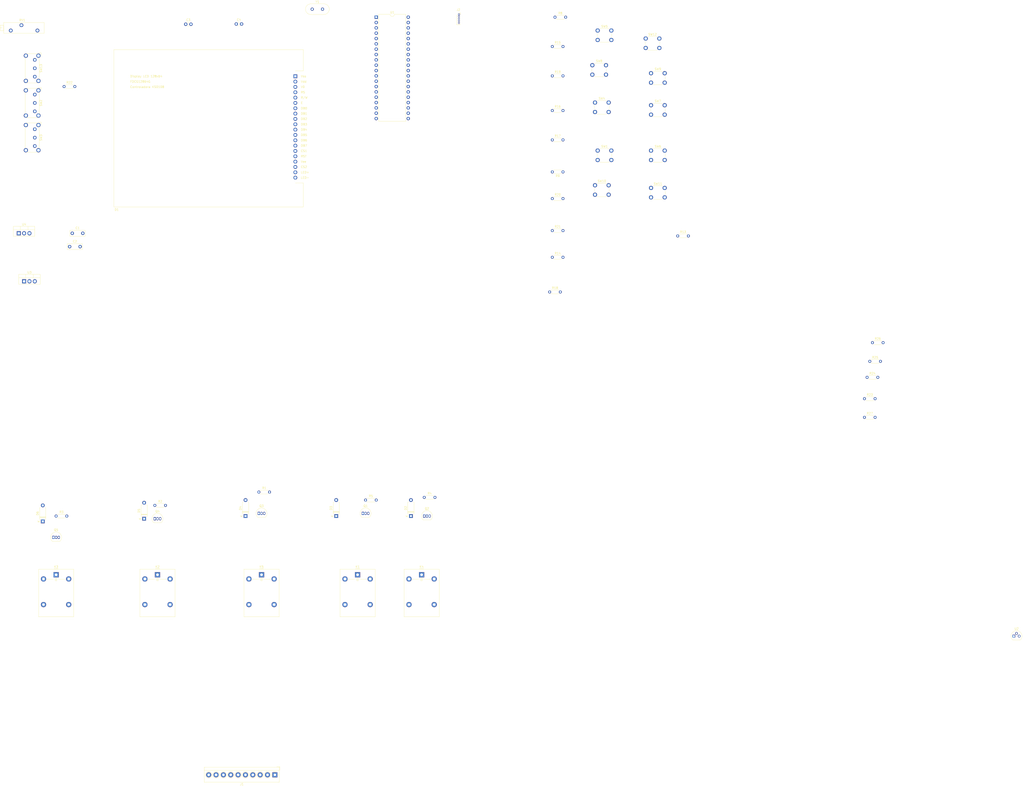
<source format=kicad_pcb>
(kicad_pcb (version 20171130) (host pcbnew "(5.1.5)-2")

  (general
    (thickness 1.6)
    (drawings 0)
    (tracks 0)
    (zones 0)
    (modules 63)
    (nets 111)
  )

  (page A2)
  (layers
    (0 F.Cu signal)
    (31 B.Cu signal)
    (32 B.Adhes user)
    (33 F.Adhes user)
    (34 B.Paste user)
    (35 F.Paste user)
    (36 B.SilkS user)
    (37 F.SilkS user)
    (38 B.Mask user)
    (39 F.Mask user)
    (40 Dwgs.User user)
    (41 Cmts.User user)
    (42 Eco1.User user)
    (43 Eco2.User user)
    (44 Edge.Cuts user)
    (45 Margin user)
    (46 B.CrtYd user)
    (47 F.CrtYd user)
    (48 B.Fab user)
    (49 F.Fab user)
  )

  (setup
    (last_trace_width 0.25)
    (trace_clearance 0.2)
    (zone_clearance 0.508)
    (zone_45_only no)
    (trace_min 0.2)
    (via_size 0.8)
    (via_drill 0.4)
    (via_min_size 0.4)
    (via_min_drill 0.3)
    (uvia_size 0.3)
    (uvia_drill 0.1)
    (uvias_allowed no)
    (uvia_min_size 0.2)
    (uvia_min_drill 0.1)
    (edge_width 0.05)
    (segment_width 0.2)
    (pcb_text_width 0.3)
    (pcb_text_size 1.5 1.5)
    (mod_edge_width 0.12)
    (mod_text_size 1 1)
    (mod_text_width 0.15)
    (pad_size 1.524 1.524)
    (pad_drill 0.762)
    (pad_to_mask_clearance 0.051)
    (solder_mask_min_width 0.25)
    (aux_axis_origin 0 0)
    (visible_elements 7FFFFFFF)
    (pcbplotparams
      (layerselection 0x010fc_ffffffff)
      (usegerberextensions false)
      (usegerberattributes false)
      (usegerberadvancedattributes false)
      (creategerberjobfile false)
      (excludeedgelayer true)
      (linewidth 0.100000)
      (plotframeref false)
      (viasonmask false)
      (mode 1)
      (useauxorigin false)
      (hpglpennumber 1)
      (hpglpenspeed 20)
      (hpglpendiameter 15.000000)
      (psnegative false)
      (psa4output false)
      (plotreference true)
      (plotvalue true)
      (plotinvisibletext false)
      (padsonsilk false)
      (subtractmaskfromsilk false)
      (outputformat 1)
      (mirror false)
      (drillshape 1)
      (scaleselection 1)
      (outputdirectory ""))
  )

  (net 0 "")
  (net 1 VSS)
  (net 2 5V)
  (net 3 OSC2)
  (net 4 OSC1)
  (net 5 V0)
  (net 6 RB2)
  (net 7 RB3)
  (net 8 RB4)
  (net 9 RD0)
  (net 10 RD1)
  (net 11 RD2)
  (net 12 RD3)
  (net 13 RD4)
  (net 14 RD5)
  (net 15 RD6)
  (net 16 RD7)
  (net 17 RB0)
  (net 18 VEE)
  (net 19 RB1)
  (net 20 LED+)
  (net 21 T1)
  (net 22 T2)
  (net 23 T3)
  (net 24 T4)
  (net 25 T5)
  (net 26 R5T3)
  (net 27 R5T1)
  (net 28 R4T3)
  (net 29 R4T1)
  (net 30 R3T3)
  (net 31 R3T1)
  (net 32 R2T3)
  (net 33 R2T1)
  (net 34 R1T3)
  (net 35 R1T1)
  (net 36 PGM)
  (net 37 PGC)
  (net 38 PGD)
  (net 39 MCLR)
  (net 40 12V)
  (net 41 "Net-(K1-Pad4)")
  (net 42 "Net-(K2-Pad4)")
  (net 43 "Net-(K3-Pad4)")
  (net 44 "Net-(K4-Pad4)")
  (net 45 "Net-(K5-Pad4)")
  (net 46 "Net-(Q1-Pad2)")
  (net 47 "Net-(Q2-Pad2)")
  (net 48 "Net-(Q3-Pad2)")
  (net 49 "Net-(Q4-Pad2)")
  (net 50 "Net-(Q5-Pad2)")
  (net 51 RA5)
  (net 52 RE0)
  (net 53 RE1)
  (net 54 RA3)
  (net 55 RA4)
  (net 56 "Net-(R8-Pad2)")
  (net 57 "Net-(R9-Pad2)")
  (net 58 RA1)
  (net 59 "Net-(R14-Pad1)")
  (net 60 "Net-(R15-Pad1)")
  (net 61 "Net-(R16-Pad1)")
  (net 62 "Net-(R17-Pad1)")
  (net 63 "Net-(R18-Pad1)")
  (net 64 "Net-(R19-Pad1)")
  (net 65 "Net-(R20-Pad1)")
  (net 66 "Net-(R21-Pad1)")
  (net 67 "Net-(R22-Pad2)")
  (net 68 "Net-(R23-Pad2)")
  (net 69 "Net-(R23-Pad1)")
  (net 70 "Net-(R24-Pad1)")
  (net 71 "Net-(R25-Pad2)")
  (net 72 +12V)
  (net 73 "Net-(RV1-Pad3)")
  (net 74 "Net-(SW1-Pad4)")
  (net 75 "Net-(SW1-Pad3)")
  (net 76 "Net-(SW2-Pad3)")
  (net 77 "Net-(SW3-Pad3)")
  (net 78 RC2)
  (net 79 "Net-(SW4-Pad4)")
  (net 80 "Net-(SW4-Pad3)")
  (net 81 "Net-(SW5-Pad4)")
  (net 82 "Net-(SW5-Pad3)")
  (net 83 "Net-(SW6-Pad4)")
  (net 84 "Net-(SW6-Pad3)")
  (net 85 "Net-(SW7-Pad4)")
  (net 86 "Net-(SW7-Pad3)")
  (net 87 "Net-(SW8-Pad4)")
  (net 88 "Net-(SW8-Pad3)")
  (net 89 "Net-(SW9-Pad4)")
  (net 90 "Net-(SW9-Pad3)")
  (net 91 "Net-(SW10-Pad4)")
  (net 92 "Net-(SW10-Pad3)")
  (net 93 "Net-(SW11-Pad4)")
  (net 94 "Net-(SW11-Pad3)")
  (net 95 "Net-(SW12-Pad4)")
  (net 96 "Net-(SW12-Pad3)")
  (net 97 "Net-(SW13-Pad3)")
  (net 98 RE2)
  (net 99 "Net-(U1-Pad18)")
  (net 100 "Net-(U1-Pad16)")
  (net 101 "Net-(U1-Pad15)")
  (net 102 "Net-(U1-Pad26)")
  (net 103 "Net-(U1-Pad25)")
  (net 104 "Net-(U1-Pad24)")
  (net 105 "Net-(U1-Pad4)")
  (net 106 "Net-(U1-Pad23)")
  (net 107 "Net-(U1-Pad2)")
  (net 108 "Net-(U2-Pad1)")
  (net 109 "Net-(U2-Pad3)")
  (net 110 "Net-(U2-Pad2)")

  (net_class Default "This is the default net class."
    (clearance 0.2)
    (trace_width 0.25)
    (via_dia 0.8)
    (via_drill 0.4)
    (uvia_dia 0.3)
    (uvia_drill 0.1)
    (add_net +12V)
    (add_net 12V)
    (add_net 5V)
    (add_net LED+)
    (add_net MCLR)
    (add_net "Net-(K1-Pad4)")
    (add_net "Net-(K2-Pad4)")
    (add_net "Net-(K3-Pad4)")
    (add_net "Net-(K4-Pad4)")
    (add_net "Net-(K5-Pad4)")
    (add_net "Net-(Q1-Pad2)")
    (add_net "Net-(Q2-Pad2)")
    (add_net "Net-(Q3-Pad2)")
    (add_net "Net-(Q4-Pad2)")
    (add_net "Net-(Q5-Pad2)")
    (add_net "Net-(R14-Pad1)")
    (add_net "Net-(R15-Pad1)")
    (add_net "Net-(R16-Pad1)")
    (add_net "Net-(R17-Pad1)")
    (add_net "Net-(R18-Pad1)")
    (add_net "Net-(R19-Pad1)")
    (add_net "Net-(R20-Pad1)")
    (add_net "Net-(R21-Pad1)")
    (add_net "Net-(R22-Pad2)")
    (add_net "Net-(R23-Pad1)")
    (add_net "Net-(R23-Pad2)")
    (add_net "Net-(R24-Pad1)")
    (add_net "Net-(R25-Pad2)")
    (add_net "Net-(R8-Pad2)")
    (add_net "Net-(R9-Pad2)")
    (add_net "Net-(RV1-Pad3)")
    (add_net "Net-(SW1-Pad3)")
    (add_net "Net-(SW1-Pad4)")
    (add_net "Net-(SW10-Pad3)")
    (add_net "Net-(SW10-Pad4)")
    (add_net "Net-(SW11-Pad3)")
    (add_net "Net-(SW11-Pad4)")
    (add_net "Net-(SW12-Pad3)")
    (add_net "Net-(SW12-Pad4)")
    (add_net "Net-(SW13-Pad3)")
    (add_net "Net-(SW2-Pad3)")
    (add_net "Net-(SW3-Pad3)")
    (add_net "Net-(SW4-Pad3)")
    (add_net "Net-(SW4-Pad4)")
    (add_net "Net-(SW5-Pad3)")
    (add_net "Net-(SW5-Pad4)")
    (add_net "Net-(SW6-Pad3)")
    (add_net "Net-(SW6-Pad4)")
    (add_net "Net-(SW7-Pad3)")
    (add_net "Net-(SW7-Pad4)")
    (add_net "Net-(SW8-Pad3)")
    (add_net "Net-(SW8-Pad4)")
    (add_net "Net-(SW9-Pad3)")
    (add_net "Net-(SW9-Pad4)")
    (add_net "Net-(U1-Pad15)")
    (add_net "Net-(U1-Pad16)")
    (add_net "Net-(U1-Pad18)")
    (add_net "Net-(U1-Pad2)")
    (add_net "Net-(U1-Pad23)")
    (add_net "Net-(U1-Pad24)")
    (add_net "Net-(U1-Pad25)")
    (add_net "Net-(U1-Pad26)")
    (add_net "Net-(U1-Pad4)")
    (add_net "Net-(U2-Pad1)")
    (add_net "Net-(U2-Pad2)")
    (add_net "Net-(U2-Pad3)")
    (add_net OSC1)
    (add_net OSC2)
    (add_net PGC)
    (add_net PGD)
    (add_net PGM)
    (add_net R1T1)
    (add_net R1T3)
    (add_net R2T1)
    (add_net R2T3)
    (add_net R3T1)
    (add_net R3T3)
    (add_net R4T1)
    (add_net R4T3)
    (add_net R5T1)
    (add_net R5T3)
    (add_net RA1)
    (add_net RA3)
    (add_net RA4)
    (add_net RA5)
    (add_net RB0)
    (add_net RB1)
    (add_net RB2)
    (add_net RB3)
    (add_net RB4)
    (add_net RC2)
    (add_net RD0)
    (add_net RD1)
    (add_net RD2)
    (add_net RD3)
    (add_net RD4)
    (add_net RD5)
    (add_net RD6)
    (add_net RD7)
    (add_net RE0)
    (add_net RE1)
    (add_net RE2)
    (add_net T1)
    (add_net T2)
    (add_net T3)
    (add_net T4)
    (add_net T5)
    (add_net V0)
    (add_net VEE)
    (add_net VSS)
  )

  (module Crystal:Crystal_HC18-U_Vertical (layer F.Cu) (tedit 5A1AD3B7) (tstamp 5DED626D)
    (at 232.41 68.58)
    (descr "Crystal THT HC-18/U, http://5hertz.com/pdfs/04404_D.pdf")
    (tags "THT crystalHC-18/U")
    (path /5DEB9BB8)
    (fp_text reference Y1 (at 2.45 -3.525) (layer F.SilkS)
      (effects (font (size 1 1) (thickness 0.15)))
    )
    (fp_text value Crystal (at 2.45 3.525) (layer F.Fab)
      (effects (font (size 1 1) (thickness 0.15)))
    )
    (fp_arc (start 5.575 0) (end 5.575 -2.525) (angle 180) (layer F.SilkS) (width 0.12))
    (fp_arc (start -0.675 0) (end -0.675 -2.525) (angle -180) (layer F.SilkS) (width 0.12))
    (fp_arc (start 5.45 0) (end 5.45 -2) (angle 180) (layer F.Fab) (width 0.1))
    (fp_arc (start -0.55 0) (end -0.55 -2) (angle -180) (layer F.Fab) (width 0.1))
    (fp_arc (start 5.575 0) (end 5.575 -2.325) (angle 180) (layer F.Fab) (width 0.1))
    (fp_arc (start -0.675 0) (end -0.675 -2.325) (angle -180) (layer F.Fab) (width 0.1))
    (fp_line (start 8.4 -2.8) (end -3.5 -2.8) (layer F.CrtYd) (width 0.05))
    (fp_line (start 8.4 2.8) (end 8.4 -2.8) (layer F.CrtYd) (width 0.05))
    (fp_line (start -3.5 2.8) (end 8.4 2.8) (layer F.CrtYd) (width 0.05))
    (fp_line (start -3.5 -2.8) (end -3.5 2.8) (layer F.CrtYd) (width 0.05))
    (fp_line (start -0.675 2.525) (end 5.575 2.525) (layer F.SilkS) (width 0.12))
    (fp_line (start -0.675 -2.525) (end 5.575 -2.525) (layer F.SilkS) (width 0.12))
    (fp_line (start -0.55 2) (end 5.45 2) (layer F.Fab) (width 0.1))
    (fp_line (start -0.55 -2) (end 5.45 -2) (layer F.Fab) (width 0.1))
    (fp_line (start -0.675 2.325) (end 5.575 2.325) (layer F.Fab) (width 0.1))
    (fp_line (start -0.675 -2.325) (end 5.575 -2.325) (layer F.Fab) (width 0.1))
    (fp_text user %R (at 2.45 0) (layer F.Fab)
      (effects (font (size 1 1) (thickness 0.15)))
    )
    (pad 2 thru_hole circle (at 4.9 0) (size 1.5 1.5) (drill 0.8) (layers *.Cu *.Mask)
      (net 3 OSC2))
    (pad 1 thru_hole circle (at 0 0) (size 1.5 1.5) (drill 0.8) (layers *.Cu *.Mask)
      (net 4 OSC1))
    (model ${KISYS3DMOD}/Crystal.3dshapes/Crystal_HC18-U_Vertical.wrl
      (at (xyz 0 0 0))
      (scale (xyz 1 1 1))
      (rotate (xyz 0 0 0))
    )
  )

  (module Package_TO_SOT_THT:TO-220-3_Vertical (layer F.Cu) (tedit 5AC8BA0D) (tstamp 5DED6256)
    (at 92.71 175.26)
    (descr "TO-220-3, Vertical, RM 2.54mm, see https://www.vishay.com/docs/66542/to-220-1.pdf")
    (tags "TO-220-3 Vertical RM 2.54mm")
    (path /5DEB965F)
    (fp_text reference U4 (at 2.54 -4.27) (layer F.SilkS)
      (effects (font (size 1 1) (thickness 0.15)))
    )
    (fp_text value L7812 (at 2.54 2.5) (layer F.Fab)
      (effects (font (size 1 1) (thickness 0.15)))
    )
    (fp_text user %R (at 2.54 -4.27) (layer F.Fab)
      (effects (font (size 1 1) (thickness 0.15)))
    )
    (fp_line (start 7.79 -3.4) (end -2.71 -3.4) (layer F.CrtYd) (width 0.05))
    (fp_line (start 7.79 1.51) (end 7.79 -3.4) (layer F.CrtYd) (width 0.05))
    (fp_line (start -2.71 1.51) (end 7.79 1.51) (layer F.CrtYd) (width 0.05))
    (fp_line (start -2.71 -3.4) (end -2.71 1.51) (layer F.CrtYd) (width 0.05))
    (fp_line (start 4.391 -3.27) (end 4.391 -1.76) (layer F.SilkS) (width 0.12))
    (fp_line (start 0.69 -3.27) (end 0.69 -1.76) (layer F.SilkS) (width 0.12))
    (fp_line (start -2.58 -1.76) (end 7.66 -1.76) (layer F.SilkS) (width 0.12))
    (fp_line (start 7.66 -3.27) (end 7.66 1.371) (layer F.SilkS) (width 0.12))
    (fp_line (start -2.58 -3.27) (end -2.58 1.371) (layer F.SilkS) (width 0.12))
    (fp_line (start -2.58 1.371) (end 7.66 1.371) (layer F.SilkS) (width 0.12))
    (fp_line (start -2.58 -3.27) (end 7.66 -3.27) (layer F.SilkS) (width 0.12))
    (fp_line (start 4.39 -3.15) (end 4.39 -1.88) (layer F.Fab) (width 0.1))
    (fp_line (start 0.69 -3.15) (end 0.69 -1.88) (layer F.Fab) (width 0.1))
    (fp_line (start -2.46 -1.88) (end 7.54 -1.88) (layer F.Fab) (width 0.1))
    (fp_line (start 7.54 -3.15) (end -2.46 -3.15) (layer F.Fab) (width 0.1))
    (fp_line (start 7.54 1.25) (end 7.54 -3.15) (layer F.Fab) (width 0.1))
    (fp_line (start -2.46 1.25) (end 7.54 1.25) (layer F.Fab) (width 0.1))
    (fp_line (start -2.46 -3.15) (end -2.46 1.25) (layer F.Fab) (width 0.1))
    (pad 3 thru_hole oval (at 5.08 0) (size 1.905 2) (drill 1.1) (layers *.Cu *.Mask)
      (net 40 12V))
    (pad 2 thru_hole oval (at 2.54 0) (size 1.905 2) (drill 1.1) (layers *.Cu *.Mask)
      (net 1 VSS))
    (pad 1 thru_hole rect (at 0 0) (size 1.905 2) (drill 1.1) (layers *.Cu *.Mask)
      (net 72 +12V))
    (model ${KISYS3DMOD}/Package_TO_SOT_THT.3dshapes/TO-220-3_Vertical.wrl
      (at (xyz 0 0 0))
      (scale (xyz 1 1 1))
      (rotate (xyz 0 0 0))
    )
  )

  (module Package_TO_SOT_THT:TO-220-3_Vertical (layer F.Cu) (tedit 5AC8BA0D) (tstamp 5DED623C)
    (at 95.25 198.12)
    (descr "TO-220-3, Vertical, RM 2.54mm, see https://www.vishay.com/docs/66542/to-220-1.pdf")
    (tags "TO-220-3 Vertical RM 2.54mm")
    (path /5DEB8003)
    (fp_text reference U3 (at 2.54 -4.27) (layer F.SilkS)
      (effects (font (size 1 1) (thickness 0.15)))
    )
    (fp_text value L7805 (at 2.54 2.5) (layer F.Fab)
      (effects (font (size 1 1) (thickness 0.15)))
    )
    (fp_text user %R (at 2.54 -4.27) (layer F.Fab)
      (effects (font (size 1 1) (thickness 0.15)))
    )
    (fp_line (start 7.79 -3.4) (end -2.71 -3.4) (layer F.CrtYd) (width 0.05))
    (fp_line (start 7.79 1.51) (end 7.79 -3.4) (layer F.CrtYd) (width 0.05))
    (fp_line (start -2.71 1.51) (end 7.79 1.51) (layer F.CrtYd) (width 0.05))
    (fp_line (start -2.71 -3.4) (end -2.71 1.51) (layer F.CrtYd) (width 0.05))
    (fp_line (start 4.391 -3.27) (end 4.391 -1.76) (layer F.SilkS) (width 0.12))
    (fp_line (start 0.69 -3.27) (end 0.69 -1.76) (layer F.SilkS) (width 0.12))
    (fp_line (start -2.58 -1.76) (end 7.66 -1.76) (layer F.SilkS) (width 0.12))
    (fp_line (start 7.66 -3.27) (end 7.66 1.371) (layer F.SilkS) (width 0.12))
    (fp_line (start -2.58 -3.27) (end -2.58 1.371) (layer F.SilkS) (width 0.12))
    (fp_line (start -2.58 1.371) (end 7.66 1.371) (layer F.SilkS) (width 0.12))
    (fp_line (start -2.58 -3.27) (end 7.66 -3.27) (layer F.SilkS) (width 0.12))
    (fp_line (start 4.39 -3.15) (end 4.39 -1.88) (layer F.Fab) (width 0.1))
    (fp_line (start 0.69 -3.15) (end 0.69 -1.88) (layer F.Fab) (width 0.1))
    (fp_line (start -2.46 -1.88) (end 7.54 -1.88) (layer F.Fab) (width 0.1))
    (fp_line (start 7.54 -3.15) (end -2.46 -3.15) (layer F.Fab) (width 0.1))
    (fp_line (start 7.54 1.25) (end 7.54 -3.15) (layer F.Fab) (width 0.1))
    (fp_line (start -2.46 1.25) (end 7.54 1.25) (layer F.Fab) (width 0.1))
    (fp_line (start -2.46 -3.15) (end -2.46 1.25) (layer F.Fab) (width 0.1))
    (pad 3 thru_hole oval (at 5.08 0) (size 1.905 2) (drill 1.1) (layers *.Cu *.Mask)
      (net 2 5V))
    (pad 2 thru_hole oval (at 2.54 0) (size 1.905 2) (drill 1.1) (layers *.Cu *.Mask)
      (net 1 VSS))
    (pad 1 thru_hole rect (at 0 0) (size 1.905 2) (drill 1.1) (layers *.Cu *.Mask)
      (net 72 +12V))
    (model ${KISYS3DMOD}/Package_TO_SOT_THT.3dshapes/TO-220-3_Vertical.wrl
      (at (xyz 0 0 0))
      (scale (xyz 1 1 1))
      (rotate (xyz 0 0 0))
    )
  )

  (module Package_TO_SOT_THT:TO-92 (layer F.Cu) (tedit 5A279852) (tstamp 5DED6222)
    (at 566.42 367.03)
    (descr "TO-92 leads molded, narrow, drill 0.75mm (see NXP sot054_po.pdf)")
    (tags "to-92 sc-43 sc-43a sot54 PA33 transistor")
    (path /5DEC8056)
    (fp_text reference U2 (at 1.27 -3.56) (layer F.SilkS)
      (effects (font (size 1 1) (thickness 0.15)))
    )
    (fp_text value LM35-LP (at 1.27 2.79) (layer F.Fab)
      (effects (font (size 1 1) (thickness 0.15)))
    )
    (fp_arc (start 1.27 0) (end 1.27 -2.6) (angle 135) (layer F.SilkS) (width 0.12))
    (fp_arc (start 1.27 0) (end 1.27 -2.48) (angle -135) (layer F.Fab) (width 0.1))
    (fp_arc (start 1.27 0) (end 1.27 -2.6) (angle -135) (layer F.SilkS) (width 0.12))
    (fp_arc (start 1.27 0) (end 1.27 -2.48) (angle 135) (layer F.Fab) (width 0.1))
    (fp_line (start 4 2.01) (end -1.46 2.01) (layer F.CrtYd) (width 0.05))
    (fp_line (start 4 2.01) (end 4 -2.73) (layer F.CrtYd) (width 0.05))
    (fp_line (start -1.46 -2.73) (end -1.46 2.01) (layer F.CrtYd) (width 0.05))
    (fp_line (start -1.46 -2.73) (end 4 -2.73) (layer F.CrtYd) (width 0.05))
    (fp_line (start -0.5 1.75) (end 3 1.75) (layer F.Fab) (width 0.1))
    (fp_line (start -0.53 1.85) (end 3.07 1.85) (layer F.SilkS) (width 0.12))
    (fp_text user %R (at 1.27 -3.56) (layer F.Fab)
      (effects (font (size 1 1) (thickness 0.15)))
    )
    (pad 1 thru_hole rect (at 0 0 90) (size 1.3 1.3) (drill 0.75) (layers *.Cu *.Mask)
      (net 108 "Net-(U2-Pad1)"))
    (pad 3 thru_hole circle (at 2.54 0 90) (size 1.3 1.3) (drill 0.75) (layers *.Cu *.Mask)
      (net 109 "Net-(U2-Pad3)"))
    (pad 2 thru_hole circle (at 1.27 -1.27 90) (size 1.3 1.3) (drill 0.75) (layers *.Cu *.Mask)
      (net 110 "Net-(U2-Pad2)"))
    (model ${KISYS3DMOD}/Package_TO_SOT_THT.3dshapes/TO-92.wrl
      (at (xyz 0 0 0))
      (scale (xyz 1 1 1))
      (rotate (xyz 0 0 0))
    )
  )

  (module Package_DIP:DIP-40_W15.24mm (layer F.Cu) (tedit 5A02E8C5) (tstamp 5DED6210)
    (at 262.89 72.39)
    (descr "40-lead though-hole mounted DIP package, row spacing 15.24 mm (600 mils)")
    (tags "THT DIP DIL PDIP 2.54mm 15.24mm 600mil")
    (path /5DEAFCAF)
    (fp_text reference U1 (at 7.62 -2.33) (layer F.SilkS)
      (effects (font (size 1 1) (thickness 0.15)))
    )
    (fp_text value PIC18F4550-IP (at 7.62 50.59) (layer F.Fab)
      (effects (font (size 1 1) (thickness 0.15)))
    )
    (fp_text user %R (at 7.62 24.13) (layer F.Fab)
      (effects (font (size 1 1) (thickness 0.15)))
    )
    (fp_line (start 16.3 -1.55) (end -1.05 -1.55) (layer F.CrtYd) (width 0.05))
    (fp_line (start 16.3 49.8) (end 16.3 -1.55) (layer F.CrtYd) (width 0.05))
    (fp_line (start -1.05 49.8) (end 16.3 49.8) (layer F.CrtYd) (width 0.05))
    (fp_line (start -1.05 -1.55) (end -1.05 49.8) (layer F.CrtYd) (width 0.05))
    (fp_line (start 14.08 -1.33) (end 8.62 -1.33) (layer F.SilkS) (width 0.12))
    (fp_line (start 14.08 49.59) (end 14.08 -1.33) (layer F.SilkS) (width 0.12))
    (fp_line (start 1.16 49.59) (end 14.08 49.59) (layer F.SilkS) (width 0.12))
    (fp_line (start 1.16 -1.33) (end 1.16 49.59) (layer F.SilkS) (width 0.12))
    (fp_line (start 6.62 -1.33) (end 1.16 -1.33) (layer F.SilkS) (width 0.12))
    (fp_line (start 0.255 -0.27) (end 1.255 -1.27) (layer F.Fab) (width 0.1))
    (fp_line (start 0.255 49.53) (end 0.255 -0.27) (layer F.Fab) (width 0.1))
    (fp_line (start 14.985 49.53) (end 0.255 49.53) (layer F.Fab) (width 0.1))
    (fp_line (start 14.985 -1.27) (end 14.985 49.53) (layer F.Fab) (width 0.1))
    (fp_line (start 1.255 -1.27) (end 14.985 -1.27) (layer F.Fab) (width 0.1))
    (fp_arc (start 7.62 -1.33) (end 6.62 -1.33) (angle -180) (layer F.SilkS) (width 0.12))
    (pad 40 thru_hole oval (at 15.24 0) (size 1.6 1.6) (drill 0.8) (layers *.Cu *.Mask)
      (net 38 PGD))
    (pad 20 thru_hole oval (at 0 48.26) (size 1.6 1.6) (drill 0.8) (layers *.Cu *.Mask)
      (net 10 RD1))
    (pad 39 thru_hole oval (at 15.24 2.54) (size 1.6 1.6) (drill 0.8) (layers *.Cu *.Mask)
      (net 37 PGC))
    (pad 19 thru_hole oval (at 0 45.72) (size 1.6 1.6) (drill 0.8) (layers *.Cu *.Mask)
      (net 9 RD0))
    (pad 38 thru_hole oval (at 15.24 5.08) (size 1.6 1.6) (drill 0.8) (layers *.Cu *.Mask)
      (net 36 PGM))
    (pad 18 thru_hole oval (at 0 43.18) (size 1.6 1.6) (drill 0.8) (layers *.Cu *.Mask)
      (net 99 "Net-(U1-Pad18)"))
    (pad 37 thru_hole oval (at 15.24 7.62) (size 1.6 1.6) (drill 0.8) (layers *.Cu *.Mask)
      (net 8 RB4))
    (pad 17 thru_hole oval (at 0 40.64) (size 1.6 1.6) (drill 0.8) (layers *.Cu *.Mask)
      (net 78 RC2))
    (pad 36 thru_hole oval (at 15.24 10.16) (size 1.6 1.6) (drill 0.8) (layers *.Cu *.Mask)
      (net 7 RB3))
    (pad 16 thru_hole oval (at 0 38.1) (size 1.6 1.6) (drill 0.8) (layers *.Cu *.Mask)
      (net 100 "Net-(U1-Pad16)"))
    (pad 35 thru_hole oval (at 15.24 12.7) (size 1.6 1.6) (drill 0.8) (layers *.Cu *.Mask)
      (net 6 RB2))
    (pad 15 thru_hole oval (at 0 35.56) (size 1.6 1.6) (drill 0.8) (layers *.Cu *.Mask)
      (net 101 "Net-(U1-Pad15)"))
    (pad 34 thru_hole oval (at 15.24 15.24) (size 1.6 1.6) (drill 0.8) (layers *.Cu *.Mask)
      (net 19 RB1))
    (pad 14 thru_hole oval (at 0 33.02) (size 1.6 1.6) (drill 0.8) (layers *.Cu *.Mask)
      (net 3 OSC2))
    (pad 33 thru_hole oval (at 15.24 17.78) (size 1.6 1.6) (drill 0.8) (layers *.Cu *.Mask)
      (net 17 RB0))
    (pad 13 thru_hole oval (at 0 30.48) (size 1.6 1.6) (drill 0.8) (layers *.Cu *.Mask)
      (net 4 OSC1))
    (pad 32 thru_hole oval (at 15.24 20.32) (size 1.6 1.6) (drill 0.8) (layers *.Cu *.Mask)
      (net 2 5V))
    (pad 12 thru_hole oval (at 0 27.94) (size 1.6 1.6) (drill 0.8) (layers *.Cu *.Mask)
      (net 1 VSS))
    (pad 31 thru_hole oval (at 15.24 22.86) (size 1.6 1.6) (drill 0.8) (layers *.Cu *.Mask)
      (net 1 VSS))
    (pad 11 thru_hole oval (at 0 25.4) (size 1.6 1.6) (drill 0.8) (layers *.Cu *.Mask)
      (net 2 5V))
    (pad 30 thru_hole oval (at 15.24 25.4) (size 1.6 1.6) (drill 0.8) (layers *.Cu *.Mask)
      (net 16 RD7))
    (pad 10 thru_hole oval (at 0 22.86) (size 1.6 1.6) (drill 0.8) (layers *.Cu *.Mask)
      (net 98 RE2))
    (pad 29 thru_hole oval (at 15.24 27.94) (size 1.6 1.6) (drill 0.8) (layers *.Cu *.Mask)
      (net 15 RD6))
    (pad 9 thru_hole oval (at 0 20.32) (size 1.6 1.6) (drill 0.8) (layers *.Cu *.Mask)
      (net 53 RE1))
    (pad 28 thru_hole oval (at 15.24 30.48) (size 1.6 1.6) (drill 0.8) (layers *.Cu *.Mask)
      (net 14 RD5))
    (pad 8 thru_hole oval (at 0 17.78) (size 1.6 1.6) (drill 0.8) (layers *.Cu *.Mask)
      (net 52 RE0))
    (pad 27 thru_hole oval (at 15.24 33.02) (size 1.6 1.6) (drill 0.8) (layers *.Cu *.Mask)
      (net 13 RD4))
    (pad 7 thru_hole oval (at 0 15.24) (size 1.6 1.6) (drill 0.8) (layers *.Cu *.Mask)
      (net 51 RA5))
    (pad 26 thru_hole oval (at 15.24 35.56) (size 1.6 1.6) (drill 0.8) (layers *.Cu *.Mask)
      (net 102 "Net-(U1-Pad26)"))
    (pad 6 thru_hole oval (at 0 12.7) (size 1.6 1.6) (drill 0.8) (layers *.Cu *.Mask)
      (net 55 RA4))
    (pad 25 thru_hole oval (at 15.24 38.1) (size 1.6 1.6) (drill 0.8) (layers *.Cu *.Mask)
      (net 103 "Net-(U1-Pad25)"))
    (pad 5 thru_hole oval (at 0 10.16) (size 1.6 1.6) (drill 0.8) (layers *.Cu *.Mask)
      (net 54 RA3))
    (pad 24 thru_hole oval (at 15.24 40.64) (size 1.6 1.6) (drill 0.8) (layers *.Cu *.Mask)
      (net 104 "Net-(U1-Pad24)"))
    (pad 4 thru_hole oval (at 0 7.62) (size 1.6 1.6) (drill 0.8) (layers *.Cu *.Mask)
      (net 105 "Net-(U1-Pad4)"))
    (pad 23 thru_hole oval (at 15.24 43.18) (size 1.6 1.6) (drill 0.8) (layers *.Cu *.Mask)
      (net 106 "Net-(U1-Pad23)"))
    (pad 3 thru_hole oval (at 0 5.08) (size 1.6 1.6) (drill 0.8) (layers *.Cu *.Mask)
      (net 58 RA1))
    (pad 22 thru_hole oval (at 15.24 45.72) (size 1.6 1.6) (drill 0.8) (layers *.Cu *.Mask)
      (net 12 RD3))
    (pad 2 thru_hole oval (at 0 2.54) (size 1.6 1.6) (drill 0.8) (layers *.Cu *.Mask)
      (net 107 "Net-(U1-Pad2)"))
    (pad 21 thru_hole oval (at 15.24 48.26) (size 1.6 1.6) (drill 0.8) (layers *.Cu *.Mask)
      (net 11 RD2))
    (pad 1 thru_hole rect (at 0 0) (size 1.6 1.6) (drill 0.8) (layers *.Cu *.Mask)
      (net 39 MCLR))
    (model ${KISYS3DMOD}/Package_DIP.3dshapes/DIP-40_W15.24mm.wrl
      (at (xyz 0 0 0))
      (scale (xyz 1 1 1))
      (rotate (xyz 0 0 0))
    )
  )

  (module Button_Switch_THT:SW_E-Switch_EG1224_SPDT_Angled (layer F.Cu) (tedit 5A02FE31) (tstamp 5DED61D4)
    (at 100.33 92.71 270)
    (descr "E-Switch slide switch, EG series, SPDT, right angle, http://spec_sheets.e-switch.com/specs/P040042.pdf")
    (tags "switch SPDT")
    (path /5DF19C8E)
    (fp_text reference SW13 (at 4 -2.95 90) (layer F.SilkS)
      (effects (font (size 1 1) (thickness 0.15)))
    )
    (fp_text value SW_Push_SPDT (at 4 14.45 90) (layer F.Fab)
      (effects (font (size 1 1) (thickness 0.15)))
    )
    (fp_line (start -1.9 -2) (end 10.9 -2) (layer F.Fab) (width 0.1))
    (fp_line (start 10.9 -2) (end 10.9 4.5) (layer F.Fab) (width 0.1))
    (fp_line (start 10.9 4.5) (end -2.9 4.5) (layer F.Fab) (width 0.1))
    (fp_line (start -2.9 4.5) (end -2.9 -1) (layer F.Fab) (width 0.1))
    (fp_line (start 4.5 4.5) (end 4.5 13.5) (layer F.Fab) (width 0.1))
    (fp_line (start 4.5 13.5) (end -0.5 13.5) (layer F.Fab) (width 0.1))
    (fp_line (start -0.5 13.5) (end -0.5 4.5) (layer F.Fab) (width 0.1))
    (fp_text user %R (at 4 1.25 90) (layer F.Fab)
      (effects (font (size 1 1) (thickness 0.1)))
    )
    (fp_line (start 11 -1.35) (end 11 3.85) (layer F.SilkS) (width 0.12))
    (fp_line (start -3 3.85) (end -3 -1.35) (layer F.SilkS) (width 0.12))
    (fp_line (start -0.95 -2.1) (end 8.95 -2.1) (layer F.SilkS) (width 0.12))
    (fp_line (start 8.95 4.6) (end -0.95 4.6) (layer F.SilkS) (width 0.12))
    (fp_line (start -3.25 -3) (end 11.25 -3) (layer F.CrtYd) (width 0.05))
    (fp_line (start 11.25 -3) (end 11.25 5.5) (layer F.CrtYd) (width 0.05))
    (fp_line (start 11.25 5.5) (end 8.75 5.5) (layer F.CrtYd) (width 0.05))
    (fp_line (start 8.75 5.5) (end 8.75 13.75) (layer F.CrtYd) (width 0.05))
    (fp_line (start 8.75 13.75) (end -0.75 13.75) (layer F.CrtYd) (width 0.05))
    (fp_line (start -0.75 13.75) (end -0.75 5.5) (layer F.CrtYd) (width 0.05))
    (fp_line (start -0.75 5.5) (end -3.25 5.5) (layer F.CrtYd) (width 0.05))
    (fp_line (start -3.25 5.5) (end -3.25 -3) (layer F.CrtYd) (width 0.05))
    (fp_line (start -1.9 -2) (end -2.9 -1) (layer F.Fab) (width 0.1))
    (fp_line (start -3.3 -1.75) (end -3.3 -3.05) (layer F.SilkS) (width 0.12))
    (fp_line (start -3.3 -3.05) (end -2 -3.05) (layer F.SilkS) (width 0.12))
    (pad 3 thru_hole circle (at 8 0 270) (size 1.7 1.7) (drill 0.9) (layers *.Cu *.Mask)
      (net 97 "Net-(SW13-Pad3)"))
    (pad 2 thru_hole circle (at 4 0 270) (size 1.7 1.7) (drill 0.9) (layers *.Cu *.Mask)
      (net 2 5V))
    (pad 1 thru_hole circle (at 0 0 270) (size 1.7 1.7) (drill 0.9) (layers *.Cu *.Mask)
      (net 98 RE2))
    (pad "" thru_hole circle (at -2 4.25 270) (size 2 2) (drill 1.2) (layers *.Cu *.Mask))
    (pad "" thru_hole circle (at 10 4.25 270) (size 2 2) (drill 1.2) (layers *.Cu *.Mask))
    (pad "" thru_hole circle (at 10 -1.75 270) (size 2 2) (drill 1.2) (layers *.Cu *.Mask))
    (pad "" thru_hole circle (at -2 -1.75 270) (size 2 2) (drill 1.2) (layers *.Cu *.Mask))
    (model ${KISYS3DMOD}/Button_Switch_THT.3dshapes/SW_E-Switch_EG1224_SPDT_Angled.wrl
      (at (xyz 0 0 0))
      (scale (xyz 1 1 1))
      (rotate (xyz 0 0 0))
    )
  )

  (module Button_Switch_THT:SW_PUSH_6mm_2_Contatos (layer F.Cu) (tedit 5DEC47BE) (tstamp 5DED61B2)
    (at 391.16 82.55)
    (descr https://www.omron.com/ecb/products/pdf/en-b3f.pdf)
    (tags "tact sw push 6mm")
    (path /5DF0B970)
    (fp_text reference SW12 (at 3.25 -2) (layer F.SilkS)
      (effects (font (size 1 1) (thickness 0.15)))
    )
    (fp_text value SW_Push_Dual (at 3.75 6.7) (layer F.Fab)
      (effects (font (size 1 1) (thickness 0.15)))
    )
    (fp_circle (center 3.25 2.25) (end 1.25 2.5) (layer F.Fab) (width 0.1))
    (fp_line (start 6.75 3) (end 6.75 1.5) (layer F.SilkS) (width 0.12))
    (fp_line (start 5.5 -1) (end 1 -1) (layer F.SilkS) (width 0.12))
    (fp_line (start -0.25 1.5) (end -0.25 3) (layer F.SilkS) (width 0.12))
    (fp_line (start 1 5.5) (end 5.5 5.5) (layer F.SilkS) (width 0.12))
    (fp_line (start 8 -1.25) (end 8 5.75) (layer F.CrtYd) (width 0.05))
    (fp_line (start 7.75 6) (end -1.25 6) (layer F.CrtYd) (width 0.05))
    (fp_line (start -1.5 5.75) (end -1.5 -1.25) (layer F.CrtYd) (width 0.05))
    (fp_line (start -1.25 -1.5) (end 7.75 -1.5) (layer F.CrtYd) (width 0.05))
    (fp_line (start -1.5 6) (end -1.25 6) (layer F.CrtYd) (width 0.05))
    (fp_line (start -1.5 5.75) (end -1.5 6) (layer F.CrtYd) (width 0.05))
    (fp_line (start -1.5 -1.5) (end -1.25 -1.5) (layer F.CrtYd) (width 0.05))
    (fp_line (start -1.5 -1.25) (end -1.5 -1.5) (layer F.CrtYd) (width 0.05))
    (fp_line (start 8 -1.5) (end 8 -1.25) (layer F.CrtYd) (width 0.05))
    (fp_line (start 7.75 -1.5) (end 8 -1.5) (layer F.CrtYd) (width 0.05))
    (fp_line (start 8 6) (end 8 5.75) (layer F.CrtYd) (width 0.05))
    (fp_line (start 7.75 6) (end 8 6) (layer F.CrtYd) (width 0.05))
    (fp_line (start 0.25 -0.75) (end 3.25 -0.75) (layer F.Fab) (width 0.1))
    (fp_line (start 0.25 5.25) (end 0.25 -0.75) (layer F.Fab) (width 0.1))
    (fp_line (start 6.25 5.25) (end 0.25 5.25) (layer F.Fab) (width 0.1))
    (fp_line (start 6.25 -0.75) (end 6.25 5.25) (layer F.Fab) (width 0.1))
    (fp_line (start 3.25 -0.75) (end 6.25 -0.75) (layer F.Fab) (width 0.1))
    (fp_text user %R (at 3.25 2.25) (layer F.Fab)
      (effects (font (size 1 1) (thickness 0.15)))
    )
    (pad 4 thru_hole circle (at 6.5 0 90) (size 2 2) (drill 1.1) (layers *.Cu *.Mask)
      (net 95 "Net-(SW12-Pad4)"))
    (pad 2 thru_hole circle (at 6.5 4.5 90) (size 2 2) (drill 1.1) (layers *.Cu *.Mask)
      (net 65 "Net-(R20-Pad1)"))
    (pad 1 thru_hole circle (at 0 0 90) (size 2 2) (drill 1.1) (layers *.Cu *.Mask)
      (net 58 RA1))
    (pad 3 thru_hole circle (at 0 4.5 90) (size 2 2) (drill 1.1) (layers *.Cu *.Mask)
      (net 96 "Net-(SW12-Pad3)"))
    (model ${KISYS3DMOD}/Button_Switch_THT.3dshapes/SW_PUSH_6mm.wrl
      (at (xyz 0 0 0))
      (scale (xyz 1 1 1))
      (rotate (xyz 0 0 0))
    )
  )

  (module Button_Switch_THT:SW_PUSH_6mm_2_Contatos (layer F.Cu) (tedit 5DEC47BE) (tstamp 5DED6193)
    (at 393.7 153.67)
    (descr https://www.omron.com/ecb/products/pdf/en-b3f.pdf)
    (tags "tact sw push 6mm")
    (path /5DF0B906)
    (fp_text reference SW11 (at 3.25 -2) (layer F.SilkS)
      (effects (font (size 1 1) (thickness 0.15)))
    )
    (fp_text value SW_Push_Dual (at 3.75 6.7) (layer F.Fab)
      (effects (font (size 1 1) (thickness 0.15)))
    )
    (fp_circle (center 3.25 2.25) (end 1.25 2.5) (layer F.Fab) (width 0.1))
    (fp_line (start 6.75 3) (end 6.75 1.5) (layer F.SilkS) (width 0.12))
    (fp_line (start 5.5 -1) (end 1 -1) (layer F.SilkS) (width 0.12))
    (fp_line (start -0.25 1.5) (end -0.25 3) (layer F.SilkS) (width 0.12))
    (fp_line (start 1 5.5) (end 5.5 5.5) (layer F.SilkS) (width 0.12))
    (fp_line (start 8 -1.25) (end 8 5.75) (layer F.CrtYd) (width 0.05))
    (fp_line (start 7.75 6) (end -1.25 6) (layer F.CrtYd) (width 0.05))
    (fp_line (start -1.5 5.75) (end -1.5 -1.25) (layer F.CrtYd) (width 0.05))
    (fp_line (start -1.25 -1.5) (end 7.75 -1.5) (layer F.CrtYd) (width 0.05))
    (fp_line (start -1.5 6) (end -1.25 6) (layer F.CrtYd) (width 0.05))
    (fp_line (start -1.5 5.75) (end -1.5 6) (layer F.CrtYd) (width 0.05))
    (fp_line (start -1.5 -1.5) (end -1.25 -1.5) (layer F.CrtYd) (width 0.05))
    (fp_line (start -1.5 -1.25) (end -1.5 -1.5) (layer F.CrtYd) (width 0.05))
    (fp_line (start 8 -1.5) (end 8 -1.25) (layer F.CrtYd) (width 0.05))
    (fp_line (start 7.75 -1.5) (end 8 -1.5) (layer F.CrtYd) (width 0.05))
    (fp_line (start 8 6) (end 8 5.75) (layer F.CrtYd) (width 0.05))
    (fp_line (start 7.75 6) (end 8 6) (layer F.CrtYd) (width 0.05))
    (fp_line (start 0.25 -0.75) (end 3.25 -0.75) (layer F.Fab) (width 0.1))
    (fp_line (start 0.25 5.25) (end 0.25 -0.75) (layer F.Fab) (width 0.1))
    (fp_line (start 6.25 5.25) (end 0.25 5.25) (layer F.Fab) (width 0.1))
    (fp_line (start 6.25 -0.75) (end 6.25 5.25) (layer F.Fab) (width 0.1))
    (fp_line (start 3.25 -0.75) (end 6.25 -0.75) (layer F.Fab) (width 0.1))
    (fp_text user %R (at 3.25 2.25) (layer F.Fab)
      (effects (font (size 1 1) (thickness 0.15)))
    )
    (pad 4 thru_hole circle (at 6.5 0 90) (size 2 2) (drill 1.1) (layers *.Cu *.Mask)
      (net 93 "Net-(SW11-Pad4)"))
    (pad 2 thru_hole circle (at 6.5 4.5 90) (size 2 2) (drill 1.1) (layers *.Cu *.Mask)
      (net 57 "Net-(R9-Pad2)"))
    (pad 1 thru_hole circle (at 0 0 90) (size 2 2) (drill 1.1) (layers *.Cu *.Mask)
      (net 58 RA1))
    (pad 3 thru_hole circle (at 0 4.5 90) (size 2 2) (drill 1.1) (layers *.Cu *.Mask)
      (net 94 "Net-(SW11-Pad3)"))
    (model ${KISYS3DMOD}/Button_Switch_THT.3dshapes/SW_PUSH_6mm.wrl
      (at (xyz 0 0 0))
      (scale (xyz 1 1 1))
      (rotate (xyz 0 0 0))
    )
  )

  (module Button_Switch_THT:SW_PUSH_6mm_2_Contatos (layer F.Cu) (tedit 5DEC47BE) (tstamp 5DED6174)
    (at 367.03 152.4)
    (descr https://www.omron.com/ecb/products/pdf/en-b3f.pdf)
    (tags "tact sw push 6mm")
    (path /5DF0BA3D)
    (fp_text reference SW10 (at 3.25 -2) (layer F.SilkS)
      (effects (font (size 1 1) (thickness 0.15)))
    )
    (fp_text value SW_Push_Dual (at 3.75 6.7) (layer F.Fab)
      (effects (font (size 1 1) (thickness 0.15)))
    )
    (fp_circle (center 3.25 2.25) (end 1.25 2.5) (layer F.Fab) (width 0.1))
    (fp_line (start 6.75 3) (end 6.75 1.5) (layer F.SilkS) (width 0.12))
    (fp_line (start 5.5 -1) (end 1 -1) (layer F.SilkS) (width 0.12))
    (fp_line (start -0.25 1.5) (end -0.25 3) (layer F.SilkS) (width 0.12))
    (fp_line (start 1 5.5) (end 5.5 5.5) (layer F.SilkS) (width 0.12))
    (fp_line (start 8 -1.25) (end 8 5.75) (layer F.CrtYd) (width 0.05))
    (fp_line (start 7.75 6) (end -1.25 6) (layer F.CrtYd) (width 0.05))
    (fp_line (start -1.5 5.75) (end -1.5 -1.25) (layer F.CrtYd) (width 0.05))
    (fp_line (start -1.25 -1.5) (end 7.75 -1.5) (layer F.CrtYd) (width 0.05))
    (fp_line (start -1.5 6) (end -1.25 6) (layer F.CrtYd) (width 0.05))
    (fp_line (start -1.5 5.75) (end -1.5 6) (layer F.CrtYd) (width 0.05))
    (fp_line (start -1.5 -1.5) (end -1.25 -1.5) (layer F.CrtYd) (width 0.05))
    (fp_line (start -1.5 -1.25) (end -1.5 -1.5) (layer F.CrtYd) (width 0.05))
    (fp_line (start 8 -1.5) (end 8 -1.25) (layer F.CrtYd) (width 0.05))
    (fp_line (start 7.75 -1.5) (end 8 -1.5) (layer F.CrtYd) (width 0.05))
    (fp_line (start 8 6) (end 8 5.75) (layer F.CrtYd) (width 0.05))
    (fp_line (start 7.75 6) (end 8 6) (layer F.CrtYd) (width 0.05))
    (fp_line (start 0.25 -0.75) (end 3.25 -0.75) (layer F.Fab) (width 0.1))
    (fp_line (start 0.25 5.25) (end 0.25 -0.75) (layer F.Fab) (width 0.1))
    (fp_line (start 6.25 5.25) (end 0.25 5.25) (layer F.Fab) (width 0.1))
    (fp_line (start 6.25 -0.75) (end 6.25 5.25) (layer F.Fab) (width 0.1))
    (fp_line (start 3.25 -0.75) (end 6.25 -0.75) (layer F.Fab) (width 0.1))
    (fp_text user %R (at 3.25 2.25) (layer F.Fab)
      (effects (font (size 1 1) (thickness 0.15)))
    )
    (pad 4 thru_hole circle (at 6.5 0 90) (size 2 2) (drill 1.1) (layers *.Cu *.Mask)
      (net 91 "Net-(SW10-Pad4)"))
    (pad 2 thru_hole circle (at 6.5 4.5 90) (size 2 2) (drill 1.1) (layers *.Cu *.Mask)
      (net 63 "Net-(R18-Pad1)"))
    (pad 1 thru_hole circle (at 0 0 90) (size 2 2) (drill 1.1) (layers *.Cu *.Mask)
      (net 58 RA1))
    (pad 3 thru_hole circle (at 0 4.5 90) (size 2 2) (drill 1.1) (layers *.Cu *.Mask)
      (net 92 "Net-(SW10-Pad3)"))
    (model ${KISYS3DMOD}/Button_Switch_THT.3dshapes/SW_PUSH_6mm.wrl
      (at (xyz 0 0 0))
      (scale (xyz 1 1 1))
      (rotate (xyz 0 0 0))
    )
  )

  (module Button_Switch_THT:SW_PUSH_6mm_2_Contatos (layer F.Cu) (tedit 5DEC47BE) (tstamp 5DED6155)
    (at 393.7 99.06)
    (descr https://www.omron.com/ecb/products/pdf/en-b3f.pdf)
    (tags "tact sw push 6mm")
    (path /5DF0B346)
    (fp_text reference SW9 (at 3.25 -2) (layer F.SilkS)
      (effects (font (size 1 1) (thickness 0.15)))
    )
    (fp_text value SW_Push_Dual (at 3.75 6.7) (layer F.Fab)
      (effects (font (size 1 1) (thickness 0.15)))
    )
    (fp_circle (center 3.25 2.25) (end 1.25 2.5) (layer F.Fab) (width 0.1))
    (fp_line (start 6.75 3) (end 6.75 1.5) (layer F.SilkS) (width 0.12))
    (fp_line (start 5.5 -1) (end 1 -1) (layer F.SilkS) (width 0.12))
    (fp_line (start -0.25 1.5) (end -0.25 3) (layer F.SilkS) (width 0.12))
    (fp_line (start 1 5.5) (end 5.5 5.5) (layer F.SilkS) (width 0.12))
    (fp_line (start 8 -1.25) (end 8 5.75) (layer F.CrtYd) (width 0.05))
    (fp_line (start 7.75 6) (end -1.25 6) (layer F.CrtYd) (width 0.05))
    (fp_line (start -1.5 5.75) (end -1.5 -1.25) (layer F.CrtYd) (width 0.05))
    (fp_line (start -1.25 -1.5) (end 7.75 -1.5) (layer F.CrtYd) (width 0.05))
    (fp_line (start -1.5 6) (end -1.25 6) (layer F.CrtYd) (width 0.05))
    (fp_line (start -1.5 5.75) (end -1.5 6) (layer F.CrtYd) (width 0.05))
    (fp_line (start -1.5 -1.5) (end -1.25 -1.5) (layer F.CrtYd) (width 0.05))
    (fp_line (start -1.5 -1.25) (end -1.5 -1.5) (layer F.CrtYd) (width 0.05))
    (fp_line (start 8 -1.5) (end 8 -1.25) (layer F.CrtYd) (width 0.05))
    (fp_line (start 7.75 -1.5) (end 8 -1.5) (layer F.CrtYd) (width 0.05))
    (fp_line (start 8 6) (end 8 5.75) (layer F.CrtYd) (width 0.05))
    (fp_line (start 7.75 6) (end 8 6) (layer F.CrtYd) (width 0.05))
    (fp_line (start 0.25 -0.75) (end 3.25 -0.75) (layer F.Fab) (width 0.1))
    (fp_line (start 0.25 5.25) (end 0.25 -0.75) (layer F.Fab) (width 0.1))
    (fp_line (start 6.25 5.25) (end 0.25 5.25) (layer F.Fab) (width 0.1))
    (fp_line (start 6.25 -0.75) (end 6.25 5.25) (layer F.Fab) (width 0.1))
    (fp_line (start 3.25 -0.75) (end 6.25 -0.75) (layer F.Fab) (width 0.1))
    (fp_text user %R (at 3.25 2.25) (layer F.Fab)
      (effects (font (size 1 1) (thickness 0.15)))
    )
    (pad 4 thru_hole circle (at 6.5 0 90) (size 2 2) (drill 1.1) (layers *.Cu *.Mask)
      (net 89 "Net-(SW9-Pad4)"))
    (pad 2 thru_hole circle (at 6.5 4.5 90) (size 2 2) (drill 1.1) (layers *.Cu *.Mask)
      (net 64 "Net-(R19-Pad1)"))
    (pad 1 thru_hole circle (at 0 0 90) (size 2 2) (drill 1.1) (layers *.Cu *.Mask)
      (net 58 RA1))
    (pad 3 thru_hole circle (at 0 4.5 90) (size 2 2) (drill 1.1) (layers *.Cu *.Mask)
      (net 90 "Net-(SW9-Pad3)"))
    (model ${KISYS3DMOD}/Button_Switch_THT.3dshapes/SW_PUSH_6mm.wrl
      (at (xyz 0 0 0))
      (scale (xyz 1 1 1))
      (rotate (xyz 0 0 0))
    )
  )

  (module Button_Switch_THT:SW_PUSH_6mm_2_Contatos (layer F.Cu) (tedit 5DEC47BE) (tstamp 5DED6136)
    (at 365.76 95.25)
    (descr https://www.omron.com/ecb/products/pdf/en-b3f.pdf)
    (tags "tact sw push 6mm")
    (path /5DF0B0E7)
    (fp_text reference SW8 (at 3.25 -2) (layer F.SilkS)
      (effects (font (size 1 1) (thickness 0.15)))
    )
    (fp_text value SW_Push_Dual (at 3.75 6.7) (layer F.Fab)
      (effects (font (size 1 1) (thickness 0.15)))
    )
    (fp_circle (center 3.25 2.25) (end 1.25 2.5) (layer F.Fab) (width 0.1))
    (fp_line (start 6.75 3) (end 6.75 1.5) (layer F.SilkS) (width 0.12))
    (fp_line (start 5.5 -1) (end 1 -1) (layer F.SilkS) (width 0.12))
    (fp_line (start -0.25 1.5) (end -0.25 3) (layer F.SilkS) (width 0.12))
    (fp_line (start 1 5.5) (end 5.5 5.5) (layer F.SilkS) (width 0.12))
    (fp_line (start 8 -1.25) (end 8 5.75) (layer F.CrtYd) (width 0.05))
    (fp_line (start 7.75 6) (end -1.25 6) (layer F.CrtYd) (width 0.05))
    (fp_line (start -1.5 5.75) (end -1.5 -1.25) (layer F.CrtYd) (width 0.05))
    (fp_line (start -1.25 -1.5) (end 7.75 -1.5) (layer F.CrtYd) (width 0.05))
    (fp_line (start -1.5 6) (end -1.25 6) (layer F.CrtYd) (width 0.05))
    (fp_line (start -1.5 5.75) (end -1.5 6) (layer F.CrtYd) (width 0.05))
    (fp_line (start -1.5 -1.5) (end -1.25 -1.5) (layer F.CrtYd) (width 0.05))
    (fp_line (start -1.5 -1.25) (end -1.5 -1.5) (layer F.CrtYd) (width 0.05))
    (fp_line (start 8 -1.5) (end 8 -1.25) (layer F.CrtYd) (width 0.05))
    (fp_line (start 7.75 -1.5) (end 8 -1.5) (layer F.CrtYd) (width 0.05))
    (fp_line (start 8 6) (end 8 5.75) (layer F.CrtYd) (width 0.05))
    (fp_line (start 7.75 6) (end 8 6) (layer F.CrtYd) (width 0.05))
    (fp_line (start 0.25 -0.75) (end 3.25 -0.75) (layer F.Fab) (width 0.1))
    (fp_line (start 0.25 5.25) (end 0.25 -0.75) (layer F.Fab) (width 0.1))
    (fp_line (start 6.25 5.25) (end 0.25 5.25) (layer F.Fab) (width 0.1))
    (fp_line (start 6.25 -0.75) (end 6.25 5.25) (layer F.Fab) (width 0.1))
    (fp_line (start 3.25 -0.75) (end 6.25 -0.75) (layer F.Fab) (width 0.1))
    (fp_text user %R (at 3.25 2.25) (layer F.Fab)
      (effects (font (size 1 1) (thickness 0.15)))
    )
    (pad 4 thru_hole circle (at 6.5 0 90) (size 2 2) (drill 1.1) (layers *.Cu *.Mask)
      (net 87 "Net-(SW8-Pad4)"))
    (pad 2 thru_hole circle (at 6.5 4.5 90) (size 2 2) (drill 1.1) (layers *.Cu *.Mask)
      (net 66 "Net-(R21-Pad1)"))
    (pad 1 thru_hole circle (at 0 0 90) (size 2 2) (drill 1.1) (layers *.Cu *.Mask)
      (net 58 RA1))
    (pad 3 thru_hole circle (at 0 4.5 90) (size 2 2) (drill 1.1) (layers *.Cu *.Mask)
      (net 88 "Net-(SW8-Pad3)"))
    (model ${KISYS3DMOD}/Button_Switch_THT.3dshapes/SW_PUSH_6mm.wrl
      (at (xyz 0 0 0))
      (scale (xyz 1 1 1))
      (rotate (xyz 0 0 0))
    )
  )

  (module Button_Switch_THT:SW_PUSH_6mm_2_Contatos (layer F.Cu) (tedit 5DEC47BE) (tstamp 5DED6117)
    (at 393.7 114.3)
    (descr https://www.omron.com/ecb/products/pdf/en-b3f.pdf)
    (tags "tact sw push 6mm")
    (path /5DF0B527)
    (fp_text reference SW7 (at 3.25 -2) (layer F.SilkS)
      (effects (font (size 1 1) (thickness 0.15)))
    )
    (fp_text value SW_Push_Dual (at 3.75 6.7) (layer F.Fab)
      (effects (font (size 1 1) (thickness 0.15)))
    )
    (fp_circle (center 3.25 2.25) (end 1.25 2.5) (layer F.Fab) (width 0.1))
    (fp_line (start 6.75 3) (end 6.75 1.5) (layer F.SilkS) (width 0.12))
    (fp_line (start 5.5 -1) (end 1 -1) (layer F.SilkS) (width 0.12))
    (fp_line (start -0.25 1.5) (end -0.25 3) (layer F.SilkS) (width 0.12))
    (fp_line (start 1 5.5) (end 5.5 5.5) (layer F.SilkS) (width 0.12))
    (fp_line (start 8 -1.25) (end 8 5.75) (layer F.CrtYd) (width 0.05))
    (fp_line (start 7.75 6) (end -1.25 6) (layer F.CrtYd) (width 0.05))
    (fp_line (start -1.5 5.75) (end -1.5 -1.25) (layer F.CrtYd) (width 0.05))
    (fp_line (start -1.25 -1.5) (end 7.75 -1.5) (layer F.CrtYd) (width 0.05))
    (fp_line (start -1.5 6) (end -1.25 6) (layer F.CrtYd) (width 0.05))
    (fp_line (start -1.5 5.75) (end -1.5 6) (layer F.CrtYd) (width 0.05))
    (fp_line (start -1.5 -1.5) (end -1.25 -1.5) (layer F.CrtYd) (width 0.05))
    (fp_line (start -1.5 -1.25) (end -1.5 -1.5) (layer F.CrtYd) (width 0.05))
    (fp_line (start 8 -1.5) (end 8 -1.25) (layer F.CrtYd) (width 0.05))
    (fp_line (start 7.75 -1.5) (end 8 -1.5) (layer F.CrtYd) (width 0.05))
    (fp_line (start 8 6) (end 8 5.75) (layer F.CrtYd) (width 0.05))
    (fp_line (start 7.75 6) (end 8 6) (layer F.CrtYd) (width 0.05))
    (fp_line (start 0.25 -0.75) (end 3.25 -0.75) (layer F.Fab) (width 0.1))
    (fp_line (start 0.25 5.25) (end 0.25 -0.75) (layer F.Fab) (width 0.1))
    (fp_line (start 6.25 5.25) (end 0.25 5.25) (layer F.Fab) (width 0.1))
    (fp_line (start 6.25 -0.75) (end 6.25 5.25) (layer F.Fab) (width 0.1))
    (fp_line (start 3.25 -0.75) (end 6.25 -0.75) (layer F.Fab) (width 0.1))
    (fp_text user %R (at 3.25 2.25) (layer F.Fab)
      (effects (font (size 1 1) (thickness 0.15)))
    )
    (pad 4 thru_hole circle (at 6.5 0 90) (size 2 2) (drill 1.1) (layers *.Cu *.Mask)
      (net 85 "Net-(SW7-Pad4)"))
    (pad 2 thru_hole circle (at 6.5 4.5 90) (size 2 2) (drill 1.1) (layers *.Cu *.Mask)
      (net 62 "Net-(R17-Pad1)"))
    (pad 1 thru_hole circle (at 0 0 90) (size 2 2) (drill 1.1) (layers *.Cu *.Mask)
      (net 58 RA1))
    (pad 3 thru_hole circle (at 0 4.5 90) (size 2 2) (drill 1.1) (layers *.Cu *.Mask)
      (net 86 "Net-(SW7-Pad3)"))
    (model ${KISYS3DMOD}/Button_Switch_THT.3dshapes/SW_PUSH_6mm.wrl
      (at (xyz 0 0 0))
      (scale (xyz 1 1 1))
      (rotate (xyz 0 0 0))
    )
  )

  (module Button_Switch_THT:SW_PUSH_6mm_2_Contatos (layer F.Cu) (tedit 5DEC47BE) (tstamp 5DED7D65)
    (at 393.7 135.89)
    (descr https://www.omron.com/ecb/products/pdf/en-b3f.pdf)
    (tags "tact sw push 6mm")
    (path /5DF0B76E)
    (fp_text reference SW6 (at 3.25 -2) (layer F.SilkS)
      (effects (font (size 1 1) (thickness 0.15)))
    )
    (fp_text value SW_Push_Dual (at 3.75 6.7) (layer F.Fab)
      (effects (font (size 1 1) (thickness 0.15)))
    )
    (fp_circle (center 3.25 2.25) (end 1.25 2.5) (layer F.Fab) (width 0.1))
    (fp_line (start 6.75 3) (end 6.75 1.5) (layer F.SilkS) (width 0.12))
    (fp_line (start 5.5 -1) (end 1 -1) (layer F.SilkS) (width 0.12))
    (fp_line (start -0.25 1.5) (end -0.25 3) (layer F.SilkS) (width 0.12))
    (fp_line (start 1 5.5) (end 5.5 5.5) (layer F.SilkS) (width 0.12))
    (fp_line (start 8 -1.25) (end 8 5.75) (layer F.CrtYd) (width 0.05))
    (fp_line (start 7.75 6) (end -1.25 6) (layer F.CrtYd) (width 0.05))
    (fp_line (start -1.5 5.75) (end -1.5 -1.25) (layer F.CrtYd) (width 0.05))
    (fp_line (start -1.25 -1.5) (end 7.75 -1.5) (layer F.CrtYd) (width 0.05))
    (fp_line (start -1.5 6) (end -1.25 6) (layer F.CrtYd) (width 0.05))
    (fp_line (start -1.5 5.75) (end -1.5 6) (layer F.CrtYd) (width 0.05))
    (fp_line (start -1.5 -1.5) (end -1.25 -1.5) (layer F.CrtYd) (width 0.05))
    (fp_line (start -1.5 -1.25) (end -1.5 -1.5) (layer F.CrtYd) (width 0.05))
    (fp_line (start 8 -1.5) (end 8 -1.25) (layer F.CrtYd) (width 0.05))
    (fp_line (start 7.75 -1.5) (end 8 -1.5) (layer F.CrtYd) (width 0.05))
    (fp_line (start 8 6) (end 8 5.75) (layer F.CrtYd) (width 0.05))
    (fp_line (start 7.75 6) (end 8 6) (layer F.CrtYd) (width 0.05))
    (fp_line (start 0.25 -0.75) (end 3.25 -0.75) (layer F.Fab) (width 0.1))
    (fp_line (start 0.25 5.25) (end 0.25 -0.75) (layer F.Fab) (width 0.1))
    (fp_line (start 6.25 5.25) (end 0.25 5.25) (layer F.Fab) (width 0.1))
    (fp_line (start 6.25 -0.75) (end 6.25 5.25) (layer F.Fab) (width 0.1))
    (fp_line (start 3.25 -0.75) (end 6.25 -0.75) (layer F.Fab) (width 0.1))
    (fp_text user %R (at 3.25 2.25) (layer F.Fab)
      (effects (font (size 1 1) (thickness 0.15)))
    )
    (pad 4 thru_hole circle (at 6.5 0 90) (size 2 2) (drill 1.1) (layers *.Cu *.Mask)
      (net 83 "Net-(SW6-Pad4)"))
    (pad 2 thru_hole circle (at 6.5 4.5 90) (size 2 2) (drill 1.1) (layers *.Cu *.Mask)
      (net 59 "Net-(R14-Pad1)"))
    (pad 1 thru_hole circle (at 0 0 90) (size 2 2) (drill 1.1) (layers *.Cu *.Mask)
      (net 58 RA1))
    (pad 3 thru_hole circle (at 0 4.5 90) (size 2 2) (drill 1.1) (layers *.Cu *.Mask)
      (net 84 "Net-(SW6-Pad3)"))
    (model ${KISYS3DMOD}/Button_Switch_THT.3dshapes/SW_PUSH_6mm.wrl
      (at (xyz 0 0 0))
      (scale (xyz 1 1 1))
      (rotate (xyz 0 0 0))
    )
  )

  (module Button_Switch_THT:SW_PUSH_6mm_2_Contatos (layer F.Cu) (tedit 5DEC47BE) (tstamp 5DED60D9)
    (at 368.3 78.74)
    (descr https://www.omron.com/ecb/products/pdf/en-b3f.pdf)
    (tags "tact sw push 6mm")
    (path /5DF0B6D5)
    (fp_text reference SW5 (at 3.25 -2) (layer F.SilkS)
      (effects (font (size 1 1) (thickness 0.15)))
    )
    (fp_text value SW_Push_Dual (at 3.75 6.7) (layer F.Fab)
      (effects (font (size 1 1) (thickness 0.15)))
    )
    (fp_circle (center 3.25 2.25) (end 1.25 2.5) (layer F.Fab) (width 0.1))
    (fp_line (start 6.75 3) (end 6.75 1.5) (layer F.SilkS) (width 0.12))
    (fp_line (start 5.5 -1) (end 1 -1) (layer F.SilkS) (width 0.12))
    (fp_line (start -0.25 1.5) (end -0.25 3) (layer F.SilkS) (width 0.12))
    (fp_line (start 1 5.5) (end 5.5 5.5) (layer F.SilkS) (width 0.12))
    (fp_line (start 8 -1.25) (end 8 5.75) (layer F.CrtYd) (width 0.05))
    (fp_line (start 7.75 6) (end -1.25 6) (layer F.CrtYd) (width 0.05))
    (fp_line (start -1.5 5.75) (end -1.5 -1.25) (layer F.CrtYd) (width 0.05))
    (fp_line (start -1.25 -1.5) (end 7.75 -1.5) (layer F.CrtYd) (width 0.05))
    (fp_line (start -1.5 6) (end -1.25 6) (layer F.CrtYd) (width 0.05))
    (fp_line (start -1.5 5.75) (end -1.5 6) (layer F.CrtYd) (width 0.05))
    (fp_line (start -1.5 -1.5) (end -1.25 -1.5) (layer F.CrtYd) (width 0.05))
    (fp_line (start -1.5 -1.25) (end -1.5 -1.5) (layer F.CrtYd) (width 0.05))
    (fp_line (start 8 -1.5) (end 8 -1.25) (layer F.CrtYd) (width 0.05))
    (fp_line (start 7.75 -1.5) (end 8 -1.5) (layer F.CrtYd) (width 0.05))
    (fp_line (start 8 6) (end 8 5.75) (layer F.CrtYd) (width 0.05))
    (fp_line (start 7.75 6) (end 8 6) (layer F.CrtYd) (width 0.05))
    (fp_line (start 0.25 -0.75) (end 3.25 -0.75) (layer F.Fab) (width 0.1))
    (fp_line (start 0.25 5.25) (end 0.25 -0.75) (layer F.Fab) (width 0.1))
    (fp_line (start 6.25 5.25) (end 0.25 5.25) (layer F.Fab) (width 0.1))
    (fp_line (start 6.25 -0.75) (end 6.25 5.25) (layer F.Fab) (width 0.1))
    (fp_line (start 3.25 -0.75) (end 6.25 -0.75) (layer F.Fab) (width 0.1))
    (fp_text user %R (at 3.25 2.25) (layer F.Fab)
      (effects (font (size 1 1) (thickness 0.15)))
    )
    (pad 4 thru_hole circle (at 6.5 0 90) (size 2 2) (drill 1.1) (layers *.Cu *.Mask)
      (net 81 "Net-(SW5-Pad4)"))
    (pad 2 thru_hole circle (at 6.5 4.5 90) (size 2 2) (drill 1.1) (layers *.Cu *.Mask)
      (net 60 "Net-(R15-Pad1)"))
    (pad 1 thru_hole circle (at 0 0 90) (size 2 2) (drill 1.1) (layers *.Cu *.Mask)
      (net 58 RA1))
    (pad 3 thru_hole circle (at 0 4.5 90) (size 2 2) (drill 1.1) (layers *.Cu *.Mask)
      (net 82 "Net-(SW5-Pad3)"))
    (model ${KISYS3DMOD}/Button_Switch_THT.3dshapes/SW_PUSH_6mm.wrl
      (at (xyz 0 0 0))
      (scale (xyz 1 1 1))
      (rotate (xyz 0 0 0))
    )
  )

  (module Button_Switch_THT:SW_PUSH_6mm_2_Contatos (layer F.Cu) (tedit 5DEC47BE) (tstamp 5DED7A82)
    (at 367.03 113.03)
    (descr https://www.omron.com/ecb/products/pdf/en-b3f.pdf)
    (tags "tact sw push 6mm")
    (path /5DF0B60D)
    (fp_text reference SW4 (at 3.25 -2) (layer F.SilkS)
      (effects (font (size 1 1) (thickness 0.15)))
    )
    (fp_text value SW_Push_Dual (at 3.75 6.7) (layer F.Fab)
      (effects (font (size 1 1) (thickness 0.15)))
    )
    (fp_circle (center 3.25 2.25) (end 1.25 2.5) (layer F.Fab) (width 0.1))
    (fp_line (start 6.75 3) (end 6.75 1.5) (layer F.SilkS) (width 0.12))
    (fp_line (start 5.5 -1) (end 1 -1) (layer F.SilkS) (width 0.12))
    (fp_line (start -0.25 1.5) (end -0.25 3) (layer F.SilkS) (width 0.12))
    (fp_line (start 1 5.5) (end 5.5 5.5) (layer F.SilkS) (width 0.12))
    (fp_line (start 8 -1.25) (end 8 5.75) (layer F.CrtYd) (width 0.05))
    (fp_line (start 7.75 6) (end -1.25 6) (layer F.CrtYd) (width 0.05))
    (fp_line (start -1.5 5.75) (end -1.5 -1.25) (layer F.CrtYd) (width 0.05))
    (fp_line (start -1.25 -1.5) (end 7.75 -1.5) (layer F.CrtYd) (width 0.05))
    (fp_line (start -1.5 6) (end -1.25 6) (layer F.CrtYd) (width 0.05))
    (fp_line (start -1.5 5.75) (end -1.5 6) (layer F.CrtYd) (width 0.05))
    (fp_line (start -1.5 -1.5) (end -1.25 -1.5) (layer F.CrtYd) (width 0.05))
    (fp_line (start -1.5 -1.25) (end -1.5 -1.5) (layer F.CrtYd) (width 0.05))
    (fp_line (start 8 -1.5) (end 8 -1.25) (layer F.CrtYd) (width 0.05))
    (fp_line (start 7.75 -1.5) (end 8 -1.5) (layer F.CrtYd) (width 0.05))
    (fp_line (start 8 6) (end 8 5.75) (layer F.CrtYd) (width 0.05))
    (fp_line (start 7.75 6) (end 8 6) (layer F.CrtYd) (width 0.05))
    (fp_line (start 0.25 -0.75) (end 3.25 -0.75) (layer F.Fab) (width 0.1))
    (fp_line (start 0.25 5.25) (end 0.25 -0.75) (layer F.Fab) (width 0.1))
    (fp_line (start 6.25 5.25) (end 0.25 5.25) (layer F.Fab) (width 0.1))
    (fp_line (start 6.25 -0.75) (end 6.25 5.25) (layer F.Fab) (width 0.1))
    (fp_line (start 3.25 -0.75) (end 6.25 -0.75) (layer F.Fab) (width 0.1))
    (fp_text user %R (at 3.25 2.25) (layer F.Fab)
      (effects (font (size 1 1) (thickness 0.15)))
    )
    (pad 4 thru_hole circle (at 6.5 0 90) (size 2 2) (drill 1.1) (layers *.Cu *.Mask)
      (net 79 "Net-(SW4-Pad4)"))
    (pad 2 thru_hole circle (at 6.5 4.5 90) (size 2 2) (drill 1.1) (layers *.Cu *.Mask)
      (net 61 "Net-(R16-Pad1)"))
    (pad 1 thru_hole circle (at 0 0 90) (size 2 2) (drill 1.1) (layers *.Cu *.Mask)
      (net 58 RA1))
    (pad 3 thru_hole circle (at 0 4.5 90) (size 2 2) (drill 1.1) (layers *.Cu *.Mask)
      (net 80 "Net-(SW4-Pad3)"))
    (model ${KISYS3DMOD}/Button_Switch_THT.3dshapes/SW_PUSH_6mm.wrl
      (at (xyz 0 0 0))
      (scale (xyz 1 1 1))
      (rotate (xyz 0 0 0))
    )
  )

  (module Button_Switch_THT:SW_E-Switch_EG1224_SPDT_Angled (layer F.Cu) (tedit 5A02FE31) (tstamp 5DED609B)
    (at 100.33 125.73 270)
    (descr "E-Switch slide switch, EG series, SPDT, right angle, http://spec_sheets.e-switch.com/specs/P040042.pdf")
    (tags "switch SPDT")
    (path /5DF036F9)
    (fp_text reference SW3 (at 4 -2.95 90) (layer F.SilkS)
      (effects (font (size 1 1) (thickness 0.15)))
    )
    (fp_text value SW_Push_SPDT (at 4 14.45 90) (layer F.Fab)
      (effects (font (size 1 1) (thickness 0.15)))
    )
    (fp_line (start -1.9 -2) (end 10.9 -2) (layer F.Fab) (width 0.1))
    (fp_line (start 10.9 -2) (end 10.9 4.5) (layer F.Fab) (width 0.1))
    (fp_line (start 10.9 4.5) (end -2.9 4.5) (layer F.Fab) (width 0.1))
    (fp_line (start -2.9 4.5) (end -2.9 -1) (layer F.Fab) (width 0.1))
    (fp_line (start 4.5 4.5) (end 4.5 13.5) (layer F.Fab) (width 0.1))
    (fp_line (start 4.5 13.5) (end -0.5 13.5) (layer F.Fab) (width 0.1))
    (fp_line (start -0.5 13.5) (end -0.5 4.5) (layer F.Fab) (width 0.1))
    (fp_text user %R (at 4 1.25 90) (layer F.Fab)
      (effects (font (size 1 1) (thickness 0.1)))
    )
    (fp_line (start 11 -1.35) (end 11 3.85) (layer F.SilkS) (width 0.12))
    (fp_line (start -3 3.85) (end -3 -1.35) (layer F.SilkS) (width 0.12))
    (fp_line (start -0.95 -2.1) (end 8.95 -2.1) (layer F.SilkS) (width 0.12))
    (fp_line (start 8.95 4.6) (end -0.95 4.6) (layer F.SilkS) (width 0.12))
    (fp_line (start -3.25 -3) (end 11.25 -3) (layer F.CrtYd) (width 0.05))
    (fp_line (start 11.25 -3) (end 11.25 5.5) (layer F.CrtYd) (width 0.05))
    (fp_line (start 11.25 5.5) (end 8.75 5.5) (layer F.CrtYd) (width 0.05))
    (fp_line (start 8.75 5.5) (end 8.75 13.75) (layer F.CrtYd) (width 0.05))
    (fp_line (start 8.75 13.75) (end -0.75 13.75) (layer F.CrtYd) (width 0.05))
    (fp_line (start -0.75 13.75) (end -0.75 5.5) (layer F.CrtYd) (width 0.05))
    (fp_line (start -0.75 5.5) (end -3.25 5.5) (layer F.CrtYd) (width 0.05))
    (fp_line (start -3.25 5.5) (end -3.25 -3) (layer F.CrtYd) (width 0.05))
    (fp_line (start -1.9 -2) (end -2.9 -1) (layer F.Fab) (width 0.1))
    (fp_line (start -3.3 -1.75) (end -3.3 -3.05) (layer F.SilkS) (width 0.12))
    (fp_line (start -3.3 -3.05) (end -2 -3.05) (layer F.SilkS) (width 0.12))
    (pad 3 thru_hole circle (at 8 0 270) (size 1.7 1.7) (drill 0.9) (layers *.Cu *.Mask)
      (net 77 "Net-(SW3-Pad3)"))
    (pad 2 thru_hole circle (at 4 0 270) (size 1.7 1.7) (drill 0.9) (layers *.Cu *.Mask)
      (net 2 5V))
    (pad 1 thru_hole circle (at 0 0 270) (size 1.7 1.7) (drill 0.9) (layers *.Cu *.Mask)
      (net 78 RC2))
    (pad "" thru_hole circle (at -2 4.25 270) (size 2 2) (drill 1.2) (layers *.Cu *.Mask))
    (pad "" thru_hole circle (at 10 4.25 270) (size 2 2) (drill 1.2) (layers *.Cu *.Mask))
    (pad "" thru_hole circle (at 10 -1.75 270) (size 2 2) (drill 1.2) (layers *.Cu *.Mask))
    (pad "" thru_hole circle (at -2 -1.75 270) (size 2 2) (drill 1.2) (layers *.Cu *.Mask))
    (model ${KISYS3DMOD}/Button_Switch_THT.3dshapes/SW_E-Switch_EG1224_SPDT_Angled.wrl
      (at (xyz 0 0 0))
      (scale (xyz 1 1 1))
      (rotate (xyz 0 0 0))
    )
  )

  (module Button_Switch_THT:SW_E-Switch_EG1224_SPDT_Angled (layer F.Cu) (tedit 5A02FE31) (tstamp 5DED6079)
    (at 100.33 109.22 270)
    (descr "E-Switch slide switch, EG series, SPDT, right angle, http://spec_sheets.e-switch.com/specs/P040042.pdf")
    (tags "switch SPDT")
    (path /5DF01C79)
    (fp_text reference SW2 (at 4 -2.95 90) (layer F.SilkS)
      (effects (font (size 1 1) (thickness 0.15)))
    )
    (fp_text value SW_Push_SPDT (at 4 14.45 90) (layer F.Fab)
      (effects (font (size 1 1) (thickness 0.15)))
    )
    (fp_line (start -1.9 -2) (end 10.9 -2) (layer F.Fab) (width 0.1))
    (fp_line (start 10.9 -2) (end 10.9 4.5) (layer F.Fab) (width 0.1))
    (fp_line (start 10.9 4.5) (end -2.9 4.5) (layer F.Fab) (width 0.1))
    (fp_line (start -2.9 4.5) (end -2.9 -1) (layer F.Fab) (width 0.1))
    (fp_line (start 4.5 4.5) (end 4.5 13.5) (layer F.Fab) (width 0.1))
    (fp_line (start 4.5 13.5) (end -0.5 13.5) (layer F.Fab) (width 0.1))
    (fp_line (start -0.5 13.5) (end -0.5 4.5) (layer F.Fab) (width 0.1))
    (fp_text user %R (at 4 1.25 90) (layer F.Fab)
      (effects (font (size 1 1) (thickness 0.1)))
    )
    (fp_line (start 11 -1.35) (end 11 3.85) (layer F.SilkS) (width 0.12))
    (fp_line (start -3 3.85) (end -3 -1.35) (layer F.SilkS) (width 0.12))
    (fp_line (start -0.95 -2.1) (end 8.95 -2.1) (layer F.SilkS) (width 0.12))
    (fp_line (start 8.95 4.6) (end -0.95 4.6) (layer F.SilkS) (width 0.12))
    (fp_line (start -3.25 -3) (end 11.25 -3) (layer F.CrtYd) (width 0.05))
    (fp_line (start 11.25 -3) (end 11.25 5.5) (layer F.CrtYd) (width 0.05))
    (fp_line (start 11.25 5.5) (end 8.75 5.5) (layer F.CrtYd) (width 0.05))
    (fp_line (start 8.75 5.5) (end 8.75 13.75) (layer F.CrtYd) (width 0.05))
    (fp_line (start 8.75 13.75) (end -0.75 13.75) (layer F.CrtYd) (width 0.05))
    (fp_line (start -0.75 13.75) (end -0.75 5.5) (layer F.CrtYd) (width 0.05))
    (fp_line (start -0.75 5.5) (end -3.25 5.5) (layer F.CrtYd) (width 0.05))
    (fp_line (start -3.25 5.5) (end -3.25 -3) (layer F.CrtYd) (width 0.05))
    (fp_line (start -1.9 -2) (end -2.9 -1) (layer F.Fab) (width 0.1))
    (fp_line (start -3.3 -1.75) (end -3.3 -3.05) (layer F.SilkS) (width 0.12))
    (fp_line (start -3.3 -3.05) (end -2 -3.05) (layer F.SilkS) (width 0.12))
    (pad 3 thru_hole circle (at 8 0 270) (size 1.7 1.7) (drill 0.9) (layers *.Cu *.Mask)
      (net 76 "Net-(SW2-Pad3)"))
    (pad 2 thru_hole circle (at 4 0 270) (size 1.7 1.7) (drill 0.9) (layers *.Cu *.Mask)
      (net 20 LED+))
    (pad 1 thru_hole circle (at 0 0 270) (size 1.7 1.7) (drill 0.9) (layers *.Cu *.Mask)
      (net 67 "Net-(R22-Pad2)"))
    (pad "" thru_hole circle (at -2 4.25 270) (size 2 2) (drill 1.2) (layers *.Cu *.Mask))
    (pad "" thru_hole circle (at 10 4.25 270) (size 2 2) (drill 1.2) (layers *.Cu *.Mask))
    (pad "" thru_hole circle (at 10 -1.75 270) (size 2 2) (drill 1.2) (layers *.Cu *.Mask))
    (pad "" thru_hole circle (at -2 -1.75 270) (size 2 2) (drill 1.2) (layers *.Cu *.Mask))
    (model ${KISYS3DMOD}/Button_Switch_THT.3dshapes/SW_E-Switch_EG1224_SPDT_Angled.wrl
      (at (xyz 0 0 0))
      (scale (xyz 1 1 1))
      (rotate (xyz 0 0 0))
    )
  )

  (module Button_Switch_THT:SW_PUSH_6mm_2_Contatos (layer F.Cu) (tedit 5DEC47BE) (tstamp 5DED6057)
    (at 368.3 135.89)
    (descr https://www.omron.com/ecb/products/pdf/en-b3f.pdf)
    (tags "tact sw push 6mm")
    (path /5DEFA95C)
    (fp_text reference SW1 (at 3.25 -2) (layer F.SilkS)
      (effects (font (size 1 1) (thickness 0.15)))
    )
    (fp_text value SW_Push_Dual (at 3.75 6.7) (layer F.Fab)
      (effects (font (size 1 1) (thickness 0.15)))
    )
    (fp_circle (center 3.25 2.25) (end 1.25 2.5) (layer F.Fab) (width 0.1))
    (fp_line (start 6.75 3) (end 6.75 1.5) (layer F.SilkS) (width 0.12))
    (fp_line (start 5.5 -1) (end 1 -1) (layer F.SilkS) (width 0.12))
    (fp_line (start -0.25 1.5) (end -0.25 3) (layer F.SilkS) (width 0.12))
    (fp_line (start 1 5.5) (end 5.5 5.5) (layer F.SilkS) (width 0.12))
    (fp_line (start 8 -1.25) (end 8 5.75) (layer F.CrtYd) (width 0.05))
    (fp_line (start 7.75 6) (end -1.25 6) (layer F.CrtYd) (width 0.05))
    (fp_line (start -1.5 5.75) (end -1.5 -1.25) (layer F.CrtYd) (width 0.05))
    (fp_line (start -1.25 -1.5) (end 7.75 -1.5) (layer F.CrtYd) (width 0.05))
    (fp_line (start -1.5 6) (end -1.25 6) (layer F.CrtYd) (width 0.05))
    (fp_line (start -1.5 5.75) (end -1.5 6) (layer F.CrtYd) (width 0.05))
    (fp_line (start -1.5 -1.5) (end -1.25 -1.5) (layer F.CrtYd) (width 0.05))
    (fp_line (start -1.5 -1.25) (end -1.5 -1.5) (layer F.CrtYd) (width 0.05))
    (fp_line (start 8 -1.5) (end 8 -1.25) (layer F.CrtYd) (width 0.05))
    (fp_line (start 7.75 -1.5) (end 8 -1.5) (layer F.CrtYd) (width 0.05))
    (fp_line (start 8 6) (end 8 5.75) (layer F.CrtYd) (width 0.05))
    (fp_line (start 7.75 6) (end 8 6) (layer F.CrtYd) (width 0.05))
    (fp_line (start 0.25 -0.75) (end 3.25 -0.75) (layer F.Fab) (width 0.1))
    (fp_line (start 0.25 5.25) (end 0.25 -0.75) (layer F.Fab) (width 0.1))
    (fp_line (start 6.25 5.25) (end 0.25 5.25) (layer F.Fab) (width 0.1))
    (fp_line (start 6.25 -0.75) (end 6.25 5.25) (layer F.Fab) (width 0.1))
    (fp_line (start 3.25 -0.75) (end 6.25 -0.75) (layer F.Fab) (width 0.1))
    (fp_text user %R (at 3.25 2.25) (layer F.Fab)
      (effects (font (size 1 1) (thickness 0.15)))
    )
    (pad 4 thru_hole circle (at 6.5 0 90) (size 2 2) (drill 1.1) (layers *.Cu *.Mask)
      (net 74 "Net-(SW1-Pad4)"))
    (pad 2 thru_hole circle (at 6.5 4.5 90) (size 2 2) (drill 1.1) (layers *.Cu *.Mask)
      (net 56 "Net-(R8-Pad2)"))
    (pad 1 thru_hole circle (at 0 0 90) (size 2 2) (drill 1.1) (layers *.Cu *.Mask)
      (net 58 RA1))
    (pad 3 thru_hole circle (at 0 4.5 90) (size 2 2) (drill 1.1) (layers *.Cu *.Mask)
      (net 75 "Net-(SW1-Pad3)"))
    (model ${KISYS3DMOD}/Button_Switch_THT.3dshapes/SW_PUSH_6mm.wrl
      (at (xyz 0 0 0))
      (scale (xyz 1 1 1))
      (rotate (xyz 0 0 0))
    )
  )

  (module Potentiometer_THT:Potentiometer_Bourns_3006P_Horizontal (layer F.Cu) (tedit 5A3D4994) (tstamp 5DED6038)
    (at 101.6 78.74)
    (descr "Potentiometer, horizontal, Bourns 3006P, https://www.bourns.com/docs/Product-Datasheets/3006.pdf")
    (tags "Potentiometer horizontal Bourns 3006P")
    (path /5DEE2D86)
    (fp_text reference RV1 (at -7.235 -4.935) (layer F.SilkS)
      (effects (font (size 1 1) (thickness 0.15)))
    )
    (fp_text value R_POT (at -7.235 2.395) (layer F.Fab)
      (effects (font (size 1 1) (thickness 0.15)))
    )
    (fp_text user %R (at -6.475 -1.27) (layer F.Fab)
      (effects (font (size 1 1) (thickness 0.15)))
    )
    (fp_line (start 3.35 -3.95) (end -17.8 -3.95) (layer F.CrtYd) (width 0.05))
    (fp_line (start 3.35 1.4) (end 3.35 -3.95) (layer F.CrtYd) (width 0.05))
    (fp_line (start -17.8 1.4) (end 3.35 1.4) (layer F.CrtYd) (width 0.05))
    (fp_line (start -17.8 -3.95) (end -17.8 1.4) (layer F.CrtYd) (width 0.05))
    (fp_line (start -17.64 -1.27) (end -16.881 -1.27) (layer F.SilkS) (width 0.12))
    (fp_line (start -16.121 -2.569) (end -16.121 0.03) (layer F.SilkS) (width 0.12))
    (fp_line (start -17.64 -2.569) (end -17.64 0.03) (layer F.SilkS) (width 0.12))
    (fp_line (start -17.64 0.03) (end -16.121 0.03) (layer F.SilkS) (width 0.12))
    (fp_line (start -17.64 -2.569) (end -16.121 -2.569) (layer F.SilkS) (width 0.12))
    (fp_line (start 3.17 -3.805) (end 3.17 1.265) (layer F.SilkS) (width 0.12))
    (fp_line (start -16.12 -3.805) (end -16.12 1.265) (layer F.SilkS) (width 0.12))
    (fp_line (start -16.12 1.265) (end 3.17 1.265) (layer F.SilkS) (width 0.12))
    (fp_line (start -16.12 -3.805) (end 3.17 -3.805) (layer F.SilkS) (width 0.12))
    (fp_line (start -17.52 -1.27) (end -16.76 -1.27) (layer F.Fab) (width 0.1))
    (fp_line (start -16 -2.45) (end -17.52 -2.45) (layer F.Fab) (width 0.1))
    (fp_line (start -16 -0.09) (end -16 -2.45) (layer F.Fab) (width 0.1))
    (fp_line (start -17.52 -0.09) (end -16 -0.09) (layer F.Fab) (width 0.1))
    (fp_line (start -17.52 -2.45) (end -17.52 -0.09) (layer F.Fab) (width 0.1))
    (fp_line (start 3.05 -3.685) (end -16 -3.685) (layer F.Fab) (width 0.1))
    (fp_line (start 3.05 1.145) (end 3.05 -3.685) (layer F.Fab) (width 0.1))
    (fp_line (start -16 1.145) (end 3.05 1.145) (layer F.Fab) (width 0.1))
    (fp_line (start -16 -3.685) (end -16 1.145) (layer F.Fab) (width 0.1))
    (pad 3 thru_hole circle (at -12.7 0) (size 1.8 1.8) (drill 1) (layers *.Cu *.Mask)
      (net 73 "Net-(RV1-Pad3)"))
    (pad 2 thru_hole circle (at -7.62 -2.54) (size 1.8 1.8) (drill 1) (layers *.Cu *.Mask)
      (net 5 V0))
    (pad 1 thru_hole circle (at 0 0) (size 1.8 1.8) (drill 1) (layers *.Cu *.Mask)
      (net 18 VEE))
    (model ${KISYS3DMOD}/Potentiometer_THT.3dshapes/Potentiometer_Bourns_3006P_Horizontal.wrl
      (at (xyz 0 0 0))
      (scale (xyz 1 1 1))
      (rotate (xyz 0 0 0))
    )
  )

  (module Resistor_THT:R_Axial_DIN0204_L3.6mm_D1.6mm_P5.08mm_Horizontal (layer F.Cu) (tedit 5AE5139B) (tstamp 5DED601A)
    (at 495.3 262.89)
    (descr "Resistor, Axial_DIN0204 series, Axial, Horizontal, pin pitch=5.08mm, 0.167W, length*diameter=3.6*1.6mm^2, http://cdn-reichelt.de/documents/datenblatt/B400/1_4W%23YAG.pdf")
    (tags "Resistor Axial_DIN0204 series Axial Horizontal pin pitch 5.08mm 0.167W length 3.6mm diameter 1.6mm")
    (path /5DED6B05)
    (fp_text reference R27 (at 2.54 -1.92) (layer F.SilkS)
      (effects (font (size 1 1) (thickness 0.15)))
    )
    (fp_text value 27000 (at 2.54 1.92) (layer F.Fab)
      (effects (font (size 1 1) (thickness 0.15)))
    )
    (fp_text user %R (at 2.54 0) (layer F.Fab)
      (effects (font (size 0.72 0.72) (thickness 0.108)))
    )
    (fp_line (start 6.03 -1.05) (end -0.95 -1.05) (layer F.CrtYd) (width 0.05))
    (fp_line (start 6.03 1.05) (end 6.03 -1.05) (layer F.CrtYd) (width 0.05))
    (fp_line (start -0.95 1.05) (end 6.03 1.05) (layer F.CrtYd) (width 0.05))
    (fp_line (start -0.95 -1.05) (end -0.95 1.05) (layer F.CrtYd) (width 0.05))
    (fp_line (start 0.62 0.92) (end 4.46 0.92) (layer F.SilkS) (width 0.12))
    (fp_line (start 0.62 -0.92) (end 4.46 -0.92) (layer F.SilkS) (width 0.12))
    (fp_line (start 5.08 0) (end 4.34 0) (layer F.Fab) (width 0.1))
    (fp_line (start 0 0) (end 0.74 0) (layer F.Fab) (width 0.1))
    (fp_line (start 4.34 -0.8) (end 0.74 -0.8) (layer F.Fab) (width 0.1))
    (fp_line (start 4.34 0.8) (end 4.34 -0.8) (layer F.Fab) (width 0.1))
    (fp_line (start 0.74 0.8) (end 4.34 0.8) (layer F.Fab) (width 0.1))
    (fp_line (start 0.74 -0.8) (end 0.74 0.8) (layer F.Fab) (width 0.1))
    (pad 2 thru_hole oval (at 5.08 0) (size 1.4 1.4) (drill 0.7) (layers *.Cu *.Mask)
      (net 69 "Net-(R23-Pad1)"))
    (pad 1 thru_hole circle (at 0 0) (size 1.4 1.4) (drill 0.7) (layers *.Cu *.Mask)
      (net 1 VSS))
    (model ${KISYS3DMOD}/Resistor_THT.3dshapes/R_Axial_DIN0204_L3.6mm_D1.6mm_P5.08mm_Horizontal.wrl
      (at (xyz 0 0 0))
      (scale (xyz 1 1 1))
      (rotate (xyz 0 0 0))
    )
  )

  (module Resistor_THT:R_Axial_DIN0204_L3.6mm_D1.6mm_P5.08mm_Horizontal (layer F.Cu) (tedit 5AE5139B) (tstamp 5DED6007)
    (at 499.11 227.33)
    (descr "Resistor, Axial_DIN0204 series, Axial, Horizontal, pin pitch=5.08mm, 0.167W, length*diameter=3.6*1.6mm^2, http://cdn-reichelt.de/documents/datenblatt/B400/1_4W%23YAG.pdf")
    (tags "Resistor Axial_DIN0204 series Axial Horizontal pin pitch 5.08mm 0.167W length 3.6mm diameter 1.6mm")
    (path /5DED8BA5)
    (fp_text reference R26 (at 2.54 -1.92) (layer F.SilkS)
      (effects (font (size 1 1) (thickness 0.15)))
    )
    (fp_text value 1000 (at 2.54 1.92) (layer F.Fab)
      (effects (font (size 1 1) (thickness 0.15)))
    )
    (fp_text user %R (at 2.54 0) (layer F.Fab)
      (effects (font (size 0.72 0.72) (thickness 0.108)))
    )
    (fp_line (start 6.03 -1.05) (end -0.95 -1.05) (layer F.CrtYd) (width 0.05))
    (fp_line (start 6.03 1.05) (end 6.03 -1.05) (layer F.CrtYd) (width 0.05))
    (fp_line (start -0.95 1.05) (end 6.03 1.05) (layer F.CrtYd) (width 0.05))
    (fp_line (start -0.95 -1.05) (end -0.95 1.05) (layer F.CrtYd) (width 0.05))
    (fp_line (start 0.62 0.92) (end 4.46 0.92) (layer F.SilkS) (width 0.12))
    (fp_line (start 0.62 -0.92) (end 4.46 -0.92) (layer F.SilkS) (width 0.12))
    (fp_line (start 5.08 0) (end 4.34 0) (layer F.Fab) (width 0.1))
    (fp_line (start 0 0) (end 0.74 0) (layer F.Fab) (width 0.1))
    (fp_line (start 4.34 -0.8) (end 0.74 -0.8) (layer F.Fab) (width 0.1))
    (fp_line (start 4.34 0.8) (end 4.34 -0.8) (layer F.Fab) (width 0.1))
    (fp_line (start 0.74 0.8) (end 4.34 0.8) (layer F.Fab) (width 0.1))
    (fp_line (start 0.74 -0.8) (end 0.74 0.8) (layer F.Fab) (width 0.1))
    (pad 2 thru_hole oval (at 5.08 0) (size 1.4 1.4) (drill 0.7) (layers *.Cu *.Mask)
      (net 71 "Net-(R25-Pad2)"))
    (pad 1 thru_hole circle (at 0 0) (size 1.4 1.4) (drill 0.7) (layers *.Cu *.Mask)
      (net 72 +12V))
    (model ${KISYS3DMOD}/Resistor_THT.3dshapes/R_Axial_DIN0204_L3.6mm_D1.6mm_P5.08mm_Horizontal.wrl
      (at (xyz 0 0 0))
      (scale (xyz 1 1 1))
      (rotate (xyz 0 0 0))
    )
  )

  (module Resistor_THT:R_Axial_DIN0204_L3.6mm_D1.6mm_P5.08mm_Horizontal (layer F.Cu) (tedit 5AE5139B) (tstamp 5DED5FF4)
    (at 497.84 236.22)
    (descr "Resistor, Axial_DIN0204 series, Axial, Horizontal, pin pitch=5.08mm, 0.167W, length*diameter=3.6*1.6mm^2, http://cdn-reichelt.de/documents/datenblatt/B400/1_4W%23YAG.pdf")
    (tags "Resistor Axial_DIN0204 series Axial Horizontal pin pitch 5.08mm 0.167W length 3.6mm diameter 1.6mm")
    (path /5DED8964)
    (fp_text reference R25 (at 2.54 -1.92) (layer F.SilkS)
      (effects (font (size 1 1) (thickness 0.15)))
    )
    (fp_text value 1000 (at 2.54 1.92) (layer F.Fab)
      (effects (font (size 1 1) (thickness 0.15)))
    )
    (fp_text user %R (at 2.54 0) (layer F.Fab)
      (effects (font (size 0.72 0.72) (thickness 0.108)))
    )
    (fp_line (start 6.03 -1.05) (end -0.95 -1.05) (layer F.CrtYd) (width 0.05))
    (fp_line (start 6.03 1.05) (end 6.03 -1.05) (layer F.CrtYd) (width 0.05))
    (fp_line (start -0.95 1.05) (end 6.03 1.05) (layer F.CrtYd) (width 0.05))
    (fp_line (start -0.95 -1.05) (end -0.95 1.05) (layer F.CrtYd) (width 0.05))
    (fp_line (start 0.62 0.92) (end 4.46 0.92) (layer F.SilkS) (width 0.12))
    (fp_line (start 0.62 -0.92) (end 4.46 -0.92) (layer F.SilkS) (width 0.12))
    (fp_line (start 5.08 0) (end 4.34 0) (layer F.Fab) (width 0.1))
    (fp_line (start 0 0) (end 0.74 0) (layer F.Fab) (width 0.1))
    (fp_line (start 4.34 -0.8) (end 0.74 -0.8) (layer F.Fab) (width 0.1))
    (fp_line (start 4.34 0.8) (end 4.34 -0.8) (layer F.Fab) (width 0.1))
    (fp_line (start 0.74 0.8) (end 4.34 0.8) (layer F.Fab) (width 0.1))
    (fp_line (start 0.74 -0.8) (end 0.74 0.8) (layer F.Fab) (width 0.1))
    (pad 2 thru_hole oval (at 5.08 0) (size 1.4 1.4) (drill 0.7) (layers *.Cu *.Mask)
      (net 71 "Net-(R25-Pad2)"))
    (pad 1 thru_hole circle (at 0 0) (size 1.4 1.4) (drill 0.7) (layers *.Cu *.Mask)
      (net 70 "Net-(R24-Pad1)"))
    (model ${KISYS3DMOD}/Resistor_THT.3dshapes/R_Axial_DIN0204_L3.6mm_D1.6mm_P5.08mm_Horizontal.wrl
      (at (xyz 0 0 0))
      (scale (xyz 1 1 1))
      (rotate (xyz 0 0 0))
    )
  )

  (module Resistor_THT:R_Axial_DIN0204_L3.6mm_D1.6mm_P5.08mm_Horizontal (layer F.Cu) (tedit 5AE5139B) (tstamp 5DED5FE1)
    (at 496.57 243.84)
    (descr "Resistor, Axial_DIN0204 series, Axial, Horizontal, pin pitch=5.08mm, 0.167W, length*diameter=3.6*1.6mm^2, http://cdn-reichelt.de/documents/datenblatt/B400/1_4W%23YAG.pdf")
    (tags "Resistor Axial_DIN0204 series Axial Horizontal pin pitch 5.08mm 0.167W length 3.6mm diameter 1.6mm")
    (path /5DED856C)
    (fp_text reference R24 (at 2.54 -1.92) (layer F.SilkS)
      (effects (font (size 1 1) (thickness 0.15)))
    )
    (fp_text value 33000 (at 2.54 1.92) (layer F.Fab)
      (effects (font (size 1 1) (thickness 0.15)))
    )
    (fp_text user %R (at 2.54 0) (layer F.Fab)
      (effects (font (size 0.72 0.72) (thickness 0.108)))
    )
    (fp_line (start 6.03 -1.05) (end -0.95 -1.05) (layer F.CrtYd) (width 0.05))
    (fp_line (start 6.03 1.05) (end 6.03 -1.05) (layer F.CrtYd) (width 0.05))
    (fp_line (start -0.95 1.05) (end 6.03 1.05) (layer F.CrtYd) (width 0.05))
    (fp_line (start -0.95 -1.05) (end -0.95 1.05) (layer F.CrtYd) (width 0.05))
    (fp_line (start 0.62 0.92) (end 4.46 0.92) (layer F.SilkS) (width 0.12))
    (fp_line (start 0.62 -0.92) (end 4.46 -0.92) (layer F.SilkS) (width 0.12))
    (fp_line (start 5.08 0) (end 4.34 0) (layer F.Fab) (width 0.1))
    (fp_line (start 0 0) (end 0.74 0) (layer F.Fab) (width 0.1))
    (fp_line (start 4.34 -0.8) (end 0.74 -0.8) (layer F.Fab) (width 0.1))
    (fp_line (start 4.34 0.8) (end 4.34 -0.8) (layer F.Fab) (width 0.1))
    (fp_line (start 0.74 0.8) (end 4.34 0.8) (layer F.Fab) (width 0.1))
    (fp_line (start 0.74 -0.8) (end 0.74 0.8) (layer F.Fab) (width 0.1))
    (pad 2 thru_hole oval (at 5.08 0) (size 1.4 1.4) (drill 0.7) (layers *.Cu *.Mask)
      (net 68 "Net-(R23-Pad2)"))
    (pad 1 thru_hole circle (at 0 0) (size 1.4 1.4) (drill 0.7) (layers *.Cu *.Mask)
      (net 70 "Net-(R24-Pad1)"))
    (model ${KISYS3DMOD}/Resistor_THT.3dshapes/R_Axial_DIN0204_L3.6mm_D1.6mm_P5.08mm_Horizontal.wrl
      (at (xyz 0 0 0))
      (scale (xyz 1 1 1))
      (rotate (xyz 0 0 0))
    )
  )

  (module Resistor_THT:R_Axial_DIN0204_L3.6mm_D1.6mm_P5.08mm_Horizontal (layer F.Cu) (tedit 5AE5139B) (tstamp 5DED96A6)
    (at 495.3 254)
    (descr "Resistor, Axial_DIN0204 series, Axial, Horizontal, pin pitch=5.08mm, 0.167W, length*diameter=3.6*1.6mm^2, http://cdn-reichelt.de/documents/datenblatt/B400/1_4W%23YAG.pdf")
    (tags "Resistor Axial_DIN0204 series Axial Horizontal pin pitch 5.08mm 0.167W length 3.6mm diameter 1.6mm")
    (path /5DED7E12)
    (fp_text reference R23 (at 2.54 -1.92) (layer F.SilkS)
      (effects (font (size 1 1) (thickness 0.15)))
    )
    (fp_text value 100000 (at 2.54 1.92) (layer F.Fab)
      (effects (font (size 1 1) (thickness 0.15)))
    )
    (fp_text user %R (at 2.54 0) (layer F.Fab)
      (effects (font (size 0.72 0.72) (thickness 0.108)))
    )
    (fp_line (start 6.03 -1.05) (end -0.95 -1.05) (layer F.CrtYd) (width 0.05))
    (fp_line (start 6.03 1.05) (end 6.03 -1.05) (layer F.CrtYd) (width 0.05))
    (fp_line (start -0.95 1.05) (end 6.03 1.05) (layer F.CrtYd) (width 0.05))
    (fp_line (start -0.95 -1.05) (end -0.95 1.05) (layer F.CrtYd) (width 0.05))
    (fp_line (start 0.62 0.92) (end 4.46 0.92) (layer F.SilkS) (width 0.12))
    (fp_line (start 0.62 -0.92) (end 4.46 -0.92) (layer F.SilkS) (width 0.12))
    (fp_line (start 5.08 0) (end 4.34 0) (layer F.Fab) (width 0.1))
    (fp_line (start 0 0) (end 0.74 0) (layer F.Fab) (width 0.1))
    (fp_line (start 4.34 -0.8) (end 0.74 -0.8) (layer F.Fab) (width 0.1))
    (fp_line (start 4.34 0.8) (end 4.34 -0.8) (layer F.Fab) (width 0.1))
    (fp_line (start 0.74 0.8) (end 4.34 0.8) (layer F.Fab) (width 0.1))
    (fp_line (start 0.74 -0.8) (end 0.74 0.8) (layer F.Fab) (width 0.1))
    (pad 2 thru_hole oval (at 5.08 0) (size 1.4 1.4) (drill 0.7) (layers *.Cu *.Mask)
      (net 68 "Net-(R23-Pad2)"))
    (pad 1 thru_hole circle (at 0 0) (size 1.4 1.4) (drill 0.7) (layers *.Cu *.Mask)
      (net 69 "Net-(R23-Pad1)"))
    (model ${KISYS3DMOD}/Resistor_THT.3dshapes/R_Axial_DIN0204_L3.6mm_D1.6mm_P5.08mm_Horizontal.wrl
      (at (xyz 0 0 0))
      (scale (xyz 1 1 1))
      (rotate (xyz 0 0 0))
    )
  )

  (module Resistor_THT:R_Axial_DIN0204_L3.6mm_D1.6mm_P5.08mm_Horizontal (layer F.Cu) (tedit 5AE5139B) (tstamp 5DED5FBB)
    (at 114.3 105.41)
    (descr "Resistor, Axial_DIN0204 series, Axial, Horizontal, pin pitch=5.08mm, 0.167W, length*diameter=3.6*1.6mm^2, http://cdn-reichelt.de/documents/datenblatt/B400/1_4W%23YAG.pdf")
    (tags "Resistor Axial_DIN0204 series Axial Horizontal pin pitch 5.08mm 0.167W length 3.6mm diameter 1.6mm")
    (path /5DED9A0F)
    (fp_text reference R22 (at 2.54 -1.92) (layer F.SilkS)
      (effects (font (size 1 1) (thickness 0.15)))
    )
    (fp_text value 220 (at 2.54 1.92) (layer F.Fab)
      (effects (font (size 1 1) (thickness 0.15)))
    )
    (fp_text user %R (at 2.54 0) (layer F.Fab)
      (effects (font (size 0.72 0.72) (thickness 0.108)))
    )
    (fp_line (start 6.03 -1.05) (end -0.95 -1.05) (layer F.CrtYd) (width 0.05))
    (fp_line (start 6.03 1.05) (end 6.03 -1.05) (layer F.CrtYd) (width 0.05))
    (fp_line (start -0.95 1.05) (end 6.03 1.05) (layer F.CrtYd) (width 0.05))
    (fp_line (start -0.95 -1.05) (end -0.95 1.05) (layer F.CrtYd) (width 0.05))
    (fp_line (start 0.62 0.92) (end 4.46 0.92) (layer F.SilkS) (width 0.12))
    (fp_line (start 0.62 -0.92) (end 4.46 -0.92) (layer F.SilkS) (width 0.12))
    (fp_line (start 5.08 0) (end 4.34 0) (layer F.Fab) (width 0.1))
    (fp_line (start 0 0) (end 0.74 0) (layer F.Fab) (width 0.1))
    (fp_line (start 4.34 -0.8) (end 0.74 -0.8) (layer F.Fab) (width 0.1))
    (fp_line (start 4.34 0.8) (end 4.34 -0.8) (layer F.Fab) (width 0.1))
    (fp_line (start 0.74 0.8) (end 4.34 0.8) (layer F.Fab) (width 0.1))
    (fp_line (start 0.74 -0.8) (end 0.74 0.8) (layer F.Fab) (width 0.1))
    (pad 2 thru_hole oval (at 5.08 0) (size 1.4 1.4) (drill 0.7) (layers *.Cu *.Mask)
      (net 67 "Net-(R22-Pad2)"))
    (pad 1 thru_hole circle (at 0 0) (size 1.4 1.4) (drill 0.7) (layers *.Cu *.Mask)
      (net 2 5V))
    (model ${KISYS3DMOD}/Resistor_THT.3dshapes/R_Axial_DIN0204_L3.6mm_D1.6mm_P5.08mm_Horizontal.wrl
      (at (xyz 0 0 0))
      (scale (xyz 1 1 1))
      (rotate (xyz 0 0 0))
    )
  )

  (module Resistor_THT:R_Axial_DIN0204_L3.6mm_D1.6mm_P5.08mm_Horizontal (layer F.Cu) (tedit 5AE5139B) (tstamp 5DED5FA8)
    (at 346.71 173.99)
    (descr "Resistor, Axial_DIN0204 series, Axial, Horizontal, pin pitch=5.08mm, 0.167W, length*diameter=3.6*1.6mm^2, http://cdn-reichelt.de/documents/datenblatt/B400/1_4W%23YAG.pdf")
    (tags "Resistor Axial_DIN0204 series Axial Horizontal pin pitch 5.08mm 0.167W length 3.6mm diameter 1.6mm")
    (path /5DEDF1FA)
    (fp_text reference R21 (at 2.54 -1.92) (layer F.SilkS)
      (effects (font (size 1 1) (thickness 0.15)))
    )
    (fp_text value 33 (at 2.54 1.92) (layer F.Fab)
      (effects (font (size 1 1) (thickness 0.15)))
    )
    (fp_text user %R (at 2.54 0) (layer F.Fab)
      (effects (font (size 0.72 0.72) (thickness 0.108)))
    )
    (fp_line (start 6.03 -1.05) (end -0.95 -1.05) (layer F.CrtYd) (width 0.05))
    (fp_line (start 6.03 1.05) (end 6.03 -1.05) (layer F.CrtYd) (width 0.05))
    (fp_line (start -0.95 1.05) (end 6.03 1.05) (layer F.CrtYd) (width 0.05))
    (fp_line (start -0.95 -1.05) (end -0.95 1.05) (layer F.CrtYd) (width 0.05))
    (fp_line (start 0.62 0.92) (end 4.46 0.92) (layer F.SilkS) (width 0.12))
    (fp_line (start 0.62 -0.92) (end 4.46 -0.92) (layer F.SilkS) (width 0.12))
    (fp_line (start 5.08 0) (end 4.34 0) (layer F.Fab) (width 0.1))
    (fp_line (start 0 0) (end 0.74 0) (layer F.Fab) (width 0.1))
    (fp_line (start 4.34 -0.8) (end 0.74 -0.8) (layer F.Fab) (width 0.1))
    (fp_line (start 4.34 0.8) (end 4.34 -0.8) (layer F.Fab) (width 0.1))
    (fp_line (start 0.74 0.8) (end 4.34 0.8) (layer F.Fab) (width 0.1))
    (fp_line (start 0.74 -0.8) (end 0.74 0.8) (layer F.Fab) (width 0.1))
    (pad 2 thru_hole oval (at 5.08 0) (size 1.4 1.4) (drill 0.7) (layers *.Cu *.Mask)
      (net 2 5V))
    (pad 1 thru_hole circle (at 0 0) (size 1.4 1.4) (drill 0.7) (layers *.Cu *.Mask)
      (net 66 "Net-(R21-Pad1)"))
    (model ${KISYS3DMOD}/Resistor_THT.3dshapes/R_Axial_DIN0204_L3.6mm_D1.6mm_P5.08mm_Horizontal.wrl
      (at (xyz 0 0 0))
      (scale (xyz 1 1 1))
      (rotate (xyz 0 0 0))
    )
  )

  (module Resistor_THT:R_Axial_DIN0204_L3.6mm_D1.6mm_P5.08mm_Horizontal (layer F.Cu) (tedit 5AE5139B) (tstamp 5DED5F95)
    (at 346.71 158.75)
    (descr "Resistor, Axial_DIN0204 series, Axial, Horizontal, pin pitch=5.08mm, 0.167W, length*diameter=3.6*1.6mm^2, http://cdn-reichelt.de/documents/datenblatt/B400/1_4W%23YAG.pdf")
    (tags "Resistor Axial_DIN0204 series Axial Horizontal pin pitch 5.08mm 0.167W length 3.6mm diameter 1.6mm")
    (path /5DEDECE2)
    (fp_text reference R20 (at 2.54 -1.92) (layer F.SilkS)
      (effects (font (size 1 1) (thickness 0.15)))
    )
    (fp_text value 220 (at 2.54 1.92) (layer F.Fab)
      (effects (font (size 1 1) (thickness 0.15)))
    )
    (fp_text user %R (at 2.54 0) (layer F.Fab)
      (effects (font (size 0.72 0.72) (thickness 0.108)))
    )
    (fp_line (start 6.03 -1.05) (end -0.95 -1.05) (layer F.CrtYd) (width 0.05))
    (fp_line (start 6.03 1.05) (end 6.03 -1.05) (layer F.CrtYd) (width 0.05))
    (fp_line (start -0.95 1.05) (end 6.03 1.05) (layer F.CrtYd) (width 0.05))
    (fp_line (start -0.95 -1.05) (end -0.95 1.05) (layer F.CrtYd) (width 0.05))
    (fp_line (start 0.62 0.92) (end 4.46 0.92) (layer F.SilkS) (width 0.12))
    (fp_line (start 0.62 -0.92) (end 4.46 -0.92) (layer F.SilkS) (width 0.12))
    (fp_line (start 5.08 0) (end 4.34 0) (layer F.Fab) (width 0.1))
    (fp_line (start 0 0) (end 0.74 0) (layer F.Fab) (width 0.1))
    (fp_line (start 4.34 -0.8) (end 0.74 -0.8) (layer F.Fab) (width 0.1))
    (fp_line (start 4.34 0.8) (end 4.34 -0.8) (layer F.Fab) (width 0.1))
    (fp_line (start 0.74 0.8) (end 4.34 0.8) (layer F.Fab) (width 0.1))
    (fp_line (start 0.74 -0.8) (end 0.74 0.8) (layer F.Fab) (width 0.1))
    (pad 2 thru_hole oval (at 5.08 0) (size 1.4 1.4) (drill 0.7) (layers *.Cu *.Mask)
      (net 2 5V))
    (pad 1 thru_hole circle (at 0 0) (size 1.4 1.4) (drill 0.7) (layers *.Cu *.Mask)
      (net 65 "Net-(R20-Pad1)"))
    (model ${KISYS3DMOD}/Resistor_THT.3dshapes/R_Axial_DIN0204_L3.6mm_D1.6mm_P5.08mm_Horizontal.wrl
      (at (xyz 0 0 0))
      (scale (xyz 1 1 1))
      (rotate (xyz 0 0 0))
    )
  )

  (module Resistor_THT:R_Axial_DIN0204_L3.6mm_D1.6mm_P5.08mm_Horizontal (layer F.Cu) (tedit 5AE5139B) (tstamp 5DED5F82)
    (at 346.71 100.33)
    (descr "Resistor, Axial_DIN0204 series, Axial, Horizontal, pin pitch=5.08mm, 0.167W, length*diameter=3.6*1.6mm^2, http://cdn-reichelt.de/documents/datenblatt/B400/1_4W%23YAG.pdf")
    (tags "Resistor Axial_DIN0204 series Axial Horizontal pin pitch 5.08mm 0.167W length 3.6mm diameter 1.6mm")
    (path /5DEDEB80)
    (fp_text reference R19 (at 2.54 -1.92) (layer F.SilkS)
      (effects (font (size 1 1) (thickness 0.15)))
    )
    (fp_text value 470 (at 2.54 1.92) (layer F.Fab)
      (effects (font (size 1 1) (thickness 0.15)))
    )
    (fp_text user %R (at 2.54 0) (layer F.Fab)
      (effects (font (size 0.72 0.72) (thickness 0.108)))
    )
    (fp_line (start 6.03 -1.05) (end -0.95 -1.05) (layer F.CrtYd) (width 0.05))
    (fp_line (start 6.03 1.05) (end 6.03 -1.05) (layer F.CrtYd) (width 0.05))
    (fp_line (start -0.95 1.05) (end 6.03 1.05) (layer F.CrtYd) (width 0.05))
    (fp_line (start -0.95 -1.05) (end -0.95 1.05) (layer F.CrtYd) (width 0.05))
    (fp_line (start 0.62 0.92) (end 4.46 0.92) (layer F.SilkS) (width 0.12))
    (fp_line (start 0.62 -0.92) (end 4.46 -0.92) (layer F.SilkS) (width 0.12))
    (fp_line (start 5.08 0) (end 4.34 0) (layer F.Fab) (width 0.1))
    (fp_line (start 0 0) (end 0.74 0) (layer F.Fab) (width 0.1))
    (fp_line (start 4.34 -0.8) (end 0.74 -0.8) (layer F.Fab) (width 0.1))
    (fp_line (start 4.34 0.8) (end 4.34 -0.8) (layer F.Fab) (width 0.1))
    (fp_line (start 0.74 0.8) (end 4.34 0.8) (layer F.Fab) (width 0.1))
    (fp_line (start 0.74 -0.8) (end 0.74 0.8) (layer F.Fab) (width 0.1))
    (pad 2 thru_hole oval (at 5.08 0) (size 1.4 1.4) (drill 0.7) (layers *.Cu *.Mask)
      (net 2 5V))
    (pad 1 thru_hole circle (at 0 0) (size 1.4 1.4) (drill 0.7) (layers *.Cu *.Mask)
      (net 64 "Net-(R19-Pad1)"))
    (model ${KISYS3DMOD}/Resistor_THT.3dshapes/R_Axial_DIN0204_L3.6mm_D1.6mm_P5.08mm_Horizontal.wrl
      (at (xyz 0 0 0))
      (scale (xyz 1 1 1))
      (rotate (xyz 0 0 0))
    )
  )

  (module Resistor_THT:R_Axial_DIN0204_L3.6mm_D1.6mm_P5.08mm_Horizontal (layer F.Cu) (tedit 5AE5139B) (tstamp 5DED5F6F)
    (at 345.44 203.2)
    (descr "Resistor, Axial_DIN0204 series, Axial, Horizontal, pin pitch=5.08mm, 0.167W, length*diameter=3.6*1.6mm^2, http://cdn-reichelt.de/documents/datenblatt/B400/1_4W%23YAG.pdf")
    (tags "Resistor Axial_DIN0204 series Axial Horizontal pin pitch 5.08mm 0.167W length 3.6mm diameter 1.6mm")
    (path /5DEDE57D)
    (fp_text reference R18 (at 2.54 -1.92) (layer F.SilkS)
      (effects (font (size 1 1) (thickness 0.15)))
    )
    (fp_text value 680 (at 2.54 1.92) (layer F.Fab)
      (effects (font (size 1 1) (thickness 0.15)))
    )
    (fp_text user %R (at 2.54 0) (layer F.Fab)
      (effects (font (size 0.72 0.72) (thickness 0.108)))
    )
    (fp_line (start 6.03 -1.05) (end -0.95 -1.05) (layer F.CrtYd) (width 0.05))
    (fp_line (start 6.03 1.05) (end 6.03 -1.05) (layer F.CrtYd) (width 0.05))
    (fp_line (start -0.95 1.05) (end 6.03 1.05) (layer F.CrtYd) (width 0.05))
    (fp_line (start -0.95 -1.05) (end -0.95 1.05) (layer F.CrtYd) (width 0.05))
    (fp_line (start 0.62 0.92) (end 4.46 0.92) (layer F.SilkS) (width 0.12))
    (fp_line (start 0.62 -0.92) (end 4.46 -0.92) (layer F.SilkS) (width 0.12))
    (fp_line (start 5.08 0) (end 4.34 0) (layer F.Fab) (width 0.1))
    (fp_line (start 0 0) (end 0.74 0) (layer F.Fab) (width 0.1))
    (fp_line (start 4.34 -0.8) (end 0.74 -0.8) (layer F.Fab) (width 0.1))
    (fp_line (start 4.34 0.8) (end 4.34 -0.8) (layer F.Fab) (width 0.1))
    (fp_line (start 0.74 0.8) (end 4.34 0.8) (layer F.Fab) (width 0.1))
    (fp_line (start 0.74 -0.8) (end 0.74 0.8) (layer F.Fab) (width 0.1))
    (pad 2 thru_hole oval (at 5.08 0) (size 1.4 1.4) (drill 0.7) (layers *.Cu *.Mask)
      (net 2 5V))
    (pad 1 thru_hole circle (at 0 0) (size 1.4 1.4) (drill 0.7) (layers *.Cu *.Mask)
      (net 63 "Net-(R18-Pad1)"))
    (model ${KISYS3DMOD}/Resistor_THT.3dshapes/R_Axial_DIN0204_L3.6mm_D1.6mm_P5.08mm_Horizontal.wrl
      (at (xyz 0 0 0))
      (scale (xyz 1 1 1))
      (rotate (xyz 0 0 0))
    )
  )

  (module Resistor_THT:R_Axial_DIN0204_L3.6mm_D1.6mm_P5.08mm_Horizontal (layer F.Cu) (tedit 5AE5139B) (tstamp 5DED5F5C)
    (at 346.71 130.81)
    (descr "Resistor, Axial_DIN0204 series, Axial, Horizontal, pin pitch=5.08mm, 0.167W, length*diameter=3.6*1.6mm^2, http://cdn-reichelt.de/documents/datenblatt/B400/1_4W%23YAG.pdf")
    (tags "Resistor Axial_DIN0204 series Axial Horizontal pin pitch 5.08mm 0.167W length 3.6mm diameter 1.6mm")
    (path /5DEDE012)
    (fp_text reference R17 (at 2.54 -1.92) (layer F.SilkS)
      (effects (font (size 1 1) (thickness 0.15)))
    )
    (fp_text value 3900 (at 2.54 1.92) (layer F.Fab)
      (effects (font (size 1 1) (thickness 0.15)))
    )
    (fp_text user %R (at 2.54 0) (layer F.Fab)
      (effects (font (size 0.72 0.72) (thickness 0.108)))
    )
    (fp_line (start 6.03 -1.05) (end -0.95 -1.05) (layer F.CrtYd) (width 0.05))
    (fp_line (start 6.03 1.05) (end 6.03 -1.05) (layer F.CrtYd) (width 0.05))
    (fp_line (start -0.95 1.05) (end 6.03 1.05) (layer F.CrtYd) (width 0.05))
    (fp_line (start -0.95 -1.05) (end -0.95 1.05) (layer F.CrtYd) (width 0.05))
    (fp_line (start 0.62 0.92) (end 4.46 0.92) (layer F.SilkS) (width 0.12))
    (fp_line (start 0.62 -0.92) (end 4.46 -0.92) (layer F.SilkS) (width 0.12))
    (fp_line (start 5.08 0) (end 4.34 0) (layer F.Fab) (width 0.1))
    (fp_line (start 0 0) (end 0.74 0) (layer F.Fab) (width 0.1))
    (fp_line (start 4.34 -0.8) (end 0.74 -0.8) (layer F.Fab) (width 0.1))
    (fp_line (start 4.34 0.8) (end 4.34 -0.8) (layer F.Fab) (width 0.1))
    (fp_line (start 0.74 0.8) (end 4.34 0.8) (layer F.Fab) (width 0.1))
    (fp_line (start 0.74 -0.8) (end 0.74 0.8) (layer F.Fab) (width 0.1))
    (pad 2 thru_hole oval (at 5.08 0) (size 1.4 1.4) (drill 0.7) (layers *.Cu *.Mask)
      (net 2 5V))
    (pad 1 thru_hole circle (at 0 0) (size 1.4 1.4) (drill 0.7) (layers *.Cu *.Mask)
      (net 62 "Net-(R17-Pad1)"))
    (model ${KISYS3DMOD}/Resistor_THT.3dshapes/R_Axial_DIN0204_L3.6mm_D1.6mm_P5.08mm_Horizontal.wrl
      (at (xyz 0 0 0))
      (scale (xyz 1 1 1))
      (rotate (xyz 0 0 0))
    )
  )

  (module Resistor_THT:R_Axial_DIN0204_L3.6mm_D1.6mm_P5.08mm_Horizontal (layer F.Cu) (tedit 5AE5139B) (tstamp 5DED5F49)
    (at 346.71 116.84)
    (descr "Resistor, Axial_DIN0204 series, Axial, Horizontal, pin pitch=5.08mm, 0.167W, length*diameter=3.6*1.6mm^2, http://cdn-reichelt.de/documents/datenblatt/B400/1_4W%23YAG.pdf")
    (tags "Resistor Axial_DIN0204 series Axial Horizontal pin pitch 5.08mm 0.167W length 3.6mm diameter 1.6mm")
    (path /5DEDD6A3)
    (fp_text reference R16 (at 2.54 -1.92) (layer F.SilkS)
      (effects (font (size 1 1) (thickness 0.15)))
    )
    (fp_text value 4700 (at 2.54 1.92) (layer F.Fab)
      (effects (font (size 1 1) (thickness 0.15)))
    )
    (fp_text user %R (at 2.54 0) (layer F.Fab)
      (effects (font (size 0.72 0.72) (thickness 0.108)))
    )
    (fp_line (start 6.03 -1.05) (end -0.95 -1.05) (layer F.CrtYd) (width 0.05))
    (fp_line (start 6.03 1.05) (end 6.03 -1.05) (layer F.CrtYd) (width 0.05))
    (fp_line (start -0.95 1.05) (end 6.03 1.05) (layer F.CrtYd) (width 0.05))
    (fp_line (start -0.95 -1.05) (end -0.95 1.05) (layer F.CrtYd) (width 0.05))
    (fp_line (start 0.62 0.92) (end 4.46 0.92) (layer F.SilkS) (width 0.12))
    (fp_line (start 0.62 -0.92) (end 4.46 -0.92) (layer F.SilkS) (width 0.12))
    (fp_line (start 5.08 0) (end 4.34 0) (layer F.Fab) (width 0.1))
    (fp_line (start 0 0) (end 0.74 0) (layer F.Fab) (width 0.1))
    (fp_line (start 4.34 -0.8) (end 0.74 -0.8) (layer F.Fab) (width 0.1))
    (fp_line (start 4.34 0.8) (end 4.34 -0.8) (layer F.Fab) (width 0.1))
    (fp_line (start 0.74 0.8) (end 4.34 0.8) (layer F.Fab) (width 0.1))
    (fp_line (start 0.74 -0.8) (end 0.74 0.8) (layer F.Fab) (width 0.1))
    (pad 2 thru_hole oval (at 5.08 0) (size 1.4 1.4) (drill 0.7) (layers *.Cu *.Mask)
      (net 2 5V))
    (pad 1 thru_hole circle (at 0 0) (size 1.4 1.4) (drill 0.7) (layers *.Cu *.Mask)
      (net 61 "Net-(R16-Pad1)"))
    (model ${KISYS3DMOD}/Resistor_THT.3dshapes/R_Axial_DIN0204_L3.6mm_D1.6mm_P5.08mm_Horizontal.wrl
      (at (xyz 0 0 0))
      (scale (xyz 1 1 1))
      (rotate (xyz 0 0 0))
    )
  )

  (module Resistor_THT:R_Axial_DIN0204_L3.6mm_D1.6mm_P5.08mm_Horizontal (layer F.Cu) (tedit 5AE5139B) (tstamp 5DED5F36)
    (at 346.71 86.36)
    (descr "Resistor, Axial_DIN0204 series, Axial, Horizontal, pin pitch=5.08mm, 0.167W, length*diameter=3.6*1.6mm^2, http://cdn-reichelt.de/documents/datenblatt/B400/1_4W%23YAG.pdf")
    (tags "Resistor Axial_DIN0204 series Axial Horizontal pin pitch 5.08mm 0.167W length 3.6mm diameter 1.6mm")
    (path /5DEDD19C)
    (fp_text reference R15 (at 2.54 -1.92) (layer F.SilkS)
      (effects (font (size 1 1) (thickness 0.15)))
    )
    (fp_text value 6800 (at 2.54 1.92) (layer F.Fab)
      (effects (font (size 1 1) (thickness 0.15)))
    )
    (fp_text user %R (at 2.54 0) (layer F.Fab)
      (effects (font (size 0.72 0.72) (thickness 0.108)))
    )
    (fp_line (start 6.03 -1.05) (end -0.95 -1.05) (layer F.CrtYd) (width 0.05))
    (fp_line (start 6.03 1.05) (end 6.03 -1.05) (layer F.CrtYd) (width 0.05))
    (fp_line (start -0.95 1.05) (end 6.03 1.05) (layer F.CrtYd) (width 0.05))
    (fp_line (start -0.95 -1.05) (end -0.95 1.05) (layer F.CrtYd) (width 0.05))
    (fp_line (start 0.62 0.92) (end 4.46 0.92) (layer F.SilkS) (width 0.12))
    (fp_line (start 0.62 -0.92) (end 4.46 -0.92) (layer F.SilkS) (width 0.12))
    (fp_line (start 5.08 0) (end 4.34 0) (layer F.Fab) (width 0.1))
    (fp_line (start 0 0) (end 0.74 0) (layer F.Fab) (width 0.1))
    (fp_line (start 4.34 -0.8) (end 0.74 -0.8) (layer F.Fab) (width 0.1))
    (fp_line (start 4.34 0.8) (end 4.34 -0.8) (layer F.Fab) (width 0.1))
    (fp_line (start 0.74 0.8) (end 4.34 0.8) (layer F.Fab) (width 0.1))
    (fp_line (start 0.74 -0.8) (end 0.74 0.8) (layer F.Fab) (width 0.1))
    (pad 2 thru_hole oval (at 5.08 0) (size 1.4 1.4) (drill 0.7) (layers *.Cu *.Mask)
      (net 2 5V))
    (pad 1 thru_hole circle (at 0 0) (size 1.4 1.4) (drill 0.7) (layers *.Cu *.Mask)
      (net 60 "Net-(R15-Pad1)"))
    (model ${KISYS3DMOD}/Resistor_THT.3dshapes/R_Axial_DIN0204_L3.6mm_D1.6mm_P5.08mm_Horizontal.wrl
      (at (xyz 0 0 0))
      (scale (xyz 1 1 1))
      (rotate (xyz 0 0 0))
    )
  )

  (module Resistor_THT:R_Axial_DIN0204_L3.6mm_D1.6mm_P5.08mm_Horizontal (layer F.Cu) (tedit 5AE5139B) (tstamp 5DED5F23)
    (at 346.71 186.69)
    (descr "Resistor, Axial_DIN0204 series, Axial, Horizontal, pin pitch=5.08mm, 0.167W, length*diameter=3.6*1.6mm^2, http://cdn-reichelt.de/documents/datenblatt/B400/1_4W%23YAG.pdf")
    (tags "Resistor Axial_DIN0204 series Axial Horizontal pin pitch 5.08mm 0.167W length 3.6mm diameter 1.6mm")
    (path /5DEDCB59)
    (fp_text reference R14 (at 2.54 -1.92) (layer F.SilkS)
      (effects (font (size 1 1) (thickness 0.15)))
    )
    (fp_text value 10000 (at 2.54 1.92) (layer F.Fab)
      (effects (font (size 1 1) (thickness 0.15)))
    )
    (fp_text user %R (at 2.54 0) (layer F.Fab)
      (effects (font (size 0.72 0.72) (thickness 0.108)))
    )
    (fp_line (start 6.03 -1.05) (end -0.95 -1.05) (layer F.CrtYd) (width 0.05))
    (fp_line (start 6.03 1.05) (end 6.03 -1.05) (layer F.CrtYd) (width 0.05))
    (fp_line (start -0.95 1.05) (end 6.03 1.05) (layer F.CrtYd) (width 0.05))
    (fp_line (start -0.95 -1.05) (end -0.95 1.05) (layer F.CrtYd) (width 0.05))
    (fp_line (start 0.62 0.92) (end 4.46 0.92) (layer F.SilkS) (width 0.12))
    (fp_line (start 0.62 -0.92) (end 4.46 -0.92) (layer F.SilkS) (width 0.12))
    (fp_line (start 5.08 0) (end 4.34 0) (layer F.Fab) (width 0.1))
    (fp_line (start 0 0) (end 0.74 0) (layer F.Fab) (width 0.1))
    (fp_line (start 4.34 -0.8) (end 0.74 -0.8) (layer F.Fab) (width 0.1))
    (fp_line (start 4.34 0.8) (end 4.34 -0.8) (layer F.Fab) (width 0.1))
    (fp_line (start 0.74 0.8) (end 4.34 0.8) (layer F.Fab) (width 0.1))
    (fp_line (start 0.74 -0.8) (end 0.74 0.8) (layer F.Fab) (width 0.1))
    (pad 2 thru_hole oval (at 5.08 0) (size 1.4 1.4) (drill 0.7) (layers *.Cu *.Mask)
      (net 2 5V))
    (pad 1 thru_hole circle (at 0 0) (size 1.4 1.4) (drill 0.7) (layers *.Cu *.Mask)
      (net 59 "Net-(R14-Pad1)"))
    (model ${KISYS3DMOD}/Resistor_THT.3dshapes/R_Axial_DIN0204_L3.6mm_D1.6mm_P5.08mm_Horizontal.wrl
      (at (xyz 0 0 0))
      (scale (xyz 1 1 1))
      (rotate (xyz 0 0 0))
    )
  )

  (module Resistor_THT:R_Axial_DIN0204_L3.6mm_D1.6mm_P5.08mm_Horizontal (layer F.Cu) (tedit 5AE5139B) (tstamp 5DED5F10)
    (at 406.4 176.53)
    (descr "Resistor, Axial_DIN0204 series, Axial, Horizontal, pin pitch=5.08mm, 0.167W, length*diameter=3.6*1.6mm^2, http://cdn-reichelt.de/documents/datenblatt/B400/1_4W%23YAG.pdf")
    (tags "Resistor Axial_DIN0204 series Axial Horizontal pin pitch 5.08mm 0.167W length 3.6mm diameter 1.6mm")
    (path /5DEDC61F)
    (fp_text reference R13 (at 2.54 -1.92) (layer F.SilkS)
      (effects (font (size 1 1) (thickness 0.15)))
    )
    (fp_text value 1000 (at 2.54 1.92) (layer F.Fab)
      (effects (font (size 1 1) (thickness 0.15)))
    )
    (fp_text user %R (at 2.54 0) (layer F.Fab)
      (effects (font (size 0.72 0.72) (thickness 0.108)))
    )
    (fp_line (start 6.03 -1.05) (end -0.95 -1.05) (layer F.CrtYd) (width 0.05))
    (fp_line (start 6.03 1.05) (end 6.03 -1.05) (layer F.CrtYd) (width 0.05))
    (fp_line (start -0.95 1.05) (end 6.03 1.05) (layer F.CrtYd) (width 0.05))
    (fp_line (start -0.95 -1.05) (end -0.95 1.05) (layer F.CrtYd) (width 0.05))
    (fp_line (start 0.62 0.92) (end 4.46 0.92) (layer F.SilkS) (width 0.12))
    (fp_line (start 0.62 -0.92) (end 4.46 -0.92) (layer F.SilkS) (width 0.12))
    (fp_line (start 5.08 0) (end 4.34 0) (layer F.Fab) (width 0.1))
    (fp_line (start 0 0) (end 0.74 0) (layer F.Fab) (width 0.1))
    (fp_line (start 4.34 -0.8) (end 0.74 -0.8) (layer F.Fab) (width 0.1))
    (fp_line (start 4.34 0.8) (end 4.34 -0.8) (layer F.Fab) (width 0.1))
    (fp_line (start 0.74 0.8) (end 4.34 0.8) (layer F.Fab) (width 0.1))
    (fp_line (start 0.74 -0.8) (end 0.74 0.8) (layer F.Fab) (width 0.1))
    (pad 2 thru_hole oval (at 5.08 0) (size 1.4 1.4) (drill 0.7) (layers *.Cu *.Mask)
      (net 1 VSS))
    (pad 1 thru_hole circle (at 0 0) (size 1.4 1.4) (drill 0.7) (layers *.Cu *.Mask)
      (net 58 RA1))
    (model ${KISYS3DMOD}/Resistor_THT.3dshapes/R_Axial_DIN0204_L3.6mm_D1.6mm_P5.08mm_Horizontal.wrl
      (at (xyz 0 0 0))
      (scale (xyz 1 1 1))
      (rotate (xyz 0 0 0))
    )
  )

  (module Resistor_THT:R_Axial_DIN0204_L3.6mm_D1.6mm_P5.08mm_Horizontal (layer F.Cu) (tedit 5AE5139B) (tstamp 5DED5EC4)
    (at 351.79 146.05 180)
    (descr "Resistor, Axial_DIN0204 series, Axial, Horizontal, pin pitch=5.08mm, 0.167W, length*diameter=3.6*1.6mm^2, http://cdn-reichelt.de/documents/datenblatt/B400/1_4W%23YAG.pdf")
    (tags "Resistor Axial_DIN0204 series Axial Horizontal pin pitch 5.08mm 0.167W length 3.6mm diameter 1.6mm")
    (path /5DEDAFA4)
    (fp_text reference R9 (at 2.54 -1.92) (layer F.SilkS)
      (effects (font (size 1 1) (thickness 0.15)))
    )
    (fp_text value 2200R (at 2.54 1.92) (layer F.Fab)
      (effects (font (size 1 1) (thickness 0.15)))
    )
    (fp_text user %R (at 2.54 0) (layer F.Fab)
      (effects (font (size 0.72 0.72) (thickness 0.108)))
    )
    (fp_line (start 6.03 -1.05) (end -0.95 -1.05) (layer F.CrtYd) (width 0.05))
    (fp_line (start 6.03 1.05) (end 6.03 -1.05) (layer F.CrtYd) (width 0.05))
    (fp_line (start -0.95 1.05) (end 6.03 1.05) (layer F.CrtYd) (width 0.05))
    (fp_line (start -0.95 -1.05) (end -0.95 1.05) (layer F.CrtYd) (width 0.05))
    (fp_line (start 0.62 0.92) (end 4.46 0.92) (layer F.SilkS) (width 0.12))
    (fp_line (start 0.62 -0.92) (end 4.46 -0.92) (layer F.SilkS) (width 0.12))
    (fp_line (start 5.08 0) (end 4.34 0) (layer F.Fab) (width 0.1))
    (fp_line (start 0 0) (end 0.74 0) (layer F.Fab) (width 0.1))
    (fp_line (start 4.34 -0.8) (end 0.74 -0.8) (layer F.Fab) (width 0.1))
    (fp_line (start 4.34 0.8) (end 4.34 -0.8) (layer F.Fab) (width 0.1))
    (fp_line (start 0.74 0.8) (end 4.34 0.8) (layer F.Fab) (width 0.1))
    (fp_line (start 0.74 -0.8) (end 0.74 0.8) (layer F.Fab) (width 0.1))
    (pad 2 thru_hole oval (at 5.08 0 180) (size 1.4 1.4) (drill 0.7) (layers *.Cu *.Mask)
      (net 57 "Net-(R9-Pad2)"))
    (pad 1 thru_hole circle (at 0 0 180) (size 1.4 1.4) (drill 0.7) (layers *.Cu *.Mask)
      (net 2 5V))
    (model ${KISYS3DMOD}/Resistor_THT.3dshapes/R_Axial_DIN0204_L3.6mm_D1.6mm_P5.08mm_Horizontal.wrl
      (at (xyz 0 0 0))
      (scale (xyz 1 1 1))
      (rotate (xyz 0 0 0))
    )
  )

  (module Resistor_THT:R_Axial_DIN0204_L3.6mm_D1.6mm_P5.08mm_Horizontal (layer F.Cu) (tedit 5AE5139B) (tstamp 5DED5EB1)
    (at 347.98 72.39)
    (descr "Resistor, Axial_DIN0204 series, Axial, Horizontal, pin pitch=5.08mm, 0.167W, length*diameter=3.6*1.6mm^2, http://cdn-reichelt.de/documents/datenblatt/B400/1_4W%23YAG.pdf")
    (tags "Resistor Axial_DIN0204 series Axial Horizontal pin pitch 5.08mm 0.167W length 3.6mm diameter 1.6mm")
    (path /5DEDAA96)
    (fp_text reference R8 (at 2.54 -1.92) (layer F.SilkS)
      (effects (font (size 1 1) (thickness 0.15)))
    )
    (fp_text value 3300R (at 2.54 1.92) (layer F.Fab)
      (effects (font (size 1 1) (thickness 0.15)))
    )
    (fp_text user %R (at 2.54 0) (layer F.Fab)
      (effects (font (size 0.72 0.72) (thickness 0.108)))
    )
    (fp_line (start 6.03 -1.05) (end -0.95 -1.05) (layer F.CrtYd) (width 0.05))
    (fp_line (start 6.03 1.05) (end 6.03 -1.05) (layer F.CrtYd) (width 0.05))
    (fp_line (start -0.95 1.05) (end 6.03 1.05) (layer F.CrtYd) (width 0.05))
    (fp_line (start -0.95 -1.05) (end -0.95 1.05) (layer F.CrtYd) (width 0.05))
    (fp_line (start 0.62 0.92) (end 4.46 0.92) (layer F.SilkS) (width 0.12))
    (fp_line (start 0.62 -0.92) (end 4.46 -0.92) (layer F.SilkS) (width 0.12))
    (fp_line (start 5.08 0) (end 4.34 0) (layer F.Fab) (width 0.1))
    (fp_line (start 0 0) (end 0.74 0) (layer F.Fab) (width 0.1))
    (fp_line (start 4.34 -0.8) (end 0.74 -0.8) (layer F.Fab) (width 0.1))
    (fp_line (start 4.34 0.8) (end 4.34 -0.8) (layer F.Fab) (width 0.1))
    (fp_line (start 0.74 0.8) (end 4.34 0.8) (layer F.Fab) (width 0.1))
    (fp_line (start 0.74 -0.8) (end 0.74 0.8) (layer F.Fab) (width 0.1))
    (pad 2 thru_hole oval (at 5.08 0) (size 1.4 1.4) (drill 0.7) (layers *.Cu *.Mask)
      (net 56 "Net-(R8-Pad2)"))
    (pad 1 thru_hole circle (at 0 0) (size 1.4 1.4) (drill 0.7) (layers *.Cu *.Mask)
      (net 2 5V))
    (model ${KISYS3DMOD}/Resistor_THT.3dshapes/R_Axial_DIN0204_L3.6mm_D1.6mm_P5.08mm_Horizontal.wrl
      (at (xyz 0 0 0))
      (scale (xyz 1 1 1))
      (rotate (xyz 0 0 0))
    )
  )

  (module Resistor_THT:R_Axial_DIN0204_L3.6mm_D1.6mm_P5.08mm_Horizontal (layer F.Cu) (tedit 5AE5139B) (tstamp 5DED5E78)
    (at 257.81 302.26)
    (descr "Resistor, Axial_DIN0204 series, Axial, Horizontal, pin pitch=5.08mm, 0.167W, length*diameter=3.6*1.6mm^2, http://cdn-reichelt.de/documents/datenblatt/B400/1_4W%23YAG.pdf")
    (tags "Resistor Axial_DIN0204 series Axial Horizontal pin pitch 5.08mm 0.167W length 3.6mm diameter 1.6mm")
    (path /5DEC3AD6)
    (fp_text reference R5 (at 2.54 -1.92) (layer F.SilkS)
      (effects (font (size 1 1) (thickness 0.15)))
    )
    (fp_text value 4700 (at 2.54 1.92) (layer F.Fab)
      (effects (font (size 1 1) (thickness 0.15)))
    )
    (fp_text user %R (at 2.54 0) (layer F.Fab)
      (effects (font (size 0.72 0.72) (thickness 0.108)))
    )
    (fp_line (start 6.03 -1.05) (end -0.95 -1.05) (layer F.CrtYd) (width 0.05))
    (fp_line (start 6.03 1.05) (end 6.03 -1.05) (layer F.CrtYd) (width 0.05))
    (fp_line (start -0.95 1.05) (end 6.03 1.05) (layer F.CrtYd) (width 0.05))
    (fp_line (start -0.95 -1.05) (end -0.95 1.05) (layer F.CrtYd) (width 0.05))
    (fp_line (start 0.62 0.92) (end 4.46 0.92) (layer F.SilkS) (width 0.12))
    (fp_line (start 0.62 -0.92) (end 4.46 -0.92) (layer F.SilkS) (width 0.12))
    (fp_line (start 5.08 0) (end 4.34 0) (layer F.Fab) (width 0.1))
    (fp_line (start 0 0) (end 0.74 0) (layer F.Fab) (width 0.1))
    (fp_line (start 4.34 -0.8) (end 0.74 -0.8) (layer F.Fab) (width 0.1))
    (fp_line (start 4.34 0.8) (end 4.34 -0.8) (layer F.Fab) (width 0.1))
    (fp_line (start 0.74 0.8) (end 4.34 0.8) (layer F.Fab) (width 0.1))
    (fp_line (start 0.74 -0.8) (end 0.74 0.8) (layer F.Fab) (width 0.1))
    (pad 2 thru_hole oval (at 5.08 0) (size 1.4 1.4) (drill 0.7) (layers *.Cu *.Mask)
      (net 55 RA4))
    (pad 1 thru_hole circle (at 0 0) (size 1.4 1.4) (drill 0.7) (layers *.Cu *.Mask)
      (net 46 "Net-(Q1-Pad2)"))
    (model ${KISYS3DMOD}/Resistor_THT.3dshapes/R_Axial_DIN0204_L3.6mm_D1.6mm_P5.08mm_Horizontal.wrl
      (at (xyz 0 0 0))
      (scale (xyz 1 1 1))
      (rotate (xyz 0 0 0))
    )
  )

  (module Resistor_THT:R_Axial_DIN0204_L3.6mm_D1.6mm_P5.08mm_Horizontal (layer F.Cu) (tedit 5AE5139B) (tstamp 5DED5E65)
    (at 285.75 300.99)
    (descr "Resistor, Axial_DIN0204 series, Axial, Horizontal, pin pitch=5.08mm, 0.167W, length*diameter=3.6*1.6mm^2, http://cdn-reichelt.de/documents/datenblatt/B400/1_4W%23YAG.pdf")
    (tags "Resistor Axial_DIN0204 series Axial Horizontal pin pitch 5.08mm 0.167W length 3.6mm diameter 1.6mm")
    (path /5DEC2167)
    (fp_text reference R4 (at 2.54 -1.92) (layer F.SilkS)
      (effects (font (size 1 1) (thickness 0.15)))
    )
    (fp_text value 4700 (at 2.54 1.92) (layer F.Fab)
      (effects (font (size 1 1) (thickness 0.15)))
    )
    (fp_text user %R (at 2.54 0) (layer F.Fab)
      (effects (font (size 0.72 0.72) (thickness 0.108)))
    )
    (fp_line (start 6.03 -1.05) (end -0.95 -1.05) (layer F.CrtYd) (width 0.05))
    (fp_line (start 6.03 1.05) (end 6.03 -1.05) (layer F.CrtYd) (width 0.05))
    (fp_line (start -0.95 1.05) (end 6.03 1.05) (layer F.CrtYd) (width 0.05))
    (fp_line (start -0.95 -1.05) (end -0.95 1.05) (layer F.CrtYd) (width 0.05))
    (fp_line (start 0.62 0.92) (end 4.46 0.92) (layer F.SilkS) (width 0.12))
    (fp_line (start 0.62 -0.92) (end 4.46 -0.92) (layer F.SilkS) (width 0.12))
    (fp_line (start 5.08 0) (end 4.34 0) (layer F.Fab) (width 0.1))
    (fp_line (start 0 0) (end 0.74 0) (layer F.Fab) (width 0.1))
    (fp_line (start 4.34 -0.8) (end 0.74 -0.8) (layer F.Fab) (width 0.1))
    (fp_line (start 4.34 0.8) (end 4.34 -0.8) (layer F.Fab) (width 0.1))
    (fp_line (start 0.74 0.8) (end 4.34 0.8) (layer F.Fab) (width 0.1))
    (fp_line (start 0.74 -0.8) (end 0.74 0.8) (layer F.Fab) (width 0.1))
    (pad 2 thru_hole oval (at 5.08 0) (size 1.4 1.4) (drill 0.7) (layers *.Cu *.Mask)
      (net 54 RA3))
    (pad 1 thru_hole circle (at 0 0) (size 1.4 1.4) (drill 0.7) (layers *.Cu *.Mask)
      (net 47 "Net-(Q2-Pad2)"))
    (model ${KISYS3DMOD}/Resistor_THT.3dshapes/R_Axial_DIN0204_L3.6mm_D1.6mm_P5.08mm_Horizontal.wrl
      (at (xyz 0 0 0))
      (scale (xyz 1 1 1))
      (rotate (xyz 0 0 0))
    )
  )

  (module Resistor_THT:R_Axial_DIN0204_L3.6mm_D1.6mm_P5.08mm_Horizontal (layer F.Cu) (tedit 5AE5139B) (tstamp 5DED5E52)
    (at 110.49 309.88)
    (descr "Resistor, Axial_DIN0204 series, Axial, Horizontal, pin pitch=5.08mm, 0.167W, length*diameter=3.6*1.6mm^2, http://cdn-reichelt.de/documents/datenblatt/B400/1_4W%23YAG.pdf")
    (tags "Resistor Axial_DIN0204 series Axial Horizontal pin pitch 5.08mm 0.167W length 3.6mm diameter 1.6mm")
    (path /5DEC4E3E)
    (fp_text reference R3 (at 2.54 -1.92) (layer F.SilkS)
      (effects (font (size 1 1) (thickness 0.15)))
    )
    (fp_text value 4700 (at 2.54 1.92) (layer F.Fab)
      (effects (font (size 1 1) (thickness 0.15)))
    )
    (fp_text user %R (at 2.54 0) (layer F.Fab)
      (effects (font (size 0.72 0.72) (thickness 0.108)))
    )
    (fp_line (start 6.03 -1.05) (end -0.95 -1.05) (layer F.CrtYd) (width 0.05))
    (fp_line (start 6.03 1.05) (end 6.03 -1.05) (layer F.CrtYd) (width 0.05))
    (fp_line (start -0.95 1.05) (end 6.03 1.05) (layer F.CrtYd) (width 0.05))
    (fp_line (start -0.95 -1.05) (end -0.95 1.05) (layer F.CrtYd) (width 0.05))
    (fp_line (start 0.62 0.92) (end 4.46 0.92) (layer F.SilkS) (width 0.12))
    (fp_line (start 0.62 -0.92) (end 4.46 -0.92) (layer F.SilkS) (width 0.12))
    (fp_line (start 5.08 0) (end 4.34 0) (layer F.Fab) (width 0.1))
    (fp_line (start 0 0) (end 0.74 0) (layer F.Fab) (width 0.1))
    (fp_line (start 4.34 -0.8) (end 0.74 -0.8) (layer F.Fab) (width 0.1))
    (fp_line (start 4.34 0.8) (end 4.34 -0.8) (layer F.Fab) (width 0.1))
    (fp_line (start 0.74 0.8) (end 4.34 0.8) (layer F.Fab) (width 0.1))
    (fp_line (start 0.74 -0.8) (end 0.74 0.8) (layer F.Fab) (width 0.1))
    (pad 2 thru_hole oval (at 5.08 0) (size 1.4 1.4) (drill 0.7) (layers *.Cu *.Mask)
      (net 53 RE1))
    (pad 1 thru_hole circle (at 0 0) (size 1.4 1.4) (drill 0.7) (layers *.Cu *.Mask)
      (net 50 "Net-(Q5-Pad2)"))
    (model ${KISYS3DMOD}/Resistor_THT.3dshapes/R_Axial_DIN0204_L3.6mm_D1.6mm_P5.08mm_Horizontal.wrl
      (at (xyz 0 0 0))
      (scale (xyz 1 1 1))
      (rotate (xyz 0 0 0))
    )
  )

  (module Resistor_THT:R_Axial_DIN0204_L3.6mm_D1.6mm_P5.08mm_Horizontal (layer F.Cu) (tedit 5AE5139B) (tstamp 5DED5E3F)
    (at 157.48 304.8)
    (descr "Resistor, Axial_DIN0204 series, Axial, Horizontal, pin pitch=5.08mm, 0.167W, length*diameter=3.6*1.6mm^2, http://cdn-reichelt.de/documents/datenblatt/B400/1_4W%23YAG.pdf")
    (tags "Resistor Axial_DIN0204 series Axial Horizontal pin pitch 5.08mm 0.167W length 3.6mm diameter 1.6mm")
    (path /5DEC4AF4)
    (fp_text reference R2 (at 2.54 -1.92) (layer F.SilkS)
      (effects (font (size 1 1) (thickness 0.15)))
    )
    (fp_text value 4700 (at 2.54 1.92) (layer F.Fab)
      (effects (font (size 1 1) (thickness 0.15)))
    )
    (fp_text user %R (at 2.54 0) (layer F.Fab)
      (effects (font (size 0.72 0.72) (thickness 0.108)))
    )
    (fp_line (start 6.03 -1.05) (end -0.95 -1.05) (layer F.CrtYd) (width 0.05))
    (fp_line (start 6.03 1.05) (end 6.03 -1.05) (layer F.CrtYd) (width 0.05))
    (fp_line (start -0.95 1.05) (end 6.03 1.05) (layer F.CrtYd) (width 0.05))
    (fp_line (start -0.95 -1.05) (end -0.95 1.05) (layer F.CrtYd) (width 0.05))
    (fp_line (start 0.62 0.92) (end 4.46 0.92) (layer F.SilkS) (width 0.12))
    (fp_line (start 0.62 -0.92) (end 4.46 -0.92) (layer F.SilkS) (width 0.12))
    (fp_line (start 5.08 0) (end 4.34 0) (layer F.Fab) (width 0.1))
    (fp_line (start 0 0) (end 0.74 0) (layer F.Fab) (width 0.1))
    (fp_line (start 4.34 -0.8) (end 0.74 -0.8) (layer F.Fab) (width 0.1))
    (fp_line (start 4.34 0.8) (end 4.34 -0.8) (layer F.Fab) (width 0.1))
    (fp_line (start 0.74 0.8) (end 4.34 0.8) (layer F.Fab) (width 0.1))
    (fp_line (start 0.74 -0.8) (end 0.74 0.8) (layer F.Fab) (width 0.1))
    (pad 2 thru_hole oval (at 5.08 0) (size 1.4 1.4) (drill 0.7) (layers *.Cu *.Mask)
      (net 52 RE0))
    (pad 1 thru_hole circle (at 0 0) (size 1.4 1.4) (drill 0.7) (layers *.Cu *.Mask)
      (net 49 "Net-(Q4-Pad2)"))
    (model ${KISYS3DMOD}/Resistor_THT.3dshapes/R_Axial_DIN0204_L3.6mm_D1.6mm_P5.08mm_Horizontal.wrl
      (at (xyz 0 0 0))
      (scale (xyz 1 1 1))
      (rotate (xyz 0 0 0))
    )
  )

  (module Resistor_THT:R_Axial_DIN0204_L3.6mm_D1.6mm_P5.08mm_Horizontal (layer F.Cu) (tedit 5AE5139B) (tstamp 5DED5E2C)
    (at 207.01 298.45)
    (descr "Resistor, Axial_DIN0204 series, Axial, Horizontal, pin pitch=5.08mm, 0.167W, length*diameter=3.6*1.6mm^2, http://cdn-reichelt.de/documents/datenblatt/B400/1_4W%23YAG.pdf")
    (tags "Resistor Axial_DIN0204 series Axial Horizontal pin pitch 5.08mm 0.167W length 3.6mm diameter 1.6mm")
    (path /5DEC4341)
    (fp_text reference R1 (at 2.54 -1.92) (layer F.SilkS)
      (effects (font (size 1 1) (thickness 0.15)))
    )
    (fp_text value 4700 (at 2.54 1.92) (layer F.Fab)
      (effects (font (size 1 1) (thickness 0.15)))
    )
    (fp_text user %R (at 2.54 0) (layer F.Fab)
      (effects (font (size 0.72 0.72) (thickness 0.108)))
    )
    (fp_line (start 6.03 -1.05) (end -0.95 -1.05) (layer F.CrtYd) (width 0.05))
    (fp_line (start 6.03 1.05) (end 6.03 -1.05) (layer F.CrtYd) (width 0.05))
    (fp_line (start -0.95 1.05) (end 6.03 1.05) (layer F.CrtYd) (width 0.05))
    (fp_line (start -0.95 -1.05) (end -0.95 1.05) (layer F.CrtYd) (width 0.05))
    (fp_line (start 0.62 0.92) (end 4.46 0.92) (layer F.SilkS) (width 0.12))
    (fp_line (start 0.62 -0.92) (end 4.46 -0.92) (layer F.SilkS) (width 0.12))
    (fp_line (start 5.08 0) (end 4.34 0) (layer F.Fab) (width 0.1))
    (fp_line (start 0 0) (end 0.74 0) (layer F.Fab) (width 0.1))
    (fp_line (start 4.34 -0.8) (end 0.74 -0.8) (layer F.Fab) (width 0.1))
    (fp_line (start 4.34 0.8) (end 4.34 -0.8) (layer F.Fab) (width 0.1))
    (fp_line (start 0.74 0.8) (end 4.34 0.8) (layer F.Fab) (width 0.1))
    (fp_line (start 0.74 -0.8) (end 0.74 0.8) (layer F.Fab) (width 0.1))
    (pad 2 thru_hole oval (at 5.08 0) (size 1.4 1.4) (drill 0.7) (layers *.Cu *.Mask)
      (net 51 RA5))
    (pad 1 thru_hole circle (at 0 0) (size 1.4 1.4) (drill 0.7) (layers *.Cu *.Mask)
      (net 48 "Net-(Q3-Pad2)"))
    (model ${KISYS3DMOD}/Resistor_THT.3dshapes/R_Axial_DIN0204_L3.6mm_D1.6mm_P5.08mm_Horizontal.wrl
      (at (xyz 0 0 0))
      (scale (xyz 1 1 1))
      (rotate (xyz 0 0 0))
    )
  )

  (module Package_TO_SOT_THT:TO-92_Inline (layer F.Cu) (tedit 5A1DD157) (tstamp 5DED5E19)
    (at 109.22 320.04)
    (descr "TO-92 leads in-line, narrow, oval pads, drill 0.75mm (see NXP sot054_po.pdf)")
    (tags "to-92 sc-43 sc-43a sot54 PA33 transistor")
    (path /5DEBB774)
    (fp_text reference Q5 (at 1.27 -3.56) (layer F.SilkS)
      (effects (font (size 1 1) (thickness 0.15)))
    )
    (fp_text value BC548 (at 1.27 2.79) (layer F.Fab)
      (effects (font (size 1 1) (thickness 0.15)))
    )
    (fp_arc (start 1.27 0) (end 1.27 -2.6) (angle 135) (layer F.SilkS) (width 0.12))
    (fp_arc (start 1.27 0) (end 1.27 -2.48) (angle -135) (layer F.Fab) (width 0.1))
    (fp_arc (start 1.27 0) (end 1.27 -2.6) (angle -135) (layer F.SilkS) (width 0.12))
    (fp_arc (start 1.27 0) (end 1.27 -2.48) (angle 135) (layer F.Fab) (width 0.1))
    (fp_line (start 4 2.01) (end -1.46 2.01) (layer F.CrtYd) (width 0.05))
    (fp_line (start 4 2.01) (end 4 -2.73) (layer F.CrtYd) (width 0.05))
    (fp_line (start -1.46 -2.73) (end -1.46 2.01) (layer F.CrtYd) (width 0.05))
    (fp_line (start -1.46 -2.73) (end 4 -2.73) (layer F.CrtYd) (width 0.05))
    (fp_line (start -0.5 1.75) (end 3 1.75) (layer F.Fab) (width 0.1))
    (fp_line (start -0.53 1.85) (end 3.07 1.85) (layer F.SilkS) (width 0.12))
    (fp_text user %R (at 1.27 -3.56) (layer F.Fab)
      (effects (font (size 1 1) (thickness 0.15)))
    )
    (pad 1 thru_hole rect (at 0 0) (size 1.05 1.5) (drill 0.75) (layers *.Cu *.Mask)
      (net 25 T5))
    (pad 3 thru_hole oval (at 2.54 0) (size 1.05 1.5) (drill 0.75) (layers *.Cu *.Mask)
      (net 1 VSS))
    (pad 2 thru_hole oval (at 1.27 0) (size 1.05 1.5) (drill 0.75) (layers *.Cu *.Mask)
      (net 50 "Net-(Q5-Pad2)"))
    (model ${KISYS3DMOD}/Package_TO_SOT_THT.3dshapes/TO-92_Inline.wrl
      (at (xyz 0 0 0))
      (scale (xyz 1 1 1))
      (rotate (xyz 0 0 0))
    )
  )

  (module Package_TO_SOT_THT:TO-92_Inline (layer F.Cu) (tedit 5A1DD157) (tstamp 5DED5E07)
    (at 157.48 311.15)
    (descr "TO-92 leads in-line, narrow, oval pads, drill 0.75mm (see NXP sot054_po.pdf)")
    (tags "to-92 sc-43 sc-43a sot54 PA33 transistor")
    (path /5DEBB526)
    (fp_text reference Q4 (at 1.27 -3.56) (layer F.SilkS)
      (effects (font (size 1 1) (thickness 0.15)))
    )
    (fp_text value BC548 (at 1.27 2.79) (layer F.Fab)
      (effects (font (size 1 1) (thickness 0.15)))
    )
    (fp_arc (start 1.27 0) (end 1.27 -2.6) (angle 135) (layer F.SilkS) (width 0.12))
    (fp_arc (start 1.27 0) (end 1.27 -2.48) (angle -135) (layer F.Fab) (width 0.1))
    (fp_arc (start 1.27 0) (end 1.27 -2.6) (angle -135) (layer F.SilkS) (width 0.12))
    (fp_arc (start 1.27 0) (end 1.27 -2.48) (angle 135) (layer F.Fab) (width 0.1))
    (fp_line (start 4 2.01) (end -1.46 2.01) (layer F.CrtYd) (width 0.05))
    (fp_line (start 4 2.01) (end 4 -2.73) (layer F.CrtYd) (width 0.05))
    (fp_line (start -1.46 -2.73) (end -1.46 2.01) (layer F.CrtYd) (width 0.05))
    (fp_line (start -1.46 -2.73) (end 4 -2.73) (layer F.CrtYd) (width 0.05))
    (fp_line (start -0.5 1.75) (end 3 1.75) (layer F.Fab) (width 0.1))
    (fp_line (start -0.53 1.85) (end 3.07 1.85) (layer F.SilkS) (width 0.12))
    (fp_text user %R (at 1.27 -3.56) (layer F.Fab)
      (effects (font (size 1 1) (thickness 0.15)))
    )
    (pad 1 thru_hole rect (at 0 0) (size 1.05 1.5) (drill 0.75) (layers *.Cu *.Mask)
      (net 24 T4))
    (pad 3 thru_hole oval (at 2.54 0) (size 1.05 1.5) (drill 0.75) (layers *.Cu *.Mask)
      (net 1 VSS))
    (pad 2 thru_hole oval (at 1.27 0) (size 1.05 1.5) (drill 0.75) (layers *.Cu *.Mask)
      (net 49 "Net-(Q4-Pad2)"))
    (model ${KISYS3DMOD}/Package_TO_SOT_THT.3dshapes/TO-92_Inline.wrl
      (at (xyz 0 0 0))
      (scale (xyz 1 1 1))
      (rotate (xyz 0 0 0))
    )
  )

  (module Package_TO_SOT_THT:TO-92_Inline (layer F.Cu) (tedit 5A1DD157) (tstamp 5DED5DF5)
    (at 207.01 308.61)
    (descr "TO-92 leads in-line, narrow, oval pads, drill 0.75mm (see NXP sot054_po.pdf)")
    (tags "to-92 sc-43 sc-43a sot54 PA33 transistor")
    (path /5DEBB300)
    (fp_text reference Q3 (at 1.27 -3.56) (layer F.SilkS)
      (effects (font (size 1 1) (thickness 0.15)))
    )
    (fp_text value BC548 (at 1.27 2.79) (layer F.Fab)
      (effects (font (size 1 1) (thickness 0.15)))
    )
    (fp_arc (start 1.27 0) (end 1.27 -2.6) (angle 135) (layer F.SilkS) (width 0.12))
    (fp_arc (start 1.27 0) (end 1.27 -2.48) (angle -135) (layer F.Fab) (width 0.1))
    (fp_arc (start 1.27 0) (end 1.27 -2.6) (angle -135) (layer F.SilkS) (width 0.12))
    (fp_arc (start 1.27 0) (end 1.27 -2.48) (angle 135) (layer F.Fab) (width 0.1))
    (fp_line (start 4 2.01) (end -1.46 2.01) (layer F.CrtYd) (width 0.05))
    (fp_line (start 4 2.01) (end 4 -2.73) (layer F.CrtYd) (width 0.05))
    (fp_line (start -1.46 -2.73) (end -1.46 2.01) (layer F.CrtYd) (width 0.05))
    (fp_line (start -1.46 -2.73) (end 4 -2.73) (layer F.CrtYd) (width 0.05))
    (fp_line (start -0.5 1.75) (end 3 1.75) (layer F.Fab) (width 0.1))
    (fp_line (start -0.53 1.85) (end 3.07 1.85) (layer F.SilkS) (width 0.12))
    (fp_text user %R (at 1.27 -3.56) (layer F.Fab)
      (effects (font (size 1 1) (thickness 0.15)))
    )
    (pad 1 thru_hole rect (at 0 0) (size 1.05 1.5) (drill 0.75) (layers *.Cu *.Mask)
      (net 23 T3))
    (pad 3 thru_hole oval (at 2.54 0) (size 1.05 1.5) (drill 0.75) (layers *.Cu *.Mask)
      (net 1 VSS))
    (pad 2 thru_hole oval (at 1.27 0) (size 1.05 1.5) (drill 0.75) (layers *.Cu *.Mask)
      (net 48 "Net-(Q3-Pad2)"))
    (model ${KISYS3DMOD}/Package_TO_SOT_THT.3dshapes/TO-92_Inline.wrl
      (at (xyz 0 0 0))
      (scale (xyz 1 1 1))
      (rotate (xyz 0 0 0))
    )
  )

  (module Package_TO_SOT_THT:TO-92_Inline (layer F.Cu) (tedit 5A1DD157) (tstamp 5DED5DE3)
    (at 285.75 309.88)
    (descr "TO-92 leads in-line, narrow, oval pads, drill 0.75mm (see NXP sot054_po.pdf)")
    (tags "to-92 sc-43 sc-43a sot54 PA33 transistor")
    (path /5DEBA86B)
    (fp_text reference Q2 (at 1.27 -3.56) (layer F.SilkS)
      (effects (font (size 1 1) (thickness 0.15)))
    )
    (fp_text value BC548 (at 1.27 2.79) (layer F.Fab)
      (effects (font (size 1 1) (thickness 0.15)))
    )
    (fp_arc (start 1.27 0) (end 1.27 -2.6) (angle 135) (layer F.SilkS) (width 0.12))
    (fp_arc (start 1.27 0) (end 1.27 -2.48) (angle -135) (layer F.Fab) (width 0.1))
    (fp_arc (start 1.27 0) (end 1.27 -2.6) (angle -135) (layer F.SilkS) (width 0.12))
    (fp_arc (start 1.27 0) (end 1.27 -2.48) (angle 135) (layer F.Fab) (width 0.1))
    (fp_line (start 4 2.01) (end -1.46 2.01) (layer F.CrtYd) (width 0.05))
    (fp_line (start 4 2.01) (end 4 -2.73) (layer F.CrtYd) (width 0.05))
    (fp_line (start -1.46 -2.73) (end -1.46 2.01) (layer F.CrtYd) (width 0.05))
    (fp_line (start -1.46 -2.73) (end 4 -2.73) (layer F.CrtYd) (width 0.05))
    (fp_line (start -0.5 1.75) (end 3 1.75) (layer F.Fab) (width 0.1))
    (fp_line (start -0.53 1.85) (end 3.07 1.85) (layer F.SilkS) (width 0.12))
    (fp_text user %R (at 1.27 -3.56) (layer F.Fab)
      (effects (font (size 1 1) (thickness 0.15)))
    )
    (pad 1 thru_hole rect (at 0 0) (size 1.05 1.5) (drill 0.75) (layers *.Cu *.Mask)
      (net 21 T1))
    (pad 3 thru_hole oval (at 2.54 0) (size 1.05 1.5) (drill 0.75) (layers *.Cu *.Mask)
      (net 1 VSS))
    (pad 2 thru_hole oval (at 1.27 0) (size 1.05 1.5) (drill 0.75) (layers *.Cu *.Mask)
      (net 47 "Net-(Q2-Pad2)"))
    (model ${KISYS3DMOD}/Package_TO_SOT_THT.3dshapes/TO-92_Inline.wrl
      (at (xyz 0 0 0))
      (scale (xyz 1 1 1))
      (rotate (xyz 0 0 0))
    )
  )

  (module Package_TO_SOT_THT:TO-92_Inline (layer F.Cu) (tedit 5A1DD157) (tstamp 5DED5DD1)
    (at 256.54 308.61)
    (descr "TO-92 leads in-line, narrow, oval pads, drill 0.75mm (see NXP sot054_po.pdf)")
    (tags "to-92 sc-43 sc-43a sot54 PA33 transistor")
    (path /5DEBB0FD)
    (fp_text reference Q1 (at 1.27 -3.56) (layer F.SilkS)
      (effects (font (size 1 1) (thickness 0.15)))
    )
    (fp_text value BC548 (at 1.27 2.79) (layer F.Fab)
      (effects (font (size 1 1) (thickness 0.15)))
    )
    (fp_arc (start 1.27 0) (end 1.27 -2.6) (angle 135) (layer F.SilkS) (width 0.12))
    (fp_arc (start 1.27 0) (end 1.27 -2.48) (angle -135) (layer F.Fab) (width 0.1))
    (fp_arc (start 1.27 0) (end 1.27 -2.6) (angle -135) (layer F.SilkS) (width 0.12))
    (fp_arc (start 1.27 0) (end 1.27 -2.48) (angle 135) (layer F.Fab) (width 0.1))
    (fp_line (start 4 2.01) (end -1.46 2.01) (layer F.CrtYd) (width 0.05))
    (fp_line (start 4 2.01) (end 4 -2.73) (layer F.CrtYd) (width 0.05))
    (fp_line (start -1.46 -2.73) (end -1.46 2.01) (layer F.CrtYd) (width 0.05))
    (fp_line (start -1.46 -2.73) (end 4 -2.73) (layer F.CrtYd) (width 0.05))
    (fp_line (start -0.5 1.75) (end 3 1.75) (layer F.Fab) (width 0.1))
    (fp_line (start -0.53 1.85) (end 3.07 1.85) (layer F.SilkS) (width 0.12))
    (fp_text user %R (at 1.27 -3.56) (layer F.Fab)
      (effects (font (size 1 1) (thickness 0.15)))
    )
    (pad 1 thru_hole rect (at 0 0) (size 1.05 1.5) (drill 0.75) (layers *.Cu *.Mask)
      (net 22 T2))
    (pad 3 thru_hole oval (at 2.54 0) (size 1.05 1.5) (drill 0.75) (layers *.Cu *.Mask)
      (net 1 VSS))
    (pad 2 thru_hole oval (at 1.27 0) (size 1.05 1.5) (drill 0.75) (layers *.Cu *.Mask)
      (net 46 "Net-(Q1-Pad2)"))
    (model ${KISYS3DMOD}/Package_TO_SOT_THT.3dshapes/TO-92_Inline.wrl
      (at (xyz 0 0 0))
      (scale (xyz 1 1 1))
      (rotate (xyz 0 0 0))
    )
  )

  (module Relay_THT:Relay_SPDT_Omron-G5LE-1 (layer F.Cu) (tedit 5DEC549C) (tstamp 5DED5DBF)
    (at 208.28 337.82)
    (descr "Omron Relay SPDT, http://www.omron.com/ecb/products/pdf/en-g5le.pdf")
    (tags "Omron Relay SPDT")
    (path /5DF08087)
    (fp_text reference K5 (at 0 -3.8) (layer F.SilkS)
      (effects (font (size 1 1) (thickness 0.15)))
    )
    (fp_text value G5LE-1 (at 0 20.95) (layer F.Fab)
      (effects (font (size 1 1) (thickness 0.15)))
    )
    (fp_text user %R (at 0 8.7) (layer F.Fab)
      (effects (font (size 1 1) (thickness 0.15)))
    )
    (fp_line (start -8.5 20.2) (end 8.5 20.2) (layer F.CrtYd) (width 0.05))
    (fp_line (start -8.5 -2.8) (end -8.5 20.2) (layer F.CrtYd) (width 0.05))
    (fp_line (start 8.5 -2.8) (end -8.5 -2.8) (layer F.CrtYd) (width 0.05))
    (fp_line (start 8.5 20.2) (end 8.5 -2.8) (layer F.CrtYd) (width 0.05))
    (fp_line (start 1.35 2.2) (end 4.5 2.2) (layer F.SilkS) (width 0.12))
    (fp_line (start -4.5 2.2) (end -1.35 2.2) (layer F.SilkS) (width 0.12))
    (fp_line (start -1 -2.91) (end 1 -2.91) (layer F.SilkS) (width 0.12))
    (fp_line (start -0.35 2.8) (end 0.35 2.8) (layer F.SilkS) (width 0.12))
    (fp_line (start -0.35 1.6) (end -0.35 2.8) (layer F.SilkS) (width 0.12))
    (fp_line (start 0.35 1.6) (end -0.35 1.6) (layer F.SilkS) (width 0.12))
    (fp_line (start 0.35 2.8) (end 0.35 1.6) (layer F.SilkS) (width 0.12))
    (fp_line (start -0.35 2.4) (end 0.35 2) (layer F.SilkS) (width 0.12))
    (fp_line (start -8.35 20.05) (end 8.35 20.05) (layer F.SilkS) (width 0.12))
    (fp_line (start -8.35 -2.65) (end -8.35 20.05) (layer F.SilkS) (width 0.12))
    (fp_line (start 8.35 -2.65) (end -8.35 -2.65) (layer F.SilkS) (width 0.12))
    (fp_line (start 8.35 20.05) (end 8.35 -2.65) (layer F.SilkS) (width 0.12))
    (fp_line (start -4.5 2) (end 4.5 2) (layer F.Fab) (width 0.1))
    (fp_line (start -1 -2.55) (end 0 -1.55) (layer F.Fab) (width 0.1))
    (fp_line (start -8.25 -2.55) (end -1 -2.55) (layer F.Fab) (width 0.1))
    (fp_line (start -8.25 19.95) (end -8.25 -2.55) (layer F.Fab) (width 0.1))
    (fp_line (start 8.25 19.95) (end -8.25 19.95) (layer F.Fab) (width 0.1))
    (fp_line (start 8.25 -2.55) (end 8.25 19.95) (layer F.Fab) (width 0.1))
    (fp_line (start 1 -2.55) (end 8.25 -2.55) (layer F.Fab) (width 0.1))
    (fp_line (start 0 -1.55) (end 1 -2.55) (layer F.Fab) (width 0.1))
    (pad 5 thru_hole oval (at 6 2) (size 2.5 2.5) (drill 1.3) (layers *.Cu *.Mask)
      (net 40 12V))
    (pad 4 thru_hole oval (at 6 14.2) (size 2.5 2.5) (drill 1.3) (layers *.Cu *.Mask)
      (net 45 "Net-(K5-Pad4)"))
    (pad 3 thru_hole oval (at -6 14.2) (size 2.5 2.5) (drill 1.3) (layers *.Cu *.Mask)
      (net 30 R3T3))
    (pad 2 thru_hole oval (at -6 2) (size 2.5 2.5) (drill 1.3) (layers *.Cu *.Mask)
      (net 23 T3))
    (pad 1 thru_hole rect (at 0 0) (size 2.5 2.5) (drill 1.3) (layers *.Cu *.Mask)
      (net 31 R3T1))
    (model ${KISYS3DMOD}/Relay_THT.3dshapes/Relay_SPDT_Omron-G5LE-1.wrl
      (at (xyz 0 0 0))
      (scale (xyz 1 1 1))
      (rotate (xyz 0 0 0))
    )
    (model C:/Users/khayo/Documents/FreeCad/Rele.step
      (at (xyz 0 0 0))
      (scale (xyz 1 1 1))
      (rotate (xyz 0 0 0))
    )
  )

  (module Relay_THT:Relay_SPDT_Omron-G5LE-1 (layer F.Cu) (tedit 5DEC549C) (tstamp 5DED5D9D)
    (at 284.48 337.82)
    (descr "Omron Relay SPDT, http://www.omron.com/ecb/products/pdf/en-g5le.pdf")
    (tags "Omron Relay SPDT")
    (path /5DF05FF4)
    (fp_text reference K4 (at 0 -3.8) (layer F.SilkS)
      (effects (font (size 1 1) (thickness 0.15)))
    )
    (fp_text value G5LE-1 (at 0 20.95) (layer F.Fab)
      (effects (font (size 1 1) (thickness 0.15)))
    )
    (fp_text user %R (at 0 8.7) (layer F.Fab)
      (effects (font (size 1 1) (thickness 0.15)))
    )
    (fp_line (start -8.5 20.2) (end 8.5 20.2) (layer F.CrtYd) (width 0.05))
    (fp_line (start -8.5 -2.8) (end -8.5 20.2) (layer F.CrtYd) (width 0.05))
    (fp_line (start 8.5 -2.8) (end -8.5 -2.8) (layer F.CrtYd) (width 0.05))
    (fp_line (start 8.5 20.2) (end 8.5 -2.8) (layer F.CrtYd) (width 0.05))
    (fp_line (start 1.35 2.2) (end 4.5 2.2) (layer F.SilkS) (width 0.12))
    (fp_line (start -4.5 2.2) (end -1.35 2.2) (layer F.SilkS) (width 0.12))
    (fp_line (start -1 -2.91) (end 1 -2.91) (layer F.SilkS) (width 0.12))
    (fp_line (start -0.35 2.8) (end 0.35 2.8) (layer F.SilkS) (width 0.12))
    (fp_line (start -0.35 1.6) (end -0.35 2.8) (layer F.SilkS) (width 0.12))
    (fp_line (start 0.35 1.6) (end -0.35 1.6) (layer F.SilkS) (width 0.12))
    (fp_line (start 0.35 2.8) (end 0.35 1.6) (layer F.SilkS) (width 0.12))
    (fp_line (start -0.35 2.4) (end 0.35 2) (layer F.SilkS) (width 0.12))
    (fp_line (start -8.35 20.05) (end 8.35 20.05) (layer F.SilkS) (width 0.12))
    (fp_line (start -8.35 -2.65) (end -8.35 20.05) (layer F.SilkS) (width 0.12))
    (fp_line (start 8.35 -2.65) (end -8.35 -2.65) (layer F.SilkS) (width 0.12))
    (fp_line (start 8.35 20.05) (end 8.35 -2.65) (layer F.SilkS) (width 0.12))
    (fp_line (start -4.5 2) (end 4.5 2) (layer F.Fab) (width 0.1))
    (fp_line (start -1 -2.55) (end 0 -1.55) (layer F.Fab) (width 0.1))
    (fp_line (start -8.25 -2.55) (end -1 -2.55) (layer F.Fab) (width 0.1))
    (fp_line (start -8.25 19.95) (end -8.25 -2.55) (layer F.Fab) (width 0.1))
    (fp_line (start 8.25 19.95) (end -8.25 19.95) (layer F.Fab) (width 0.1))
    (fp_line (start 8.25 -2.55) (end 8.25 19.95) (layer F.Fab) (width 0.1))
    (fp_line (start 1 -2.55) (end 8.25 -2.55) (layer F.Fab) (width 0.1))
    (fp_line (start 0 -1.55) (end 1 -2.55) (layer F.Fab) (width 0.1))
    (pad 5 thru_hole oval (at 6 2) (size 2.5 2.5) (drill 1.3) (layers *.Cu *.Mask)
      (net 40 12V))
    (pad 4 thru_hole oval (at 6 14.2) (size 2.5 2.5) (drill 1.3) (layers *.Cu *.Mask)
      (net 44 "Net-(K4-Pad4)"))
    (pad 3 thru_hole oval (at -6 14.2) (size 2.5 2.5) (drill 1.3) (layers *.Cu *.Mask)
      (net 34 R1T3))
    (pad 2 thru_hole oval (at -6 2) (size 2.5 2.5) (drill 1.3) (layers *.Cu *.Mask)
      (net 21 T1))
    (pad 1 thru_hole rect (at 0 0) (size 2.5 2.5) (drill 1.3) (layers *.Cu *.Mask)
      (net 35 R1T1))
    (model ${KISYS3DMOD}/Relay_THT.3dshapes/Relay_SPDT_Omron-G5LE-1.wrl
      (at (xyz 0 0 0))
      (scale (xyz 1 1 1))
      (rotate (xyz 0 0 0))
    )
    (model C:/Users/khayo/Documents/FreeCad/Rele.step
      (at (xyz 0 0 0))
      (scale (xyz 1 1 1))
      (rotate (xyz 0 0 0))
    )
  )

  (module Relay_THT:Relay_SPDT_Omron-G5LE-1 (layer F.Cu) (tedit 5DEC549C) (tstamp 5DED5D7B)
    (at 110.49 337.82)
    (descr "Omron Relay SPDT, http://www.omron.com/ecb/products/pdf/en-g5le.pdf")
    (tags "Omron Relay SPDT")
    (path /5DF0935D)
    (fp_text reference K3 (at 0 -3.8) (layer F.SilkS)
      (effects (font (size 1 1) (thickness 0.15)))
    )
    (fp_text value G5LE-1 (at 0 20.95) (layer F.Fab)
      (effects (font (size 1 1) (thickness 0.15)))
    )
    (fp_text user %R (at 0 8.7) (layer F.Fab)
      (effects (font (size 1 1) (thickness 0.15)))
    )
    (fp_line (start -8.5 20.2) (end 8.5 20.2) (layer F.CrtYd) (width 0.05))
    (fp_line (start -8.5 -2.8) (end -8.5 20.2) (layer F.CrtYd) (width 0.05))
    (fp_line (start 8.5 -2.8) (end -8.5 -2.8) (layer F.CrtYd) (width 0.05))
    (fp_line (start 8.5 20.2) (end 8.5 -2.8) (layer F.CrtYd) (width 0.05))
    (fp_line (start 1.35 2.2) (end 4.5 2.2) (layer F.SilkS) (width 0.12))
    (fp_line (start -4.5 2.2) (end -1.35 2.2) (layer F.SilkS) (width 0.12))
    (fp_line (start -1 -2.91) (end 1 -2.91) (layer F.SilkS) (width 0.12))
    (fp_line (start -0.35 2.8) (end 0.35 2.8) (layer F.SilkS) (width 0.12))
    (fp_line (start -0.35 1.6) (end -0.35 2.8) (layer F.SilkS) (width 0.12))
    (fp_line (start 0.35 1.6) (end -0.35 1.6) (layer F.SilkS) (width 0.12))
    (fp_line (start 0.35 2.8) (end 0.35 1.6) (layer F.SilkS) (width 0.12))
    (fp_line (start -0.35 2.4) (end 0.35 2) (layer F.SilkS) (width 0.12))
    (fp_line (start -8.35 20.05) (end 8.35 20.05) (layer F.SilkS) (width 0.12))
    (fp_line (start -8.35 -2.65) (end -8.35 20.05) (layer F.SilkS) (width 0.12))
    (fp_line (start 8.35 -2.65) (end -8.35 -2.65) (layer F.SilkS) (width 0.12))
    (fp_line (start 8.35 20.05) (end 8.35 -2.65) (layer F.SilkS) (width 0.12))
    (fp_line (start -4.5 2) (end 4.5 2) (layer F.Fab) (width 0.1))
    (fp_line (start -1 -2.55) (end 0 -1.55) (layer F.Fab) (width 0.1))
    (fp_line (start -8.25 -2.55) (end -1 -2.55) (layer F.Fab) (width 0.1))
    (fp_line (start -8.25 19.95) (end -8.25 -2.55) (layer F.Fab) (width 0.1))
    (fp_line (start 8.25 19.95) (end -8.25 19.95) (layer F.Fab) (width 0.1))
    (fp_line (start 8.25 -2.55) (end 8.25 19.95) (layer F.Fab) (width 0.1))
    (fp_line (start 1 -2.55) (end 8.25 -2.55) (layer F.Fab) (width 0.1))
    (fp_line (start 0 -1.55) (end 1 -2.55) (layer F.Fab) (width 0.1))
    (pad 5 thru_hole oval (at 6 2) (size 2.5 2.5) (drill 1.3) (layers *.Cu *.Mask)
      (net 40 12V))
    (pad 4 thru_hole oval (at 6 14.2) (size 2.5 2.5) (drill 1.3) (layers *.Cu *.Mask)
      (net 43 "Net-(K3-Pad4)"))
    (pad 3 thru_hole oval (at -6 14.2) (size 2.5 2.5) (drill 1.3) (layers *.Cu *.Mask)
      (net 26 R5T3))
    (pad 2 thru_hole oval (at -6 2) (size 2.5 2.5) (drill 1.3) (layers *.Cu *.Mask)
      (net 25 T5))
    (pad 1 thru_hole rect (at 0 0) (size 2.5 2.5) (drill 1.3) (layers *.Cu *.Mask)
      (net 27 R5T1))
    (model ${KISYS3DMOD}/Relay_THT.3dshapes/Relay_SPDT_Omron-G5LE-1.wrl
      (at (xyz 0 0 0))
      (scale (xyz 1 1 1))
      (rotate (xyz 0 0 0))
    )
    (model C:/Users/khayo/Documents/FreeCad/Rele.step
      (at (xyz 0 0 0))
      (scale (xyz 1 1 1))
      (rotate (xyz 0 0 0))
    )
  )

  (module Relay_THT:Relay_SPDT_Omron-G5LE-1 (layer F.Cu) (tedit 5DEC549C) (tstamp 5DED5D59)
    (at 158.75 337.82)
    (descr "Omron Relay SPDT, http://www.omron.com/ecb/products/pdf/en-g5le.pdf")
    (tags "Omron Relay SPDT")
    (path /5DF086D6)
    (fp_text reference K2 (at 0 -3.8) (layer F.SilkS)
      (effects (font (size 1 1) (thickness 0.15)))
    )
    (fp_text value G5LE-1 (at 0 20.95) (layer F.Fab)
      (effects (font (size 1 1) (thickness 0.15)))
    )
    (fp_text user %R (at 0 8.7) (layer F.Fab)
      (effects (font (size 1 1) (thickness 0.15)))
    )
    (fp_line (start -8.5 20.2) (end 8.5 20.2) (layer F.CrtYd) (width 0.05))
    (fp_line (start -8.5 -2.8) (end -8.5 20.2) (layer F.CrtYd) (width 0.05))
    (fp_line (start 8.5 -2.8) (end -8.5 -2.8) (layer F.CrtYd) (width 0.05))
    (fp_line (start 8.5 20.2) (end 8.5 -2.8) (layer F.CrtYd) (width 0.05))
    (fp_line (start 1.35 2.2) (end 4.5 2.2) (layer F.SilkS) (width 0.12))
    (fp_line (start -4.5 2.2) (end -1.35 2.2) (layer F.SilkS) (width 0.12))
    (fp_line (start -1 -2.91) (end 1 -2.91) (layer F.SilkS) (width 0.12))
    (fp_line (start -0.35 2.8) (end 0.35 2.8) (layer F.SilkS) (width 0.12))
    (fp_line (start -0.35 1.6) (end -0.35 2.8) (layer F.SilkS) (width 0.12))
    (fp_line (start 0.35 1.6) (end -0.35 1.6) (layer F.SilkS) (width 0.12))
    (fp_line (start 0.35 2.8) (end 0.35 1.6) (layer F.SilkS) (width 0.12))
    (fp_line (start -0.35 2.4) (end 0.35 2) (layer F.SilkS) (width 0.12))
    (fp_line (start -8.35 20.05) (end 8.35 20.05) (layer F.SilkS) (width 0.12))
    (fp_line (start -8.35 -2.65) (end -8.35 20.05) (layer F.SilkS) (width 0.12))
    (fp_line (start 8.35 -2.65) (end -8.35 -2.65) (layer F.SilkS) (width 0.12))
    (fp_line (start 8.35 20.05) (end 8.35 -2.65) (layer F.SilkS) (width 0.12))
    (fp_line (start -4.5 2) (end 4.5 2) (layer F.Fab) (width 0.1))
    (fp_line (start -1 -2.55) (end 0 -1.55) (layer F.Fab) (width 0.1))
    (fp_line (start -8.25 -2.55) (end -1 -2.55) (layer F.Fab) (width 0.1))
    (fp_line (start -8.25 19.95) (end -8.25 -2.55) (layer F.Fab) (width 0.1))
    (fp_line (start 8.25 19.95) (end -8.25 19.95) (layer F.Fab) (width 0.1))
    (fp_line (start 8.25 -2.55) (end 8.25 19.95) (layer F.Fab) (width 0.1))
    (fp_line (start 1 -2.55) (end 8.25 -2.55) (layer F.Fab) (width 0.1))
    (fp_line (start 0 -1.55) (end 1 -2.55) (layer F.Fab) (width 0.1))
    (pad 5 thru_hole oval (at 6 2) (size 2.5 2.5) (drill 1.3) (layers *.Cu *.Mask)
      (net 40 12V))
    (pad 4 thru_hole oval (at 6 14.2) (size 2.5 2.5) (drill 1.3) (layers *.Cu *.Mask)
      (net 42 "Net-(K2-Pad4)"))
    (pad 3 thru_hole oval (at -6 14.2) (size 2.5 2.5) (drill 1.3) (layers *.Cu *.Mask)
      (net 28 R4T3))
    (pad 2 thru_hole oval (at -6 2) (size 2.5 2.5) (drill 1.3) (layers *.Cu *.Mask)
      (net 24 T4))
    (pad 1 thru_hole rect (at 0 0) (size 2.5 2.5) (drill 1.3) (layers *.Cu *.Mask)
      (net 29 R4T1))
    (model ${KISYS3DMOD}/Relay_THT.3dshapes/Relay_SPDT_Omron-G5LE-1.wrl
      (at (xyz 0 0 0))
      (scale (xyz 1 1 1))
      (rotate (xyz 0 0 0))
    )
    (model C:/Users/khayo/Documents/FreeCad/Rele.step
      (at (xyz 0 0 0))
      (scale (xyz 1 1 1))
      (rotate (xyz 0 0 0))
    )
  )

  (module Relay_THT:Relay_SPDT_Omron-G5LE-1 (layer F.Cu) (tedit 5DEC549C) (tstamp 5DED5D37)
    (at 254 337.82)
    (descr "Omron Relay SPDT, http://www.omron.com/ecb/products/pdf/en-g5le.pdf")
    (tags "Omron Relay SPDT")
    (path /5DF07A66)
    (fp_text reference K1 (at 0 -3.8) (layer F.SilkS)
      (effects (font (size 1 1) (thickness 0.15)))
    )
    (fp_text value G5LE-1 (at 0 20.95) (layer F.Fab)
      (effects (font (size 1 1) (thickness 0.15)))
    )
    (fp_text user %R (at 0 8.7) (layer F.Fab)
      (effects (font (size 1 1) (thickness 0.15)))
    )
    (fp_line (start -8.5 20.2) (end 8.5 20.2) (layer F.CrtYd) (width 0.05))
    (fp_line (start -8.5 -2.8) (end -8.5 20.2) (layer F.CrtYd) (width 0.05))
    (fp_line (start 8.5 -2.8) (end -8.5 -2.8) (layer F.CrtYd) (width 0.05))
    (fp_line (start 8.5 20.2) (end 8.5 -2.8) (layer F.CrtYd) (width 0.05))
    (fp_line (start 1.35 2.2) (end 4.5 2.2) (layer F.SilkS) (width 0.12))
    (fp_line (start -4.5 2.2) (end -1.35 2.2) (layer F.SilkS) (width 0.12))
    (fp_line (start -1 -2.91) (end 1 -2.91) (layer F.SilkS) (width 0.12))
    (fp_line (start -0.35 2.8) (end 0.35 2.8) (layer F.SilkS) (width 0.12))
    (fp_line (start -0.35 1.6) (end -0.35 2.8) (layer F.SilkS) (width 0.12))
    (fp_line (start 0.35 1.6) (end -0.35 1.6) (layer F.SilkS) (width 0.12))
    (fp_line (start 0.35 2.8) (end 0.35 1.6) (layer F.SilkS) (width 0.12))
    (fp_line (start -0.35 2.4) (end 0.35 2) (layer F.SilkS) (width 0.12))
    (fp_line (start -8.35 20.05) (end 8.35 20.05) (layer F.SilkS) (width 0.12))
    (fp_line (start -8.35 -2.65) (end -8.35 20.05) (layer F.SilkS) (width 0.12))
    (fp_line (start 8.35 -2.65) (end -8.35 -2.65) (layer F.SilkS) (width 0.12))
    (fp_line (start 8.35 20.05) (end 8.35 -2.65) (layer F.SilkS) (width 0.12))
    (fp_line (start -4.5 2) (end 4.5 2) (layer F.Fab) (width 0.1))
    (fp_line (start -1 -2.55) (end 0 -1.55) (layer F.Fab) (width 0.1))
    (fp_line (start -8.25 -2.55) (end -1 -2.55) (layer F.Fab) (width 0.1))
    (fp_line (start -8.25 19.95) (end -8.25 -2.55) (layer F.Fab) (width 0.1))
    (fp_line (start 8.25 19.95) (end -8.25 19.95) (layer F.Fab) (width 0.1))
    (fp_line (start 8.25 -2.55) (end 8.25 19.95) (layer F.Fab) (width 0.1))
    (fp_line (start 1 -2.55) (end 8.25 -2.55) (layer F.Fab) (width 0.1))
    (fp_line (start 0 -1.55) (end 1 -2.55) (layer F.Fab) (width 0.1))
    (pad 5 thru_hole oval (at 6 2) (size 2.5 2.5) (drill 1.3) (layers *.Cu *.Mask)
      (net 40 12V))
    (pad 4 thru_hole oval (at 6 14.2) (size 2.5 2.5) (drill 1.3) (layers *.Cu *.Mask)
      (net 41 "Net-(K1-Pad4)"))
    (pad 3 thru_hole oval (at -6 14.2) (size 2.5 2.5) (drill 1.3) (layers *.Cu *.Mask)
      (net 32 R2T3))
    (pad 2 thru_hole oval (at -6 2) (size 2.5 2.5) (drill 1.3) (layers *.Cu *.Mask)
      (net 22 T2))
    (pad 1 thru_hole rect (at 0 0) (size 2.5 2.5) (drill 1.3) (layers *.Cu *.Mask)
      (net 33 R2T1))
    (model ${KISYS3DMOD}/Relay_THT.3dshapes/Relay_SPDT_Omron-G5LE-1.wrl
      (at (xyz 0 0 0))
      (scale (xyz 1 1 1))
      (rotate (xyz 0 0 0))
    )
    (model C:/Users/khayo/Documents/FreeCad/Rele.step
      (at (xyz 0 0 0))
      (scale (xyz 1 1 1))
      (rotate (xyz 0 0 0))
    )
  )

  (module Connector_PinSocket_1.00mm:PinSocket_1x05_P1.00mm_Vertical (layer F.Cu) (tedit 5A19A421) (tstamp 5DED5D15)
    (at 302.26 71.12)
    (descr "Through hole straight socket strip, 1x05, 1.00mm pitch, single row (https://gct.co/files/drawings/bc065.pdf), script generated")
    (tags "Through hole socket strip THT 1x05 1.00mm single row")
    (path /5E3831AB)
    (fp_text reference J2 (at -0.29 -2.25) (layer F.SilkS)
      (effects (font (size 1 1) (thickness 0.15)))
    )
    (fp_text value Conn_01x05_Female (at -0.29 6.25) (layer F.Fab)
      (effects (font (size 1 1) (thickness 0.15)))
    )
    (fp_text user %R (at -0.29 2 90) (layer F.Fab)
      (effects (font (size 0.9 0.9) (thickness 0.14)))
    )
    (fp_line (start -1.54 5.25) (end -1.54 -1.25) (layer F.CrtYd) (width 0.05))
    (fp_line (start 0.96 5.25) (end -1.54 5.25) (layer F.CrtYd) (width 0.05))
    (fp_line (start 0.96 -1.25) (end 0.96 5.25) (layer F.CrtYd) (width 0.05))
    (fp_line (start -1.54 -1.25) (end 0.96 -1.25) (layer F.CrtYd) (width 0.05))
    (fp_line (start 0 -0.81) (end 0.685 -0.81) (layer F.SilkS) (width 0.12))
    (fp_line (start 0.685 -0.81) (end 0.685 0) (layer F.SilkS) (width 0.12))
    (fp_line (start 0.52 4.445898) (end 0.52 4.81) (layer F.SilkS) (width 0.12))
    (fp_line (start 0.52 3.445898) (end 0.52 3.554102) (layer F.SilkS) (width 0.12))
    (fp_line (start 0.52 2.445898) (end 0.52 2.554102) (layer F.SilkS) (width 0.12))
    (fp_line (start 0.52 1.445898) (end 0.52 1.554102) (layer F.SilkS) (width 0.12))
    (fp_line (start -1.1 4.81) (end 0.52 4.81) (layer F.SilkS) (width 0.12))
    (fp_line (start -1.1 0.5) (end -1.1 4.81) (layer F.SilkS) (width 0.12))
    (fp_line (start -1.1 0.5) (end -0.685 0.5) (layer F.SilkS) (width 0.12))
    (fp_line (start -1.04 4.75) (end -1.04 -0.75) (layer F.Fab) (width 0.1))
    (fp_line (start 0.46 4.75) (end -1.04 4.75) (layer F.Fab) (width 0.1))
    (fp_line (start 0.46 -0.375) (end 0.46 4.75) (layer F.Fab) (width 0.1))
    (fp_line (start 0.085 -0.75) (end 0.46 -0.375) (layer F.Fab) (width 0.1))
    (fp_line (start -1.04 -0.75) (end 0.085 -0.75) (layer F.Fab) (width 0.1))
    (pad 5 thru_hole oval (at 0 4) (size 0.85 0.85) (drill 0.5) (layers *.Cu *.Mask)
      (net 36 PGM))
    (pad 4 thru_hole oval (at 0 3) (size 0.85 0.85) (drill 0.5) (layers *.Cu *.Mask)
      (net 37 PGC))
    (pad 3 thru_hole oval (at 0 2) (size 0.85 0.85) (drill 0.5) (layers *.Cu *.Mask)
      (net 38 PGD))
    (pad 2 thru_hole oval (at 0 1) (size 0.85 0.85) (drill 0.5) (layers *.Cu *.Mask)
      (net 1 VSS))
    (pad 1 thru_hole rect (at 0 0) (size 0.85 0.85) (drill 0.5) (layers *.Cu *.Mask)
      (net 39 MCLR))
    (model ${KISYS3DMOD}/Connector_PinSocket_1.00mm.3dshapes/PinSocket_1x05_P1.00mm_Vertical.wrl
      (at (xyz 0 0 0))
      (scale (xyz 1 1 1))
      (rotate (xyz 0 0 0))
    )
  )

  (module TerminalBlock_4Ucon:TerminalBlock_4Ucon_1x10_P3.50mm_Horizontal (layer F.Cu) (tedit 5B294E97) (tstamp 5DED5CF9)
    (at 214.63 433.07 180)
    (descr "Terminal Block 4Ucon ItemNo. 10687, 10 pins, pitch 3.5mm, size 35.7x7mm^2, drill diamater 1.2mm, pad diameter 2.4mm, see http://www.4uconnector.com/online/object/4udrawing/10687.pdf, script-generated using https://github.com/pointhi/kicad-footprint-generator/scripts/TerminalBlock_4Ucon")
    (tags "THT Terminal Block 4Ucon ItemNo. 10687 pitch 3.5mm size 35.7x7mm^2 drill 1.2mm pad 2.4mm")
    (path /5E12999E)
    (fp_text reference J1 (at 15.75 -4.46) (layer F.SilkS)
      (effects (font (size 1 1) (thickness 0.15)))
    )
    (fp_text value Screw_Terminal_01x10 (at 15.75 4.66) (layer F.Fab)
      (effects (font (size 1 1) (thickness 0.15)))
    )
    (fp_text user %R (at 15.75 2.9) (layer F.Fab)
      (effects (font (size 1 1) (thickness 0.15)))
    )
    (fp_line (start 34.1 -3.9) (end -2.6 -3.9) (layer F.CrtYd) (width 0.05))
    (fp_line (start 34.1 4.1) (end 34.1 -3.9) (layer F.CrtYd) (width 0.05))
    (fp_line (start -2.6 4.1) (end 34.1 4.1) (layer F.CrtYd) (width 0.05))
    (fp_line (start -2.6 -3.9) (end -2.6 4.1) (layer F.CrtYd) (width 0.05))
    (fp_line (start -2.4 3.9) (end -0.9 3.9) (layer F.SilkS) (width 0.12))
    (fp_line (start -2.4 2.16) (end -2.4 3.9) (layer F.SilkS) (width 0.12))
    (fp_line (start 30.4 0.069) (end 30.4 -0.069) (layer F.Fab) (width 0.1))
    (fp_line (start 31.431 0.069) (end 30.4 0.069) (layer F.Fab) (width 0.1))
    (fp_line (start 31.431 1.1) (end 31.431 0.069) (layer F.Fab) (width 0.1))
    (fp_line (start 31.569 1.1) (end 31.431 1.1) (layer F.Fab) (width 0.1))
    (fp_line (start 31.569 0.069) (end 31.569 1.1) (layer F.Fab) (width 0.1))
    (fp_line (start 32.6 0.069) (end 31.569 0.069) (layer F.Fab) (width 0.1))
    (fp_line (start 32.6 -0.069) (end 32.6 0.069) (layer F.Fab) (width 0.1))
    (fp_line (start 31.569 -0.069) (end 32.6 -0.069) (layer F.Fab) (width 0.1))
    (fp_line (start 31.569 -1.1) (end 31.569 -0.069) (layer F.Fab) (width 0.1))
    (fp_line (start 31.431 -1.1) (end 31.569 -1.1) (layer F.Fab) (width 0.1))
    (fp_line (start 31.431 -0.069) (end 31.431 -1.1) (layer F.Fab) (width 0.1))
    (fp_line (start 30.4 -0.069) (end 31.431 -0.069) (layer F.Fab) (width 0.1))
    (fp_line (start 26.9 0.069) (end 26.9 -0.069) (layer F.Fab) (width 0.1))
    (fp_line (start 27.931 0.069) (end 26.9 0.069) (layer F.Fab) (width 0.1))
    (fp_line (start 27.931 1.1) (end 27.931 0.069) (layer F.Fab) (width 0.1))
    (fp_line (start 28.069 1.1) (end 27.931 1.1) (layer F.Fab) (width 0.1))
    (fp_line (start 28.069 0.069) (end 28.069 1.1) (layer F.Fab) (width 0.1))
    (fp_line (start 29.1 0.069) (end 28.069 0.069) (layer F.Fab) (width 0.1))
    (fp_line (start 29.1 -0.069) (end 29.1 0.069) (layer F.Fab) (width 0.1))
    (fp_line (start 28.069 -0.069) (end 29.1 -0.069) (layer F.Fab) (width 0.1))
    (fp_line (start 28.069 -1.1) (end 28.069 -0.069) (layer F.Fab) (width 0.1))
    (fp_line (start 27.931 -1.1) (end 28.069 -1.1) (layer F.Fab) (width 0.1))
    (fp_line (start 27.931 -0.069) (end 27.931 -1.1) (layer F.Fab) (width 0.1))
    (fp_line (start 26.9 -0.069) (end 27.931 -0.069) (layer F.Fab) (width 0.1))
    (fp_line (start 23.4 0.069) (end 23.4 -0.069) (layer F.Fab) (width 0.1))
    (fp_line (start 24.431 0.069) (end 23.4 0.069) (layer F.Fab) (width 0.1))
    (fp_line (start 24.431 1.1) (end 24.431 0.069) (layer F.Fab) (width 0.1))
    (fp_line (start 24.569 1.1) (end 24.431 1.1) (layer F.Fab) (width 0.1))
    (fp_line (start 24.569 0.069) (end 24.569 1.1) (layer F.Fab) (width 0.1))
    (fp_line (start 25.6 0.069) (end 24.569 0.069) (layer F.Fab) (width 0.1))
    (fp_line (start 25.6 -0.069) (end 25.6 0.069) (layer F.Fab) (width 0.1))
    (fp_line (start 24.569 -0.069) (end 25.6 -0.069) (layer F.Fab) (width 0.1))
    (fp_line (start 24.569 -1.1) (end 24.569 -0.069) (layer F.Fab) (width 0.1))
    (fp_line (start 24.431 -1.1) (end 24.569 -1.1) (layer F.Fab) (width 0.1))
    (fp_line (start 24.431 -0.069) (end 24.431 -1.1) (layer F.Fab) (width 0.1))
    (fp_line (start 23.4 -0.069) (end 24.431 -0.069) (layer F.Fab) (width 0.1))
    (fp_line (start 19.9 0.069) (end 19.9 -0.069) (layer F.Fab) (width 0.1))
    (fp_line (start 20.931 0.069) (end 19.9 0.069) (layer F.Fab) (width 0.1))
    (fp_line (start 20.931 1.1) (end 20.931 0.069) (layer F.Fab) (width 0.1))
    (fp_line (start 21.069 1.1) (end 20.931 1.1) (layer F.Fab) (width 0.1))
    (fp_line (start 21.069 0.069) (end 21.069 1.1) (layer F.Fab) (width 0.1))
    (fp_line (start 22.1 0.069) (end 21.069 0.069) (layer F.Fab) (width 0.1))
    (fp_line (start 22.1 -0.069) (end 22.1 0.069) (layer F.Fab) (width 0.1))
    (fp_line (start 21.069 -0.069) (end 22.1 -0.069) (layer F.Fab) (width 0.1))
    (fp_line (start 21.069 -1.1) (end 21.069 -0.069) (layer F.Fab) (width 0.1))
    (fp_line (start 20.931 -1.1) (end 21.069 -1.1) (layer F.Fab) (width 0.1))
    (fp_line (start 20.931 -0.069) (end 20.931 -1.1) (layer F.Fab) (width 0.1))
    (fp_line (start 19.9 -0.069) (end 20.931 -0.069) (layer F.Fab) (width 0.1))
    (fp_line (start 16.4 0.069) (end 16.4 -0.069) (layer F.Fab) (width 0.1))
    (fp_line (start 17.431 0.069) (end 16.4 0.069) (layer F.Fab) (width 0.1))
    (fp_line (start 17.431 1.1) (end 17.431 0.069) (layer F.Fab) (width 0.1))
    (fp_line (start 17.569 1.1) (end 17.431 1.1) (layer F.Fab) (width 0.1))
    (fp_line (start 17.569 0.069) (end 17.569 1.1) (layer F.Fab) (width 0.1))
    (fp_line (start 18.6 0.069) (end 17.569 0.069) (layer F.Fab) (width 0.1))
    (fp_line (start 18.6 -0.069) (end 18.6 0.069) (layer F.Fab) (width 0.1))
    (fp_line (start 17.569 -0.069) (end 18.6 -0.069) (layer F.Fab) (width 0.1))
    (fp_line (start 17.569 -1.1) (end 17.569 -0.069) (layer F.Fab) (width 0.1))
    (fp_line (start 17.431 -1.1) (end 17.569 -1.1) (layer F.Fab) (width 0.1))
    (fp_line (start 17.431 -0.069) (end 17.431 -1.1) (layer F.Fab) (width 0.1))
    (fp_line (start 16.4 -0.069) (end 17.431 -0.069) (layer F.Fab) (width 0.1))
    (fp_line (start 12.9 0.069) (end 12.9 -0.069) (layer F.Fab) (width 0.1))
    (fp_line (start 13.931 0.069) (end 12.9 0.069) (layer F.Fab) (width 0.1))
    (fp_line (start 13.931 1.1) (end 13.931 0.069) (layer F.Fab) (width 0.1))
    (fp_line (start 14.069 1.1) (end 13.931 1.1) (layer F.Fab) (width 0.1))
    (fp_line (start 14.069 0.069) (end 14.069 1.1) (layer F.Fab) (width 0.1))
    (fp_line (start 15.1 0.069) (end 14.069 0.069) (layer F.Fab) (width 0.1))
    (fp_line (start 15.1 -0.069) (end 15.1 0.069) (layer F.Fab) (width 0.1))
    (fp_line (start 14.069 -0.069) (end 15.1 -0.069) (layer F.Fab) (width 0.1))
    (fp_line (start 14.069 -1.1) (end 14.069 -0.069) (layer F.Fab) (width 0.1))
    (fp_line (start 13.931 -1.1) (end 14.069 -1.1) (layer F.Fab) (width 0.1))
    (fp_line (start 13.931 -0.069) (end 13.931 -1.1) (layer F.Fab) (width 0.1))
    (fp_line (start 12.9 -0.069) (end 13.931 -0.069) (layer F.Fab) (width 0.1))
    (fp_line (start 9.4 0.069) (end 9.4 -0.069) (layer F.Fab) (width 0.1))
    (fp_line (start 10.431 0.069) (end 9.4 0.069) (layer F.Fab) (width 0.1))
    (fp_line (start 10.431 1.1) (end 10.431 0.069) (layer F.Fab) (width 0.1))
    (fp_line (start 10.569 1.1) (end 10.431 1.1) (layer F.Fab) (width 0.1))
    (fp_line (start 10.569 0.069) (end 10.569 1.1) (layer F.Fab) (width 0.1))
    (fp_line (start 11.6 0.069) (end 10.569 0.069) (layer F.Fab) (width 0.1))
    (fp_line (start 11.6 -0.069) (end 11.6 0.069) (layer F.Fab) (width 0.1))
    (fp_line (start 10.569 -0.069) (end 11.6 -0.069) (layer F.Fab) (width 0.1))
    (fp_line (start 10.569 -1.1) (end 10.569 -0.069) (layer F.Fab) (width 0.1))
    (fp_line (start 10.431 -1.1) (end 10.569 -1.1) (layer F.Fab) (width 0.1))
    (fp_line (start 10.431 -0.069) (end 10.431 -1.1) (layer F.Fab) (width 0.1))
    (fp_line (start 9.4 -0.069) (end 10.431 -0.069) (layer F.Fab) (width 0.1))
    (fp_line (start 5.9 0.069) (end 5.9 -0.069) (layer F.Fab) (width 0.1))
    (fp_line (start 6.931 0.069) (end 5.9 0.069) (layer F.Fab) (width 0.1))
    (fp_line (start 6.931 1.1) (end 6.931 0.069) (layer F.Fab) (width 0.1))
    (fp_line (start 7.069 1.1) (end 6.931 1.1) (layer F.Fab) (width 0.1))
    (fp_line (start 7.069 0.069) (end 7.069 1.1) (layer F.Fab) (width 0.1))
    (fp_line (start 8.1 0.069) (end 7.069 0.069) (layer F.Fab) (width 0.1))
    (fp_line (start 8.1 -0.069) (end 8.1 0.069) (layer F.Fab) (width 0.1))
    (fp_line (start 7.069 -0.069) (end 8.1 -0.069) (layer F.Fab) (width 0.1))
    (fp_line (start 7.069 -1.1) (end 7.069 -0.069) (layer F.Fab) (width 0.1))
    (fp_line (start 6.931 -1.1) (end 7.069 -1.1) (layer F.Fab) (width 0.1))
    (fp_line (start 6.931 -0.069) (end 6.931 -1.1) (layer F.Fab) (width 0.1))
    (fp_line (start 5.9 -0.069) (end 6.931 -0.069) (layer F.Fab) (width 0.1))
    (fp_line (start 2.4 0.069) (end 2.4 -0.069) (layer F.Fab) (width 0.1))
    (fp_line (start 3.431 0.069) (end 2.4 0.069) (layer F.Fab) (width 0.1))
    (fp_line (start 3.431 1.1) (end 3.431 0.069) (layer F.Fab) (width 0.1))
    (fp_line (start 3.569 1.1) (end 3.431 1.1) (layer F.Fab) (width 0.1))
    (fp_line (start 3.569 0.069) (end 3.569 1.1) (layer F.Fab) (width 0.1))
    (fp_line (start 4.6 0.069) (end 3.569 0.069) (layer F.Fab) (width 0.1))
    (fp_line (start 4.6 -0.069) (end 4.6 0.069) (layer F.Fab) (width 0.1))
    (fp_line (start 3.569 -0.069) (end 4.6 -0.069) (layer F.Fab) (width 0.1))
    (fp_line (start 3.569 -1.1) (end 3.569 -0.069) (layer F.Fab) (width 0.1))
    (fp_line (start 3.431 -1.1) (end 3.569 -1.1) (layer F.Fab) (width 0.1))
    (fp_line (start 3.431 -0.069) (end 3.431 -1.1) (layer F.Fab) (width 0.1))
    (fp_line (start 2.4 -0.069) (end 3.431 -0.069) (layer F.Fab) (width 0.1))
    (fp_line (start -1.1 0.069) (end -1.1 -0.069) (layer F.Fab) (width 0.1))
    (fp_line (start -0.069 0.069) (end -1.1 0.069) (layer F.Fab) (width 0.1))
    (fp_line (start -0.069 1.1) (end -0.069 0.069) (layer F.Fab) (width 0.1))
    (fp_line (start 0.069 1.1) (end -0.069 1.1) (layer F.Fab) (width 0.1))
    (fp_line (start 0.069 0.069) (end 0.069 1.1) (layer F.Fab) (width 0.1))
    (fp_line (start 1.1 0.069) (end 0.069 0.069) (layer F.Fab) (width 0.1))
    (fp_line (start 1.1 -0.069) (end 1.1 0.069) (layer F.Fab) (width 0.1))
    (fp_line (start 0.069 -0.069) (end 1.1 -0.069) (layer F.Fab) (width 0.1))
    (fp_line (start 0.069 -1.1) (end 0.069 -0.069) (layer F.Fab) (width 0.1))
    (fp_line (start -0.069 -1.1) (end 0.069 -1.1) (layer F.Fab) (width 0.1))
    (fp_line (start -0.069 -0.069) (end -0.069 -1.1) (layer F.Fab) (width 0.1))
    (fp_line (start -1.1 -0.069) (end -0.069 -0.069) (layer F.Fab) (width 0.1))
    (fp_line (start 33.66 -3.46) (end 33.66 3.66) (layer F.SilkS) (width 0.12))
    (fp_line (start -2.16 -3.46) (end -2.16 3.66) (layer F.SilkS) (width 0.12))
    (fp_line (start -2.16 3.66) (end 33.66 3.66) (layer F.SilkS) (width 0.12))
    (fp_line (start -2.16 -3.46) (end 33.66 -3.46) (layer F.SilkS) (width 0.12))
    (fp_line (start -2.16 2.1) (end 33.66 2.1) (layer F.SilkS) (width 0.12))
    (fp_line (start -2.1 2.1) (end 33.6 2.1) (layer F.Fab) (width 0.1))
    (fp_line (start -2.1 2.1) (end -2.1 -3.4) (layer F.Fab) (width 0.1))
    (fp_line (start -0.6 3.6) (end -2.1 2.1) (layer F.Fab) (width 0.1))
    (fp_line (start 33.6 3.6) (end -0.6 3.6) (layer F.Fab) (width 0.1))
    (fp_line (start 33.6 -3.4) (end 33.6 3.6) (layer F.Fab) (width 0.1))
    (fp_line (start -2.1 -3.4) (end 33.6 -3.4) (layer F.Fab) (width 0.1))
    (fp_circle (center 31.5 0) (end 33.055 0) (layer F.SilkS) (width 0.12))
    (fp_circle (center 31.5 0) (end 32.875 0) (layer F.Fab) (width 0.1))
    (fp_circle (center 28 0) (end 29.555 0) (layer F.SilkS) (width 0.12))
    (fp_circle (center 28 0) (end 29.375 0) (layer F.Fab) (width 0.1))
    (fp_circle (center 24.5 0) (end 26.055 0) (layer F.SilkS) (width 0.12))
    (fp_circle (center 24.5 0) (end 25.875 0) (layer F.Fab) (width 0.1))
    (fp_circle (center 21 0) (end 22.555 0) (layer F.SilkS) (width 0.12))
    (fp_circle (center 21 0) (end 22.375 0) (layer F.Fab) (width 0.1))
    (fp_circle (center 17.5 0) (end 19.055 0) (layer F.SilkS) (width 0.12))
    (fp_circle (center 17.5 0) (end 18.875 0) (layer F.Fab) (width 0.1))
    (fp_circle (center 14 0) (end 15.555 0) (layer F.SilkS) (width 0.12))
    (fp_circle (center 14 0) (end 15.375 0) (layer F.Fab) (width 0.1))
    (fp_circle (center 10.5 0) (end 12.055 0) (layer F.SilkS) (width 0.12))
    (fp_circle (center 10.5 0) (end 11.875 0) (layer F.Fab) (width 0.1))
    (fp_circle (center 7 0) (end 8.555 0) (layer F.SilkS) (width 0.12))
    (fp_circle (center 7 0) (end 8.375 0) (layer F.Fab) (width 0.1))
    (fp_circle (center 3.5 0) (end 5.055 0) (layer F.SilkS) (width 0.12))
    (fp_circle (center 3.5 0) (end 4.875 0) (layer F.Fab) (width 0.1))
    (fp_circle (center 0 0) (end 1.375 0) (layer F.Fab) (width 0.1))
    (fp_arc (start 0 0) (end -0.608 1.432) (angle -24) (layer F.SilkS) (width 0.12))
    (fp_arc (start 0 0) (end -1.432 -0.608) (angle -46) (layer F.SilkS) (width 0.12))
    (fp_arc (start 0 0) (end 0.608 -1.432) (angle -46) (layer F.SilkS) (width 0.12))
    (fp_arc (start 0 0) (end 1.432 0.608) (angle -46) (layer F.SilkS) (width 0.12))
    (fp_arc (start 0 0) (end 0 1.555) (angle -23) (layer F.SilkS) (width 0.12))
    (pad 10 thru_hole circle (at 31.5 0 180) (size 2.4 2.4) (drill 1.2) (layers *.Cu *.Mask)
      (net 26 R5T3))
    (pad 9 thru_hole circle (at 28 0 180) (size 2.4 2.4) (drill 1.2) (layers *.Cu *.Mask)
      (net 27 R5T1))
    (pad 8 thru_hole circle (at 24.5 0 180) (size 2.4 2.4) (drill 1.2) (layers *.Cu *.Mask)
      (net 28 R4T3))
    (pad 7 thru_hole circle (at 21 0 180) (size 2.4 2.4) (drill 1.2) (layers *.Cu *.Mask)
      (net 29 R4T1))
    (pad 6 thru_hole circle (at 17.5 0 180) (size 2.4 2.4) (drill 1.2) (layers *.Cu *.Mask)
      (net 30 R3T3))
    (pad 5 thru_hole circle (at 14 0 180) (size 2.4 2.4) (drill 1.2) (layers *.Cu *.Mask)
      (net 31 R3T1))
    (pad 4 thru_hole circle (at 10.5 0 180) (size 2.4 2.4) (drill 1.2) (layers *.Cu *.Mask)
      (net 32 R2T3))
    (pad 3 thru_hole circle (at 7 0 180) (size 2.4 2.4) (drill 1.2) (layers *.Cu *.Mask)
      (net 33 R2T1))
    (pad 2 thru_hole circle (at 3.5 0 180) (size 2.4 2.4) (drill 1.2) (layers *.Cu *.Mask)
      (net 34 R1T3))
    (pad 1 thru_hole rect (at 0 0 180) (size 2.4 2.4) (drill 1.2) (layers *.Cu *.Mask)
      (net 35 R1T1))
    (model ${KISYS3DMOD}/TerminalBlock_4Ucon.3dshapes/TerminalBlock_4Ucon_1x10_P3.50mm_Horizontal.wrl
      (at (xyz 0 0 0))
      (scale (xyz 1 1 1))
      (rotate (xyz 0 0 0))
    )
  )

  (module Diode_THT:D_A-405_P7.62mm_Horizontal (layer F.Cu) (tedit 5AE50CD5) (tstamp 5DED85E2)
    (at 104.14 312.42 90)
    (descr "Diode, A-405 series, Axial, Horizontal, pin pitch=7.62mm, , length*diameter=5.2*2.7mm^2, , http://www.diodes.com/_files/packages/A-405.pdf")
    (tags "Diode A-405 series Axial Horizontal pin pitch 7.62mm  length 5.2mm diameter 2.7mm")
    (path /5DEC10E7)
    (fp_text reference D6 (at 3.81 -2.47 90) (layer F.SilkS)
      (effects (font (size 1 1) (thickness 0.15)))
    )
    (fp_text value DIODE (at 3.81 2.47 90) (layer F.Fab)
      (effects (font (size 1 1) (thickness 0.15)))
    )
    (fp_text user K (at 0 -1.9 90) (layer F.SilkS)
      (effects (font (size 1 1) (thickness 0.15)))
    )
    (fp_text user K (at 0 -1.9 90) (layer F.Fab)
      (effects (font (size 1 1) (thickness 0.15)))
    )
    (fp_text user %R (at 4.2 0 90) (layer F.Fab)
      (effects (font (size 1 1) (thickness 0.15)))
    )
    (fp_line (start 8.77 -1.6) (end -1.15 -1.6) (layer F.CrtYd) (width 0.05))
    (fp_line (start 8.77 1.6) (end 8.77 -1.6) (layer F.CrtYd) (width 0.05))
    (fp_line (start -1.15 1.6) (end 8.77 1.6) (layer F.CrtYd) (width 0.05))
    (fp_line (start -1.15 -1.6) (end -1.15 1.6) (layer F.CrtYd) (width 0.05))
    (fp_line (start 1.87 -1.47) (end 1.87 1.47) (layer F.SilkS) (width 0.12))
    (fp_line (start 2.11 -1.47) (end 2.11 1.47) (layer F.SilkS) (width 0.12))
    (fp_line (start 1.99 -1.47) (end 1.99 1.47) (layer F.SilkS) (width 0.12))
    (fp_line (start 6.53 1.47) (end 6.53 1.14) (layer F.SilkS) (width 0.12))
    (fp_line (start 1.09 1.47) (end 6.53 1.47) (layer F.SilkS) (width 0.12))
    (fp_line (start 1.09 1.14) (end 1.09 1.47) (layer F.SilkS) (width 0.12))
    (fp_line (start 6.53 -1.47) (end 6.53 -1.14) (layer F.SilkS) (width 0.12))
    (fp_line (start 1.09 -1.47) (end 6.53 -1.47) (layer F.SilkS) (width 0.12))
    (fp_line (start 1.09 -1.14) (end 1.09 -1.47) (layer F.SilkS) (width 0.12))
    (fp_line (start 1.89 -1.35) (end 1.89 1.35) (layer F.Fab) (width 0.1))
    (fp_line (start 2.09 -1.35) (end 2.09 1.35) (layer F.Fab) (width 0.1))
    (fp_line (start 1.99 -1.35) (end 1.99 1.35) (layer F.Fab) (width 0.1))
    (fp_line (start 7.62 0) (end 6.41 0) (layer F.Fab) (width 0.1))
    (fp_line (start 0 0) (end 1.21 0) (layer F.Fab) (width 0.1))
    (fp_line (start 6.41 -1.35) (end 1.21 -1.35) (layer F.Fab) (width 0.1))
    (fp_line (start 6.41 1.35) (end 6.41 -1.35) (layer F.Fab) (width 0.1))
    (fp_line (start 1.21 1.35) (end 6.41 1.35) (layer F.Fab) (width 0.1))
    (fp_line (start 1.21 -1.35) (end 1.21 1.35) (layer F.Fab) (width 0.1))
    (pad 2 thru_hole oval (at 7.62 0 90) (size 1.8 1.8) (drill 0.9) (layers *.Cu *.Mask)
      (net 2 5V))
    (pad 1 thru_hole rect (at 0 0 90) (size 1.8 1.8) (drill 0.9) (layers *.Cu *.Mask)
      (net 25 T5))
    (model ${KISYS3DMOD}/Diode_THT.3dshapes/D_A-405_P7.62mm_Horizontal.wrl
      (at (xyz 0 0 0))
      (scale (xyz 1 1 1))
      (rotate (xyz 0 0 0))
    )
  )

  (module Diode_THT:D_A-405_P7.62mm_Horizontal (layer F.Cu) (tedit 5AE50CD5) (tstamp 5DED7F76)
    (at 152.4 311.15 90)
    (descr "Diode, A-405 series, Axial, Horizontal, pin pitch=7.62mm, , length*diameter=5.2*2.7mm^2, , http://www.diodes.com/_files/packages/A-405.pdf")
    (tags "Diode A-405 series Axial Horizontal pin pitch 7.62mm  length 5.2mm diameter 2.7mm")
    (path /5DEC0D41)
    (fp_text reference D5 (at 3.81 -2.47 90) (layer F.SilkS)
      (effects (font (size 1 1) (thickness 0.15)))
    )
    (fp_text value DIODE (at 3.81 2.47 90) (layer F.Fab)
      (effects (font (size 1 1) (thickness 0.15)))
    )
    (fp_text user K (at 0 -1.9 90) (layer F.SilkS)
      (effects (font (size 1 1) (thickness 0.15)))
    )
    (fp_text user K (at 0 -1.9 90) (layer F.Fab)
      (effects (font (size 1 1) (thickness 0.15)))
    )
    (fp_text user %R (at 4.2 0 90) (layer F.Fab)
      (effects (font (size 1 1) (thickness 0.15)))
    )
    (fp_line (start 8.77 -1.6) (end -1.15 -1.6) (layer F.CrtYd) (width 0.05))
    (fp_line (start 8.77 1.6) (end 8.77 -1.6) (layer F.CrtYd) (width 0.05))
    (fp_line (start -1.15 1.6) (end 8.77 1.6) (layer F.CrtYd) (width 0.05))
    (fp_line (start -1.15 -1.6) (end -1.15 1.6) (layer F.CrtYd) (width 0.05))
    (fp_line (start 1.87 -1.47) (end 1.87 1.47) (layer F.SilkS) (width 0.12))
    (fp_line (start 2.11 -1.47) (end 2.11 1.47) (layer F.SilkS) (width 0.12))
    (fp_line (start 1.99 -1.47) (end 1.99 1.47) (layer F.SilkS) (width 0.12))
    (fp_line (start 6.53 1.47) (end 6.53 1.14) (layer F.SilkS) (width 0.12))
    (fp_line (start 1.09 1.47) (end 6.53 1.47) (layer F.SilkS) (width 0.12))
    (fp_line (start 1.09 1.14) (end 1.09 1.47) (layer F.SilkS) (width 0.12))
    (fp_line (start 6.53 -1.47) (end 6.53 -1.14) (layer F.SilkS) (width 0.12))
    (fp_line (start 1.09 -1.47) (end 6.53 -1.47) (layer F.SilkS) (width 0.12))
    (fp_line (start 1.09 -1.14) (end 1.09 -1.47) (layer F.SilkS) (width 0.12))
    (fp_line (start 1.89 -1.35) (end 1.89 1.35) (layer F.Fab) (width 0.1))
    (fp_line (start 2.09 -1.35) (end 2.09 1.35) (layer F.Fab) (width 0.1))
    (fp_line (start 1.99 -1.35) (end 1.99 1.35) (layer F.Fab) (width 0.1))
    (fp_line (start 7.62 0) (end 6.41 0) (layer F.Fab) (width 0.1))
    (fp_line (start 0 0) (end 1.21 0) (layer F.Fab) (width 0.1))
    (fp_line (start 6.41 -1.35) (end 1.21 -1.35) (layer F.Fab) (width 0.1))
    (fp_line (start 6.41 1.35) (end 6.41 -1.35) (layer F.Fab) (width 0.1))
    (fp_line (start 1.21 1.35) (end 6.41 1.35) (layer F.Fab) (width 0.1))
    (fp_line (start 1.21 -1.35) (end 1.21 1.35) (layer F.Fab) (width 0.1))
    (pad 2 thru_hole oval (at 7.62 0 90) (size 1.8 1.8) (drill 0.9) (layers *.Cu *.Mask)
      (net 2 5V))
    (pad 1 thru_hole rect (at 0 0 90) (size 1.8 1.8) (drill 0.9) (layers *.Cu *.Mask)
      (net 24 T4))
    (model ${KISYS3DMOD}/Diode_THT.3dshapes/D_A-405_P7.62mm_Horizontal.wrl
      (at (xyz 0 0 0))
      (scale (xyz 1 1 1))
      (rotate (xyz 0 0 0))
    )
  )

  (module Diode_THT:D_A-405_P7.62mm_Horizontal (layer F.Cu) (tedit 5AE50CD5) (tstamp 5DED5C0B)
    (at 200.66 309.88 90)
    (descr "Diode, A-405 series, Axial, Horizontal, pin pitch=7.62mm, , length*diameter=5.2*2.7mm^2, , http://www.diodes.com/_files/packages/A-405.pdf")
    (tags "Diode A-405 series Axial Horizontal pin pitch 7.62mm  length 5.2mm diameter 2.7mm")
    (path /5DEC04D2)
    (fp_text reference D4 (at 3.81 -2.47 90) (layer F.SilkS)
      (effects (font (size 1 1) (thickness 0.15)))
    )
    (fp_text value DIODE (at 3.81 2.47 90) (layer F.Fab)
      (effects (font (size 1 1) (thickness 0.15)))
    )
    (fp_text user K (at 0 -1.9 90) (layer F.SilkS)
      (effects (font (size 1 1) (thickness 0.15)))
    )
    (fp_text user K (at 0 -1.9 90) (layer F.Fab)
      (effects (font (size 1 1) (thickness 0.15)))
    )
    (fp_text user %R (at 4.2 0 90) (layer F.Fab)
      (effects (font (size 1 1) (thickness 0.15)))
    )
    (fp_line (start 8.77 -1.6) (end -1.15 -1.6) (layer F.CrtYd) (width 0.05))
    (fp_line (start 8.77 1.6) (end 8.77 -1.6) (layer F.CrtYd) (width 0.05))
    (fp_line (start -1.15 1.6) (end 8.77 1.6) (layer F.CrtYd) (width 0.05))
    (fp_line (start -1.15 -1.6) (end -1.15 1.6) (layer F.CrtYd) (width 0.05))
    (fp_line (start 1.87 -1.47) (end 1.87 1.47) (layer F.SilkS) (width 0.12))
    (fp_line (start 2.11 -1.47) (end 2.11 1.47) (layer F.SilkS) (width 0.12))
    (fp_line (start 1.99 -1.47) (end 1.99 1.47) (layer F.SilkS) (width 0.12))
    (fp_line (start 6.53 1.47) (end 6.53 1.14) (layer F.SilkS) (width 0.12))
    (fp_line (start 1.09 1.47) (end 6.53 1.47) (layer F.SilkS) (width 0.12))
    (fp_line (start 1.09 1.14) (end 1.09 1.47) (layer F.SilkS) (width 0.12))
    (fp_line (start 6.53 -1.47) (end 6.53 -1.14) (layer F.SilkS) (width 0.12))
    (fp_line (start 1.09 -1.47) (end 6.53 -1.47) (layer F.SilkS) (width 0.12))
    (fp_line (start 1.09 -1.14) (end 1.09 -1.47) (layer F.SilkS) (width 0.12))
    (fp_line (start 1.89 -1.35) (end 1.89 1.35) (layer F.Fab) (width 0.1))
    (fp_line (start 2.09 -1.35) (end 2.09 1.35) (layer F.Fab) (width 0.1))
    (fp_line (start 1.99 -1.35) (end 1.99 1.35) (layer F.Fab) (width 0.1))
    (fp_line (start 7.62 0) (end 6.41 0) (layer F.Fab) (width 0.1))
    (fp_line (start 0 0) (end 1.21 0) (layer F.Fab) (width 0.1))
    (fp_line (start 6.41 -1.35) (end 1.21 -1.35) (layer F.Fab) (width 0.1))
    (fp_line (start 6.41 1.35) (end 6.41 -1.35) (layer F.Fab) (width 0.1))
    (fp_line (start 1.21 1.35) (end 6.41 1.35) (layer F.Fab) (width 0.1))
    (fp_line (start 1.21 -1.35) (end 1.21 1.35) (layer F.Fab) (width 0.1))
    (pad 2 thru_hole oval (at 7.62 0 90) (size 1.8 1.8) (drill 0.9) (layers *.Cu *.Mask)
      (net 2 5V))
    (pad 1 thru_hole rect (at 0 0 90) (size 1.8 1.8) (drill 0.9) (layers *.Cu *.Mask)
      (net 23 T3))
    (model ${KISYS3DMOD}/Diode_THT.3dshapes/D_A-405_P7.62mm_Horizontal.wrl
      (at (xyz 0 0 0))
      (scale (xyz 1 1 1))
      (rotate (xyz 0 0 0))
    )
  )

  (module Diode_THT:D_A-405_P7.62mm_Horizontal (layer F.Cu) (tedit 5AE50CD5) (tstamp 5DED9274)
    (at 243.84 309.88 90)
    (descr "Diode, A-405 series, Axial, Horizontal, pin pitch=7.62mm, , length*diameter=5.2*2.7mm^2, , http://www.diodes.com/_files/packages/A-405.pdf")
    (tags "Diode A-405 series Axial Horizontal pin pitch 7.62mm  length 5.2mm diameter 2.7mm")
    (path /5DEC0186)
    (fp_text reference D3 (at 3.81 -2.47 90) (layer F.SilkS)
      (effects (font (size 1 1) (thickness 0.15)))
    )
    (fp_text value DIODE (at 3.81 2.47 90) (layer F.Fab)
      (effects (font (size 1 1) (thickness 0.15)))
    )
    (fp_text user K (at 0 -1.9 90) (layer F.SilkS)
      (effects (font (size 1 1) (thickness 0.15)))
    )
    (fp_text user K (at 0 -1.9 90) (layer F.Fab)
      (effects (font (size 1 1) (thickness 0.15)))
    )
    (fp_text user %R (at 4.2 0 90) (layer F.Fab)
      (effects (font (size 1 1) (thickness 0.15)))
    )
    (fp_line (start 8.77 -1.6) (end -1.15 -1.6) (layer F.CrtYd) (width 0.05))
    (fp_line (start 8.77 1.6) (end 8.77 -1.6) (layer F.CrtYd) (width 0.05))
    (fp_line (start -1.15 1.6) (end 8.77 1.6) (layer F.CrtYd) (width 0.05))
    (fp_line (start -1.15 -1.6) (end -1.15 1.6) (layer F.CrtYd) (width 0.05))
    (fp_line (start 1.87 -1.47) (end 1.87 1.47) (layer F.SilkS) (width 0.12))
    (fp_line (start 2.11 -1.47) (end 2.11 1.47) (layer F.SilkS) (width 0.12))
    (fp_line (start 1.99 -1.47) (end 1.99 1.47) (layer F.SilkS) (width 0.12))
    (fp_line (start 6.53 1.47) (end 6.53 1.14) (layer F.SilkS) (width 0.12))
    (fp_line (start 1.09 1.47) (end 6.53 1.47) (layer F.SilkS) (width 0.12))
    (fp_line (start 1.09 1.14) (end 1.09 1.47) (layer F.SilkS) (width 0.12))
    (fp_line (start 6.53 -1.47) (end 6.53 -1.14) (layer F.SilkS) (width 0.12))
    (fp_line (start 1.09 -1.47) (end 6.53 -1.47) (layer F.SilkS) (width 0.12))
    (fp_line (start 1.09 -1.14) (end 1.09 -1.47) (layer F.SilkS) (width 0.12))
    (fp_line (start 1.89 -1.35) (end 1.89 1.35) (layer F.Fab) (width 0.1))
    (fp_line (start 2.09 -1.35) (end 2.09 1.35) (layer F.Fab) (width 0.1))
    (fp_line (start 1.99 -1.35) (end 1.99 1.35) (layer F.Fab) (width 0.1))
    (fp_line (start 7.62 0) (end 6.41 0) (layer F.Fab) (width 0.1))
    (fp_line (start 0 0) (end 1.21 0) (layer F.Fab) (width 0.1))
    (fp_line (start 6.41 -1.35) (end 1.21 -1.35) (layer F.Fab) (width 0.1))
    (fp_line (start 6.41 1.35) (end 6.41 -1.35) (layer F.Fab) (width 0.1))
    (fp_line (start 1.21 1.35) (end 6.41 1.35) (layer F.Fab) (width 0.1))
    (fp_line (start 1.21 -1.35) (end 1.21 1.35) (layer F.Fab) (width 0.1))
    (pad 2 thru_hole oval (at 7.62 0 90) (size 1.8 1.8) (drill 0.9) (layers *.Cu *.Mask)
      (net 2 5V))
    (pad 1 thru_hole rect (at 0 0 90) (size 1.8 1.8) (drill 0.9) (layers *.Cu *.Mask)
      (net 22 T2))
    (model ${KISYS3DMOD}/Diode_THT.3dshapes/D_A-405_P7.62mm_Horizontal.wrl
      (at (xyz 0 0 0))
      (scale (xyz 1 1 1))
      (rotate (xyz 0 0 0))
    )
  )

  (module Diode_THT:D_A-405_P7.62mm_Horizontal (layer F.Cu) (tedit 5AE50CD5) (tstamp 5DED5BCD)
    (at 279.4 309.88 90)
    (descr "Diode, A-405 series, Axial, Horizontal, pin pitch=7.62mm, , length*diameter=5.2*2.7mm^2, , http://www.diodes.com/_files/packages/A-405.pdf")
    (tags "Diode A-405 series Axial Horizontal pin pitch 7.62mm  length 5.2mm diameter 2.7mm")
    (path /5DEBFB0E)
    (fp_text reference D2 (at 3.81 -2.47 90) (layer F.SilkS)
      (effects (font (size 1 1) (thickness 0.15)))
    )
    (fp_text value DIODE (at 3.81 2.47 90) (layer F.Fab)
      (effects (font (size 1 1) (thickness 0.15)))
    )
    (fp_text user K (at 0 -1.9 90) (layer F.SilkS)
      (effects (font (size 1 1) (thickness 0.15)))
    )
    (fp_text user K (at 0 -1.9 90) (layer F.Fab)
      (effects (font (size 1 1) (thickness 0.15)))
    )
    (fp_text user %R (at 4.2 0 90) (layer F.Fab)
      (effects (font (size 1 1) (thickness 0.15)))
    )
    (fp_line (start 8.77 -1.6) (end -1.15 -1.6) (layer F.CrtYd) (width 0.05))
    (fp_line (start 8.77 1.6) (end 8.77 -1.6) (layer F.CrtYd) (width 0.05))
    (fp_line (start -1.15 1.6) (end 8.77 1.6) (layer F.CrtYd) (width 0.05))
    (fp_line (start -1.15 -1.6) (end -1.15 1.6) (layer F.CrtYd) (width 0.05))
    (fp_line (start 1.87 -1.47) (end 1.87 1.47) (layer F.SilkS) (width 0.12))
    (fp_line (start 2.11 -1.47) (end 2.11 1.47) (layer F.SilkS) (width 0.12))
    (fp_line (start 1.99 -1.47) (end 1.99 1.47) (layer F.SilkS) (width 0.12))
    (fp_line (start 6.53 1.47) (end 6.53 1.14) (layer F.SilkS) (width 0.12))
    (fp_line (start 1.09 1.47) (end 6.53 1.47) (layer F.SilkS) (width 0.12))
    (fp_line (start 1.09 1.14) (end 1.09 1.47) (layer F.SilkS) (width 0.12))
    (fp_line (start 6.53 -1.47) (end 6.53 -1.14) (layer F.SilkS) (width 0.12))
    (fp_line (start 1.09 -1.47) (end 6.53 -1.47) (layer F.SilkS) (width 0.12))
    (fp_line (start 1.09 -1.14) (end 1.09 -1.47) (layer F.SilkS) (width 0.12))
    (fp_line (start 1.89 -1.35) (end 1.89 1.35) (layer F.Fab) (width 0.1))
    (fp_line (start 2.09 -1.35) (end 2.09 1.35) (layer F.Fab) (width 0.1))
    (fp_line (start 1.99 -1.35) (end 1.99 1.35) (layer F.Fab) (width 0.1))
    (fp_line (start 7.62 0) (end 6.41 0) (layer F.Fab) (width 0.1))
    (fp_line (start 0 0) (end 1.21 0) (layer F.Fab) (width 0.1))
    (fp_line (start 6.41 -1.35) (end 1.21 -1.35) (layer F.Fab) (width 0.1))
    (fp_line (start 6.41 1.35) (end 6.41 -1.35) (layer F.Fab) (width 0.1))
    (fp_line (start 1.21 1.35) (end 6.41 1.35) (layer F.Fab) (width 0.1))
    (fp_line (start 1.21 -1.35) (end 1.21 1.35) (layer F.Fab) (width 0.1))
    (pad 2 thru_hole oval (at 7.62 0 90) (size 1.8 1.8) (drill 0.9) (layers *.Cu *.Mask)
      (net 2 5V))
    (pad 1 thru_hole rect (at 0 0 90) (size 1.8 1.8) (drill 0.9) (layers *.Cu *.Mask)
      (net 21 T1))
    (model ${KISYS3DMOD}/Diode_THT.3dshapes/D_A-405_P7.62mm_Horizontal.wrl
      (at (xyz 0 0 0))
      (scale (xyz 1 1 1))
      (rotate (xyz 0 0 0))
    )
  )

  (module Display:FDCG12864G (layer F.Cu) (tedit 5DEC3B68) (tstamp 5DED5BAE)
    (at 211.675 124.645)
    (path /5DEC0CC5)
    (fp_text reference D1 (at -72.39 39.37) (layer F.SilkS)
      (effects (font (size 1 1) (thickness 0.15)))
    )
    (fp_text value FDCG12864 (at -69.85 -38.1) (layer F.Fab)
      (effects (font (size 1 1) (thickness 0.15)))
    )
    (fp_text user "Controladora KS0108" (at -66.04 -19.05) (layer F.SilkS)
      (effects (font (size 1 1) (thickness 0.15)) (justify left))
    )
    (fp_text user FDCG12864G (at -66.04 -21.59) (layer F.SilkS)
      (effects (font (size 1 1) (thickness 0.15)) (justify left))
    )
    (fp_text user "Display LCD 128x64" (at -66.04 -24.13) (layer F.SilkS)
      (effects (font (size 1 1) (thickness 0.15)) (justify left))
    )
    (fp_line (start -73.66 38.1) (end -73.66 -36.83) (layer F.SilkS) (width 0.12))
    (fp_line (start 16.51 38.1) (end -73.66 38.1) (layer F.SilkS) (width 0.12))
    (fp_line (start 16.51 -26.67) (end 12.7 -26.67) (layer F.SilkS) (width 0.12))
    (fp_line (start 16.51 -36.83) (end -73.66 -36.83) (layer F.SilkS) (width 0.12))
    (fp_line (start 16.51 26.67) (end 16.51 38.1) (layer F.SilkS) (width 0.12))
    (fp_line (start 16.51 26.67) (end 12.7 26.67) (layer F.SilkS) (width 0.12))
    (fp_line (start 16.51 -26.67) (end 16.51 -36.83) (layer F.SilkS) (width 0.12))
    (fp_text user LED- (at 15.24 24.13) (layer F.SilkS)
      (effects (font (size 1 1) (thickness 0.15)) (justify left))
    )
    (fp_text user LED+ (at 15.24 21.59) (layer F.SilkS)
      (effects (font (size 1 1) (thickness 0.15)) (justify left))
    )
    (fp_text user CS2 (at 15.24 19.05) (layer F.SilkS)
      (effects (font (size 1 1) (thickness 0.15)) (justify left))
    )
    (fp_text user Vee (at 15.24 16.51) (layer F.SilkS)
      (effects (font (size 1 1) (thickness 0.15)) (justify left))
    )
    (fp_text user RST (at 15.24 13.97) (layer F.SilkS)
      (effects (font (size 1 1) (thickness 0.15)) (justify left))
    )
    (fp_text user CS1 (at 15.24 11.43) (layer F.SilkS)
      (effects (font (size 1 1) (thickness 0.15)) (justify left))
    )
    (fp_text user DB7 (at 15.24 8.89) (layer F.SilkS)
      (effects (font (size 1 1) (thickness 0.15)) (justify left))
    )
    (fp_text user DB6 (at 15.24 6.35) (layer F.SilkS)
      (effects (font (size 1 1) (thickness 0.15)) (justify left))
    )
    (fp_text user DB5 (at 15.24 3.81) (layer F.SilkS)
      (effects (font (size 1 1) (thickness 0.15)) (justify left))
    )
    (fp_text user DB4 (at 15.24 1.27) (layer F.SilkS)
      (effects (font (size 1 1) (thickness 0.15)) (justify left))
    )
    (fp_text user DB3 (at 15.24 -1.27) (layer F.SilkS)
      (effects (font (size 1 1) (thickness 0.15)) (justify left))
    )
    (fp_text user DB2 (at 15.24 -3.81) (layer F.SilkS)
      (effects (font (size 1 1) (thickness 0.15)) (justify left))
    )
    (fp_text user DB1 (at 15.24 -6.35) (layer F.SilkS)
      (effects (font (size 1 1) (thickness 0.15)) (justify left))
    )
    (fp_text user DB0 (at 15.24 -8.89) (layer F.SilkS)
      (effects (font (size 1 1) (thickness 0.15)) (justify left))
    )
    (fp_text user E (at 15.24 -11.43) (layer F.SilkS)
      (effects (font (size 1 1) (thickness 0.15)) (justify left))
    )
    (fp_text user R/W (at 15.24 -13.97) (layer F.SilkS)
      (effects (font (size 1 1) (thickness 0.15)) (justify left))
    )
    (fp_text user RS (at 15.24 -16.51) (layer F.SilkS)
      (effects (font (size 1 1) (thickness 0.15)) (justify left))
    )
    (fp_text user V0 (at 15.24 -19.05) (layer F.SilkS)
      (effects (font (size 1 1) (thickness 0.15)) (justify left))
    )
    (fp_text user Vdd (at 15.24 -21.59) (layer F.SilkS)
      (effects (font (size 1 1) (thickness 0.15)) (justify left))
    )
    (fp_text user Vss (at 15.24 -24.13) (layer F.SilkS)
      (effects (font (size 1 1) (thickness 0.15)) (justify left))
    )
    (fp_poly (pts (xy 20.32 38.1) (xy -73.66 38.1) (xy -73.66 -36.83) (xy 20.32 -36.83)) (layer F.CrtYd) (width 0.1))
    (pad 1 thru_hole roundrect (at 12.7 -24.13) (size 1.8 1.8) (drill 1) (layers *.Cu *.Mask) (roundrect_rratio 0.029)
      (net 1 VSS) (solder_mask_margin 0.07) (solder_paste_margin 0.035))
    (pad 2 thru_hole circle (at 12.7 -21.59) (size 1.8 1.8) (drill 1) (layers *.Cu *.Mask)
      (net 2 5V) (solder_mask_margin 0.07) (solder_paste_margin 0.035))
    (pad 3 thru_hole circle (at 12.7 -19.05) (size 1.8 1.8) (drill 1) (layers *.Cu *.Mask)
      (net 5 V0) (solder_mask_margin 0.07) (solder_paste_margin 0.035))
    (pad 4 thru_hole circle (at 12.7 -16.51) (size 1.8 1.8) (drill 1) (layers *.Cu *.Mask)
      (net 6 RB2) (solder_mask_margin 0.07) (solder_paste_margin 0.035))
    (pad 5 thru_hole circle (at 12.7 -13.97) (size 1.8 1.8) (drill 1) (layers *.Cu *.Mask)
      (net 7 RB3) (solder_mask_margin 0.07) (solder_paste_margin 0.035))
    (pad 6 thru_hole circle (at 12.7 -11.43) (size 1.8 1.8) (drill 1) (layers *.Cu *.Mask)
      (net 8 RB4) (solder_mask_margin 0.07) (solder_paste_margin 0.035))
    (pad 7 thru_hole circle (at 12.7 -8.89) (size 1.8 1.8) (drill 1) (layers *.Cu *.Mask)
      (net 9 RD0) (solder_mask_margin 0.07) (solder_paste_margin 0.035))
    (pad 8 thru_hole circle (at 12.7 -6.35) (size 1.8 1.8) (drill 1) (layers *.Cu *.Mask)
      (net 10 RD1) (solder_mask_margin 0.07) (solder_paste_margin 0.035))
    (pad 9 thru_hole circle (at 12.7 -3.81) (size 1.8 1.8) (drill 1) (layers *.Cu *.Mask)
      (net 11 RD2) (solder_mask_margin 0.07) (solder_paste_margin 0.035))
    (pad 10 thru_hole circle (at 12.7 -1.27) (size 1.8 1.8) (drill 1) (layers *.Cu *.Mask)
      (net 12 RD3) (solder_mask_margin 0.07) (solder_paste_margin 0.035))
    (pad 11 thru_hole circle (at 12.7 1.27) (size 1.8 1.8) (drill 1) (layers *.Cu *.Mask)
      (net 13 RD4) (solder_mask_margin 0.07) (solder_paste_margin 0.035))
    (pad 12 thru_hole circle (at 12.7 3.81) (size 1.8 1.8) (drill 1) (layers *.Cu *.Mask)
      (net 14 RD5) (solder_mask_margin 0.07) (solder_paste_margin 0.035))
    (pad 13 thru_hole circle (at 12.7 6.35) (size 1.8 1.8) (drill 1) (layers *.Cu *.Mask)
      (net 15 RD6) (solder_mask_margin 0.07) (solder_paste_margin 0.035))
    (pad 14 thru_hole circle (at 12.7 8.89) (size 1.8 1.8) (drill 1) (layers *.Cu *.Mask)
      (net 16 RD7) (solder_mask_margin 0.07) (solder_paste_margin 0.035))
    (pad 15 thru_hole circle (at 12.7 11.43) (size 1.8 1.8) (drill 1) (layers *.Cu *.Mask)
      (net 17 RB0) (solder_mask_margin 0.07) (solder_paste_margin 0.035))
    (pad 16 thru_hole circle (at 12.7 13.97) (size 1.8 1.8) (drill 1) (layers *.Cu *.Mask)
      (net 36 PGM) (solder_mask_margin 0.07) (solder_paste_margin 0.035))
    (pad 17 thru_hole circle (at 12.7 16.51) (size 1.8 1.8) (drill 1) (layers *.Cu *.Mask)
      (net 18 VEE) (solder_mask_margin 0.07) (solder_paste_margin 0.035))
    (pad 18 thru_hole circle (at 12.7 19.05) (size 1.8 1.8) (drill 1) (layers *.Cu *.Mask)
      (net 19 RB1) (solder_mask_margin 0.07) (solder_paste_margin 0.035))
    (pad 19 thru_hole circle (at 12.7 21.59) (size 1.8 1.8) (drill 1) (layers *.Cu *.Mask)
      (net 20 LED+) (solder_mask_margin 0.07) (solder_paste_margin 0.035))
    (pad 20 thru_hole circle (at 12.7 24.13) (size 1.8 1.8) (drill 1) (layers *.Cu *.Mask)
      (net 1 VSS) (solder_mask_margin 0.07) (solder_paste_margin 0.035))
    (model "C:/Users/khayo/Documents/FreeCad/Tela Completa.wrl"
      (at (xyz 0 0 0))
      (scale (xyz 1 1 1))
      (rotate (xyz 0 0 0))
    )
  )

  (module Capacitor_THT:C_Disc_D3.0mm_W1.6mm_P2.50mm (layer F.Cu) (tedit 5AE50EF0) (tstamp 5DED5B77)
    (at 196.27 75.64)
    (descr "C, Disc series, Radial, pin pitch=2.50mm, , diameter*width=3.0*1.6mm^2, Capacitor, http://www.vishay.com/docs/45233/krseries.pdf")
    (tags "C Disc series Radial pin pitch 2.50mm  diameter 3.0mm width 1.6mm Capacitor")
    (path /5DEE2B95)
    (fp_text reference C4 (at 1.25 -2.05) (layer F.SilkS)
      (effects (font (size 1 1) (thickness 0.15)))
    )
    (fp_text value 22p (at 1.25 2.05) (layer F.Fab)
      (effects (font (size 1 1) (thickness 0.15)))
    )
    (fp_text user %R (at 1.25 0) (layer F.Fab)
      (effects (font (size 0.6 0.6) (thickness 0.09)))
    )
    (fp_line (start 3.55 -1.05) (end -1.05 -1.05) (layer F.CrtYd) (width 0.05))
    (fp_line (start 3.55 1.05) (end 3.55 -1.05) (layer F.CrtYd) (width 0.05))
    (fp_line (start -1.05 1.05) (end 3.55 1.05) (layer F.CrtYd) (width 0.05))
    (fp_line (start -1.05 -1.05) (end -1.05 1.05) (layer F.CrtYd) (width 0.05))
    (fp_line (start 0.621 0.92) (end 1.879 0.92) (layer F.SilkS) (width 0.12))
    (fp_line (start 0.621 -0.92) (end 1.879 -0.92) (layer F.SilkS) (width 0.12))
    (fp_line (start 2.75 -0.8) (end -0.25 -0.8) (layer F.Fab) (width 0.1))
    (fp_line (start 2.75 0.8) (end 2.75 -0.8) (layer F.Fab) (width 0.1))
    (fp_line (start -0.25 0.8) (end 2.75 0.8) (layer F.Fab) (width 0.1))
    (fp_line (start -0.25 -0.8) (end -0.25 0.8) (layer F.Fab) (width 0.1))
    (pad 2 thru_hole circle (at 2.5 0) (size 1.6 1.6) (drill 0.8) (layers *.Cu *.Mask)
      (net 1 VSS))
    (pad 1 thru_hole circle (at 0 0) (size 1.6 1.6) (drill 0.8) (layers *.Cu *.Mask)
      (net 4 OSC1))
    (model ${KISYS3DMOD}/Capacitor_THT.3dshapes/C_Disc_D3.0mm_W1.6mm_P2.50mm.wrl
      (at (xyz 0 0 0))
      (scale (xyz 1 1 1))
      (rotate (xyz 0 0 0))
    )
  )

  (module Capacitor_THT:C_Disc_D3.0mm_W1.6mm_P2.50mm (layer F.Cu) (tedit 5AE50EF0) (tstamp 5DED5B66)
    (at 172.18 75.75)
    (descr "C, Disc series, Radial, pin pitch=2.50mm, , diameter*width=3.0*1.6mm^2, Capacitor, http://www.vishay.com/docs/45233/krseries.pdf")
    (tags "C Disc series Radial pin pitch 2.50mm  diameter 3.0mm width 1.6mm Capacitor")
    (path /5DEE1FC5)
    (fp_text reference C3 (at 1.25 -2.05) (layer F.SilkS)
      (effects (font (size 1 1) (thickness 0.15)))
    )
    (fp_text value 22p (at 1.25 2.05) (layer F.Fab)
      (effects (font (size 1 1) (thickness 0.15)))
    )
    (fp_text user %R (at 1.25 0) (layer F.Fab)
      (effects (font (size 0.6 0.6) (thickness 0.09)))
    )
    (fp_line (start 3.55 -1.05) (end -1.05 -1.05) (layer F.CrtYd) (width 0.05))
    (fp_line (start 3.55 1.05) (end 3.55 -1.05) (layer F.CrtYd) (width 0.05))
    (fp_line (start -1.05 1.05) (end 3.55 1.05) (layer F.CrtYd) (width 0.05))
    (fp_line (start -1.05 -1.05) (end -1.05 1.05) (layer F.CrtYd) (width 0.05))
    (fp_line (start 0.621 0.92) (end 1.879 0.92) (layer F.SilkS) (width 0.12))
    (fp_line (start 0.621 -0.92) (end 1.879 -0.92) (layer F.SilkS) (width 0.12))
    (fp_line (start 2.75 -0.8) (end -0.25 -0.8) (layer F.Fab) (width 0.1))
    (fp_line (start 2.75 0.8) (end 2.75 -0.8) (layer F.Fab) (width 0.1))
    (fp_line (start -0.25 0.8) (end 2.75 0.8) (layer F.Fab) (width 0.1))
    (fp_line (start -0.25 -0.8) (end -0.25 0.8) (layer F.Fab) (width 0.1))
    (pad 2 thru_hole circle (at 2.5 0) (size 1.6 1.6) (drill 0.8) (layers *.Cu *.Mask)
      (net 1 VSS))
    (pad 1 thru_hole circle (at 0 0) (size 1.6 1.6) (drill 0.8) (layers *.Cu *.Mask)
      (net 3 OSC2))
    (model ${KISYS3DMOD}/Capacitor_THT.3dshapes/C_Disc_D3.0mm_W1.6mm_P2.50mm.wrl
      (at (xyz 0 0 0))
      (scale (xyz 1 1 1))
      (rotate (xyz 0 0 0))
    )
  )

  (module Capacitor_THT:C_Rect_L7.0mm_W2.5mm_P5.00mm (layer F.Cu) (tedit 5AE50EF0) (tstamp 5DED5B55)
    (at 116.92 181.61)
    (descr "C, Rect series, Radial, pin pitch=5.00mm, , length*width=7*2.5mm^2, Capacitor")
    (tags "C Rect series Radial pin pitch 5.00mm  length 7mm width 2.5mm Capacitor")
    (path /5DEE1954)
    (fp_text reference C2 (at 2.5 -2.5) (layer F.SilkS)
      (effects (font (size 1 1) (thickness 0.15)))
    )
    (fp_text value 10n (at 2.5 2.5) (layer F.Fab)
      (effects (font (size 1 1) (thickness 0.15)))
    )
    (fp_text user %R (at 2.5 0) (layer F.Fab)
      (effects (font (size 1 1) (thickness 0.15)))
    )
    (fp_line (start 6.25 -1.5) (end -1.25 -1.5) (layer F.CrtYd) (width 0.05))
    (fp_line (start 6.25 1.5) (end 6.25 -1.5) (layer F.CrtYd) (width 0.05))
    (fp_line (start -1.25 1.5) (end 6.25 1.5) (layer F.CrtYd) (width 0.05))
    (fp_line (start -1.25 -1.5) (end -1.25 1.5) (layer F.CrtYd) (width 0.05))
    (fp_line (start 6.12 -1.37) (end 6.12 1.37) (layer F.SilkS) (width 0.12))
    (fp_line (start -1.12 -1.37) (end -1.12 1.37) (layer F.SilkS) (width 0.12))
    (fp_line (start -1.12 1.37) (end 6.12 1.37) (layer F.SilkS) (width 0.12))
    (fp_line (start -1.12 -1.37) (end 6.12 -1.37) (layer F.SilkS) (width 0.12))
    (fp_line (start 6 -1.25) (end -1 -1.25) (layer F.Fab) (width 0.1))
    (fp_line (start 6 1.25) (end 6 -1.25) (layer F.Fab) (width 0.1))
    (fp_line (start -1 1.25) (end 6 1.25) (layer F.Fab) (width 0.1))
    (fp_line (start -1 -1.25) (end -1 1.25) (layer F.Fab) (width 0.1))
    (pad 2 thru_hole circle (at 5 0) (size 1.6 1.6) (drill 0.8) (layers *.Cu *.Mask)
      (net 1 VSS))
    (pad 1 thru_hole circle (at 0 0) (size 1.6 1.6) (drill 0.8) (layers *.Cu *.Mask)
      (net 2 5V))
    (model ${KISYS3DMOD}/Capacitor_THT.3dshapes/C_Rect_L7.0mm_W2.5mm_P5.00mm.wrl
      (at (xyz 0 0 0))
      (scale (xyz 1 1 1))
      (rotate (xyz 0 0 0))
    )
  )

  (module Capacitor_THT:C_Rect_L7.0mm_W2.5mm_P5.00mm (layer F.Cu) (tedit 5AE50EF0) (tstamp 5DED5B42)
    (at 118.19 175.26)
    (descr "C, Rect series, Radial, pin pitch=5.00mm, , length*width=7*2.5mm^2, Capacitor")
    (tags "C Rect series Radial pin pitch 5.00mm  length 7mm width 2.5mm Capacitor")
    (path /5DEDF7A3)
    (fp_text reference C1 (at 2.5 -2.5) (layer F.SilkS)
      (effects (font (size 1 1) (thickness 0.15)))
    )
    (fp_text value 10n (at 2.5 2.5) (layer F.Fab)
      (effects (font (size 1 1) (thickness 0.15)))
    )
    (fp_text user %R (at 2.5 0) (layer F.Fab)
      (effects (font (size 1 1) (thickness 0.15)))
    )
    (fp_line (start 6.25 -1.5) (end -1.25 -1.5) (layer F.CrtYd) (width 0.05))
    (fp_line (start 6.25 1.5) (end 6.25 -1.5) (layer F.CrtYd) (width 0.05))
    (fp_line (start -1.25 1.5) (end 6.25 1.5) (layer F.CrtYd) (width 0.05))
    (fp_line (start -1.25 -1.5) (end -1.25 1.5) (layer F.CrtYd) (width 0.05))
    (fp_line (start 6.12 -1.37) (end 6.12 1.37) (layer F.SilkS) (width 0.12))
    (fp_line (start -1.12 -1.37) (end -1.12 1.37) (layer F.SilkS) (width 0.12))
    (fp_line (start -1.12 1.37) (end 6.12 1.37) (layer F.SilkS) (width 0.12))
    (fp_line (start -1.12 -1.37) (end 6.12 -1.37) (layer F.SilkS) (width 0.12))
    (fp_line (start 6 -1.25) (end -1 -1.25) (layer F.Fab) (width 0.1))
    (fp_line (start 6 1.25) (end 6 -1.25) (layer F.Fab) (width 0.1))
    (fp_line (start -1 1.25) (end 6 1.25) (layer F.Fab) (width 0.1))
    (fp_line (start -1 -1.25) (end -1 1.25) (layer F.Fab) (width 0.1))
    (pad 2 thru_hole circle (at 5 0) (size 1.6 1.6) (drill 0.8) (layers *.Cu *.Mask)
      (net 1 VSS))
    (pad 1 thru_hole circle (at 0 0) (size 1.6 1.6) (drill 0.8) (layers *.Cu *.Mask)
      (net 2 5V))
    (model ${KISYS3DMOD}/Capacitor_THT.3dshapes/C_Rect_L7.0mm_W2.5mm_P5.00mm.wrl
      (at (xyz 0 0 0))
      (scale (xyz 1 1 1))
      (rotate (xyz 0 0 0))
    )
  )

)

</source>
